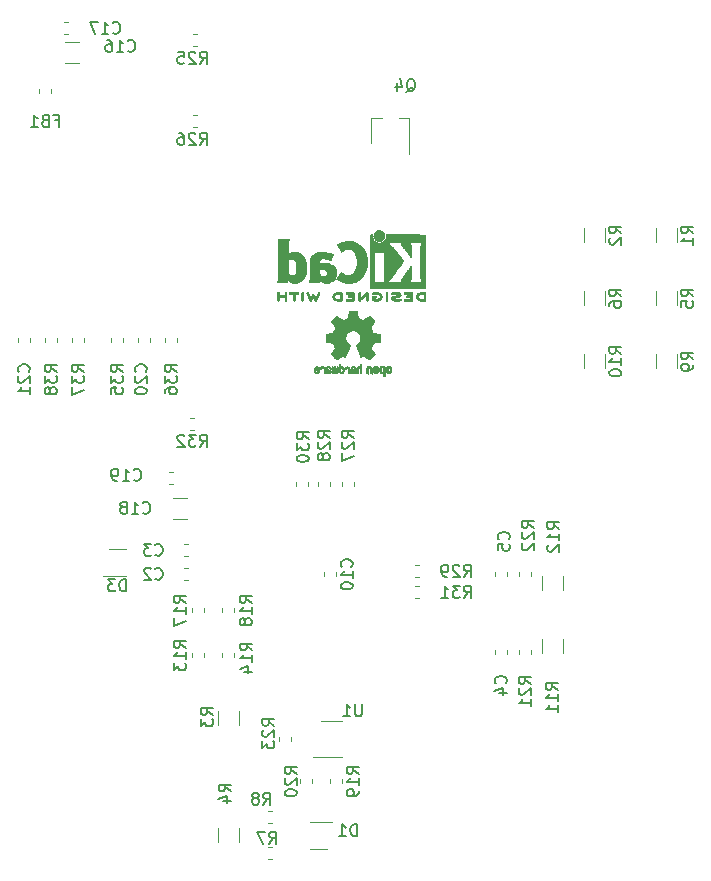
<source format=gbr>
G04 #@! TF.GenerationSoftware,KiCad,Pcbnew,5.0.2-bee76a0~70~ubuntu18.04.1*
G04 #@! TF.CreationDate,2020-04-22T18:31:07+02:00*
G04 #@! TF.ProjectId,Energy_Meter,456e6572-6779-45f4-9d65-7465722e6b69,rev?*
G04 #@! TF.SameCoordinates,Original*
G04 #@! TF.FileFunction,Legend,Bot*
G04 #@! TF.FilePolarity,Positive*
%FSLAX46Y46*%
G04 Gerber Fmt 4.6, Leading zero omitted, Abs format (unit mm)*
G04 Created by KiCad (PCBNEW 5.0.2-bee76a0~70~ubuntu18.04.1) date mer. 22 avril 2020 18:31:07 CEST*
%MOMM*%
%LPD*%
G01*
G04 APERTURE LIST*
%ADD10C,0.120000*%
%ADD11C,0.010000*%
%ADD12C,0.150000*%
G04 APERTURE END LIST*
D10*
G04 #@! TO.C,U1*
X198891000Y-157952000D02*
X200651000Y-157952000D01*
X200651000Y-161022000D02*
X198221000Y-161022000D01*
G04 #@! TO.C,Q4*
X204024000Y-106875000D02*
X203114000Y-106875000D01*
X206324000Y-106875000D02*
X205424000Y-106875000D01*
X206334000Y-109950000D02*
X206334000Y-106875000D01*
X203114000Y-109025000D02*
X203114000Y-106875000D01*
G04 #@! TO.C,C17*
X177463267Y-98804000D02*
X177120733Y-98804000D01*
X177463267Y-99824000D02*
X177120733Y-99824000D01*
G04 #@! TO.C,C2*
X187623267Y-146052000D02*
X187280733Y-146052000D01*
X187623267Y-145032000D02*
X187280733Y-145032000D01*
G04 #@! TO.C,C3*
X187280733Y-144020000D02*
X187623267Y-144020000D01*
X187280733Y-143000000D02*
X187623267Y-143000000D01*
G04 #@! TO.C,C4*
X213612000Y-151974733D02*
X213612000Y-152317267D01*
X214632000Y-151974733D02*
X214632000Y-152317267D01*
G04 #@! TO.C,C5*
X213612000Y-145713267D02*
X213612000Y-145370733D01*
X214632000Y-145713267D02*
X214632000Y-145370733D01*
G04 #@! TO.C,C10*
X200154000Y-145713267D02*
X200154000Y-145370733D01*
X199134000Y-145713267D02*
X199134000Y-145370733D01*
G04 #@! TO.C,C16*
X177197936Y-100436000D02*
X178402064Y-100436000D01*
X177197936Y-102256000D02*
X178402064Y-102256000D01*
G04 #@! TO.C,C18*
X187546064Y-140864000D02*
X186341936Y-140864000D01*
X187546064Y-139044000D02*
X186341936Y-139044000D01*
G04 #@! TO.C,C19*
X186010733Y-137924000D02*
X186353267Y-137924000D01*
X186010733Y-136904000D02*
X186353267Y-136904000D01*
G04 #@! TO.C,C20*
X184406000Y-125901267D02*
X184406000Y-125558733D01*
X183386000Y-125901267D02*
X183386000Y-125558733D01*
G04 #@! TO.C,C21*
X173226000Y-125901267D02*
X173226000Y-125558733D01*
X174246000Y-125901267D02*
X174246000Y-125558733D01*
G04 #@! TO.C,D1*
X197928000Y-166480000D02*
X199828000Y-166480000D01*
X199328000Y-168800000D02*
X197928000Y-168800000D01*
G04 #@! TO.C,D3*
X180910000Y-143366000D02*
X182310000Y-143366000D01*
X182310000Y-145686000D02*
X180410000Y-145686000D01*
G04 #@! TO.C,FB1*
X176024000Y-104819267D02*
X176024000Y-104476733D01*
X175004000Y-104819267D02*
X175004000Y-104476733D01*
G04 #@! TO.C,R1*
X227182000Y-117442064D02*
X227182000Y-116237936D01*
X229002000Y-117442064D02*
X229002000Y-116237936D01*
G04 #@! TO.C,R2*
X222906000Y-117442064D02*
X222906000Y-116237936D01*
X221086000Y-117442064D02*
X221086000Y-116237936D01*
G04 #@! TO.C,R3*
X191918000Y-158336064D02*
X191918000Y-157131936D01*
X190098000Y-158336064D02*
X190098000Y-157131936D01*
G04 #@! TO.C,R4*
X190098000Y-168242064D02*
X190098000Y-167037936D01*
X191918000Y-168242064D02*
X191918000Y-167037936D01*
G04 #@! TO.C,R5*
X229002000Y-122776064D02*
X229002000Y-121571936D01*
X227182000Y-122776064D02*
X227182000Y-121571936D01*
G04 #@! TO.C,R6*
X222906000Y-122776064D02*
X222906000Y-121571936D01*
X221086000Y-122776064D02*
X221086000Y-121571936D01*
G04 #@! TO.C,R7*
X194735267Y-168654000D02*
X194392733Y-168654000D01*
X194735267Y-169674000D02*
X194392733Y-169674000D01*
G04 #@! TO.C,R8*
X194735267Y-166626000D02*
X194392733Y-166626000D01*
X194735267Y-165606000D02*
X194392733Y-165606000D01*
G04 #@! TO.C,R9*
X227182000Y-128110064D02*
X227182000Y-126905936D01*
X229002000Y-128110064D02*
X229002000Y-126905936D01*
G04 #@! TO.C,R10*
X221086000Y-128110064D02*
X221086000Y-126905936D01*
X222906000Y-128110064D02*
X222906000Y-126905936D01*
G04 #@! TO.C,R11*
X219350000Y-151035936D02*
X219350000Y-152240064D01*
X217530000Y-151035936D02*
X217530000Y-152240064D01*
G04 #@! TO.C,R12*
X217530000Y-145701936D02*
X217530000Y-146906064D01*
X219350000Y-145701936D02*
X219350000Y-146906064D01*
G04 #@! TO.C,R13*
X188978000Y-152571267D02*
X188978000Y-152228733D01*
X187958000Y-152571267D02*
X187958000Y-152228733D01*
G04 #@! TO.C,R14*
X191518000Y-152571267D02*
X191518000Y-152228733D01*
X190498000Y-152571267D02*
X190498000Y-152228733D01*
G04 #@! TO.C,R17*
X187958000Y-148761267D02*
X187958000Y-148418733D01*
X188978000Y-148761267D02*
X188978000Y-148418733D01*
G04 #@! TO.C,R18*
X191518000Y-148418733D02*
X191518000Y-148761267D01*
X190498000Y-148418733D02*
X190498000Y-148761267D01*
G04 #@! TO.C,R19*
X199642000Y-163239267D02*
X199642000Y-162896733D01*
X200662000Y-163239267D02*
X200662000Y-162896733D01*
G04 #@! TO.C,R20*
X197102000Y-162896733D02*
X197102000Y-163239267D01*
X198122000Y-162896733D02*
X198122000Y-163239267D01*
G04 #@! TO.C,R21*
X216664000Y-151974733D02*
X216664000Y-152317267D01*
X215644000Y-151974733D02*
X215644000Y-152317267D01*
G04 #@! TO.C,R22*
X216664000Y-145713267D02*
X216664000Y-145370733D01*
X215644000Y-145713267D02*
X215644000Y-145370733D01*
G04 #@! TO.C,R23*
X195324000Y-159683267D02*
X195324000Y-159340733D01*
X196344000Y-159683267D02*
X196344000Y-159340733D01*
G04 #@! TO.C,R25*
X188385267Y-100840000D02*
X188042733Y-100840000D01*
X188385267Y-99820000D02*
X188042733Y-99820000D01*
G04 #@! TO.C,R26*
X188385267Y-106678000D02*
X188042733Y-106678000D01*
X188385267Y-107698000D02*
X188042733Y-107698000D01*
G04 #@! TO.C,R27*
X200658000Y-138093267D02*
X200658000Y-137750733D01*
X201678000Y-138093267D02*
X201678000Y-137750733D01*
G04 #@! TO.C,R28*
X199646000Y-138093267D02*
X199646000Y-137750733D01*
X198626000Y-138093267D02*
X198626000Y-137750733D01*
G04 #@! TO.C,R29*
X206838733Y-144778000D02*
X207181267Y-144778000D01*
X206838733Y-145798000D02*
X207181267Y-145798000D01*
G04 #@! TO.C,R30*
X196721000Y-138093267D02*
X196721000Y-137750733D01*
X197741000Y-138093267D02*
X197741000Y-137750733D01*
G04 #@! TO.C,R31*
X207181267Y-146556000D02*
X206838733Y-146556000D01*
X207181267Y-147576000D02*
X206838733Y-147576000D01*
G04 #@! TO.C,R32*
X187788733Y-133352000D02*
X188131267Y-133352000D01*
X187788733Y-132332000D02*
X188131267Y-132332000D01*
G04 #@! TO.C,R35*
X181100000Y-125901267D02*
X181100000Y-125558733D01*
X182120000Y-125901267D02*
X182120000Y-125558733D01*
G04 #@! TO.C,R36*
X186692000Y-125558733D02*
X186692000Y-125901267D01*
X185672000Y-125558733D02*
X185672000Y-125901267D01*
G04 #@! TO.C,R37*
X178818000Y-125901267D02*
X178818000Y-125558733D01*
X177798000Y-125901267D02*
X177798000Y-125558733D01*
G04 #@! TO.C,R38*
X175512000Y-125558733D02*
X175512000Y-125901267D01*
X176532000Y-125558733D02*
X176532000Y-125901267D01*
D11*
G04 #@! TO.C,REF\002A\002A*
G36*
X195193177Y-121654533D02*
X195161798Y-121676776D01*
X195134089Y-121704485D01*
X195134089Y-122013920D01*
X195134162Y-122105799D01*
X195134505Y-122177840D01*
X195135308Y-122232780D01*
X195136759Y-122273360D01*
X195139048Y-122302317D01*
X195142364Y-122322391D01*
X195146895Y-122336321D01*
X195152831Y-122346845D01*
X195157486Y-122353100D01*
X195188217Y-122377673D01*
X195223504Y-122380341D01*
X195255755Y-122365271D01*
X195266412Y-122356374D01*
X195273536Y-122344557D01*
X195277833Y-122325526D01*
X195280009Y-122294992D01*
X195280772Y-122248662D01*
X195280845Y-122212871D01*
X195280845Y-122078045D01*
X195777556Y-122078045D01*
X195777556Y-122200700D01*
X195778069Y-122256787D01*
X195780124Y-122295333D01*
X195784492Y-122321361D01*
X195791944Y-122339897D01*
X195800953Y-122353100D01*
X195831856Y-122377604D01*
X195866804Y-122380506D01*
X195900262Y-122363089D01*
X195909396Y-122353959D01*
X195915848Y-122341855D01*
X195920103Y-122323001D01*
X195922648Y-122293620D01*
X195923971Y-122249937D01*
X195924557Y-122188175D01*
X195924625Y-122174000D01*
X195925109Y-122057631D01*
X195925359Y-121961727D01*
X195925277Y-121884177D01*
X195924769Y-121822869D01*
X195923738Y-121775690D01*
X195922087Y-121740530D01*
X195919721Y-121715276D01*
X195916543Y-121697817D01*
X195912456Y-121686041D01*
X195907366Y-121677835D01*
X195901734Y-121671645D01*
X195869872Y-121651844D01*
X195836643Y-121654533D01*
X195805265Y-121676776D01*
X195792567Y-121691126D01*
X195784474Y-121706978D01*
X195779958Y-121729554D01*
X195777994Y-121764078D01*
X195777556Y-121815776D01*
X195777556Y-121931289D01*
X195280845Y-121931289D01*
X195280845Y-121812756D01*
X195280338Y-121758148D01*
X195278302Y-121721275D01*
X195273965Y-121697307D01*
X195266553Y-121681415D01*
X195258267Y-121671645D01*
X195226406Y-121651844D01*
X195193177Y-121654533D01*
X195193177Y-121654533D01*
G37*
X195193177Y-121654533D02*
X195161798Y-121676776D01*
X195134089Y-121704485D01*
X195134089Y-122013920D01*
X195134162Y-122105799D01*
X195134505Y-122177840D01*
X195135308Y-122232780D01*
X195136759Y-122273360D01*
X195139048Y-122302317D01*
X195142364Y-122322391D01*
X195146895Y-122336321D01*
X195152831Y-122346845D01*
X195157486Y-122353100D01*
X195188217Y-122377673D01*
X195223504Y-122380341D01*
X195255755Y-122365271D01*
X195266412Y-122356374D01*
X195273536Y-122344557D01*
X195277833Y-122325526D01*
X195280009Y-122294992D01*
X195280772Y-122248662D01*
X195280845Y-122212871D01*
X195280845Y-122078045D01*
X195777556Y-122078045D01*
X195777556Y-122200700D01*
X195778069Y-122256787D01*
X195780124Y-122295333D01*
X195784492Y-122321361D01*
X195791944Y-122339897D01*
X195800953Y-122353100D01*
X195831856Y-122377604D01*
X195866804Y-122380506D01*
X195900262Y-122363089D01*
X195909396Y-122353959D01*
X195915848Y-122341855D01*
X195920103Y-122323001D01*
X195922648Y-122293620D01*
X195923971Y-122249937D01*
X195924557Y-122188175D01*
X195924625Y-122174000D01*
X195925109Y-122057631D01*
X195925359Y-121961727D01*
X195925277Y-121884177D01*
X195924769Y-121822869D01*
X195923738Y-121775690D01*
X195922087Y-121740530D01*
X195919721Y-121715276D01*
X195916543Y-121697817D01*
X195912456Y-121686041D01*
X195907366Y-121677835D01*
X195901734Y-121671645D01*
X195869872Y-121651844D01*
X195836643Y-121654533D01*
X195805265Y-121676776D01*
X195792567Y-121691126D01*
X195784474Y-121706978D01*
X195779958Y-121729554D01*
X195777994Y-121764078D01*
X195777556Y-121815776D01*
X195777556Y-121931289D01*
X195280845Y-121931289D01*
X195280845Y-121812756D01*
X195280338Y-121758148D01*
X195278302Y-121721275D01*
X195273965Y-121697307D01*
X195266553Y-121681415D01*
X195258267Y-121671645D01*
X195226406Y-121651844D01*
X195193177Y-121654533D01*
G36*
X196458935Y-121649163D02*
X196380228Y-121649542D01*
X196319137Y-121650333D01*
X196273183Y-121651670D01*
X196239886Y-121653683D01*
X196216764Y-121656506D01*
X196201338Y-121660269D01*
X196191129Y-121665105D01*
X196186187Y-121668822D01*
X196160543Y-121701358D01*
X196157441Y-121735138D01*
X196173289Y-121765826D01*
X196183652Y-121778089D01*
X196194804Y-121786450D01*
X196210965Y-121791657D01*
X196236358Y-121794457D01*
X196275202Y-121795596D01*
X196331720Y-121795821D01*
X196342820Y-121795822D01*
X196488756Y-121795822D01*
X196488756Y-122066756D01*
X196488852Y-122152154D01*
X196489289Y-122217864D01*
X196490288Y-122266774D01*
X196492072Y-122301773D01*
X196494863Y-122325749D01*
X196498883Y-122341593D01*
X196504355Y-122352191D01*
X196511334Y-122360267D01*
X196544266Y-122380112D01*
X196578646Y-122378548D01*
X196609824Y-122355906D01*
X196612114Y-122353100D01*
X196619571Y-122342492D01*
X196625253Y-122330081D01*
X196629399Y-122312850D01*
X196632250Y-122287784D01*
X196634046Y-122251867D01*
X196635028Y-122202083D01*
X196635436Y-122135417D01*
X196635511Y-122059589D01*
X196635511Y-121795822D01*
X196774873Y-121795822D01*
X196834678Y-121795418D01*
X196876082Y-121793840D01*
X196903252Y-121790547D01*
X196920354Y-121784992D01*
X196931557Y-121776631D01*
X196932917Y-121775178D01*
X196949275Y-121741939D01*
X196947828Y-121704362D01*
X196929022Y-121671645D01*
X196921750Y-121665298D01*
X196912373Y-121660266D01*
X196898391Y-121656396D01*
X196877304Y-121653537D01*
X196846611Y-121651535D01*
X196803811Y-121650239D01*
X196746405Y-121649498D01*
X196671890Y-121649158D01*
X196577767Y-121649068D01*
X196557740Y-121649067D01*
X196458935Y-121649163D01*
X196458935Y-121649163D01*
G37*
X196458935Y-121649163D02*
X196380228Y-121649542D01*
X196319137Y-121650333D01*
X196273183Y-121651670D01*
X196239886Y-121653683D01*
X196216764Y-121656506D01*
X196201338Y-121660269D01*
X196191129Y-121665105D01*
X196186187Y-121668822D01*
X196160543Y-121701358D01*
X196157441Y-121735138D01*
X196173289Y-121765826D01*
X196183652Y-121778089D01*
X196194804Y-121786450D01*
X196210965Y-121791657D01*
X196236358Y-121794457D01*
X196275202Y-121795596D01*
X196331720Y-121795821D01*
X196342820Y-121795822D01*
X196488756Y-121795822D01*
X196488756Y-122066756D01*
X196488852Y-122152154D01*
X196489289Y-122217864D01*
X196490288Y-122266774D01*
X196492072Y-122301773D01*
X196494863Y-122325749D01*
X196498883Y-122341593D01*
X196504355Y-122352191D01*
X196511334Y-122360267D01*
X196544266Y-122380112D01*
X196578646Y-122378548D01*
X196609824Y-122355906D01*
X196612114Y-122353100D01*
X196619571Y-122342492D01*
X196625253Y-122330081D01*
X196629399Y-122312850D01*
X196632250Y-122287784D01*
X196634046Y-122251867D01*
X196635028Y-122202083D01*
X196635436Y-122135417D01*
X196635511Y-122059589D01*
X196635511Y-121795822D01*
X196774873Y-121795822D01*
X196834678Y-121795418D01*
X196876082Y-121793840D01*
X196903252Y-121790547D01*
X196920354Y-121784992D01*
X196931557Y-121776631D01*
X196932917Y-121775178D01*
X196949275Y-121741939D01*
X196947828Y-121704362D01*
X196929022Y-121671645D01*
X196921750Y-121665298D01*
X196912373Y-121660266D01*
X196898391Y-121656396D01*
X196877304Y-121653537D01*
X196846611Y-121651535D01*
X196803811Y-121650239D01*
X196746405Y-121649498D01*
X196671890Y-121649158D01*
X196577767Y-121649068D01*
X196557740Y-121649067D01*
X196458935Y-121649163D01*
G36*
X197233386Y-121655877D02*
X197209673Y-121670647D01*
X197183022Y-121692227D01*
X197183022Y-122013773D01*
X197183107Y-122107830D01*
X197183471Y-122181932D01*
X197184276Y-122238704D01*
X197185687Y-122280768D01*
X197187867Y-122310748D01*
X197190979Y-122331267D01*
X197195186Y-122344949D01*
X197200652Y-122354416D01*
X197204528Y-122359082D01*
X197235966Y-122379575D01*
X197271767Y-122378739D01*
X197303127Y-122361264D01*
X197329778Y-122339684D01*
X197329778Y-121692227D01*
X197303127Y-121670647D01*
X197277406Y-121654949D01*
X197256400Y-121649067D01*
X197233386Y-121655877D01*
X197233386Y-121655877D01*
G37*
X197233386Y-121655877D02*
X197209673Y-121670647D01*
X197183022Y-121692227D01*
X197183022Y-122013773D01*
X197183107Y-122107830D01*
X197183471Y-122181932D01*
X197184276Y-122238704D01*
X197185687Y-122280768D01*
X197187867Y-122310748D01*
X197190979Y-122331267D01*
X197195186Y-122344949D01*
X197200652Y-122354416D01*
X197204528Y-122359082D01*
X197235966Y-122379575D01*
X197271767Y-122378739D01*
X197303127Y-122361264D01*
X197329778Y-122339684D01*
X197329778Y-121692227D01*
X197303127Y-121670647D01*
X197277406Y-121654949D01*
X197256400Y-121649067D01*
X197233386Y-121655877D01*
G36*
X197677335Y-121651034D02*
X197657745Y-121658035D01*
X197656990Y-121658377D01*
X197630387Y-121678678D01*
X197615730Y-121699561D01*
X197612862Y-121709352D01*
X197613004Y-121722361D01*
X197617039Y-121740895D01*
X197625854Y-121767257D01*
X197640331Y-121803752D01*
X197661355Y-121852687D01*
X197689812Y-121916365D01*
X197726585Y-121997093D01*
X197746825Y-122041216D01*
X197783375Y-122119985D01*
X197817685Y-122192423D01*
X197848448Y-122255880D01*
X197874352Y-122307708D01*
X197894090Y-122345259D01*
X197906350Y-122365884D01*
X197908776Y-122368733D01*
X197939817Y-122381302D01*
X197974879Y-122379619D01*
X198003000Y-122364332D01*
X198004146Y-122363089D01*
X198015332Y-122346154D01*
X198034096Y-122313170D01*
X198058125Y-122268380D01*
X198085103Y-122216032D01*
X198094799Y-122196742D01*
X198167986Y-122050150D01*
X198247760Y-122209393D01*
X198276233Y-122264415D01*
X198302650Y-122312132D01*
X198324852Y-122348893D01*
X198340681Y-122371044D01*
X198346046Y-122375741D01*
X198387743Y-122382102D01*
X198422151Y-122368733D01*
X198432272Y-122354446D01*
X198449786Y-122322692D01*
X198473265Y-122276597D01*
X198501280Y-122219285D01*
X198532401Y-122153880D01*
X198565201Y-122083507D01*
X198598250Y-122011291D01*
X198630119Y-121940355D01*
X198659381Y-121873825D01*
X198684605Y-121814826D01*
X198704364Y-121766481D01*
X198717228Y-121731915D01*
X198721769Y-121714253D01*
X198721723Y-121713613D01*
X198710674Y-121691388D01*
X198688590Y-121668753D01*
X198687290Y-121667768D01*
X198660147Y-121652425D01*
X198635042Y-121652574D01*
X198625632Y-121655466D01*
X198614166Y-121661718D01*
X198601990Y-121674014D01*
X198587643Y-121694908D01*
X198569664Y-121726949D01*
X198546593Y-121772688D01*
X198516970Y-121834677D01*
X198490255Y-121891898D01*
X198459520Y-121958226D01*
X198431979Y-122017874D01*
X198409062Y-122067725D01*
X198392202Y-122104664D01*
X198382827Y-122125573D01*
X198381460Y-122128845D01*
X198375311Y-122123497D01*
X198361178Y-122101109D01*
X198340943Y-122064946D01*
X198316485Y-122018277D01*
X198306752Y-121999022D01*
X198273783Y-121934004D01*
X198248357Y-121886654D01*
X198228388Y-121854219D01*
X198211790Y-121833946D01*
X198196476Y-121823082D01*
X198180360Y-121818875D01*
X198169857Y-121818400D01*
X198151330Y-121820042D01*
X198135096Y-121826831D01*
X198118965Y-121841566D01*
X198100749Y-121867044D01*
X198078261Y-121906061D01*
X198049311Y-121961414D01*
X198033338Y-121992903D01*
X198007430Y-122043087D01*
X197984833Y-122084704D01*
X197967542Y-122114242D01*
X197957550Y-122128189D01*
X197956191Y-122128770D01*
X197949739Y-122117793D01*
X197935292Y-122089290D01*
X197914297Y-122046244D01*
X197888203Y-121991638D01*
X197858454Y-121928454D01*
X197843820Y-121897071D01*
X197805750Y-121816078D01*
X197775095Y-121753756D01*
X197750263Y-121708071D01*
X197729663Y-121676989D01*
X197711702Y-121658478D01*
X197694790Y-121650504D01*
X197677335Y-121651034D01*
X197677335Y-121651034D01*
G37*
X197677335Y-121651034D02*
X197657745Y-121658035D01*
X197656990Y-121658377D01*
X197630387Y-121678678D01*
X197615730Y-121699561D01*
X197612862Y-121709352D01*
X197613004Y-121722361D01*
X197617039Y-121740895D01*
X197625854Y-121767257D01*
X197640331Y-121803752D01*
X197661355Y-121852687D01*
X197689812Y-121916365D01*
X197726585Y-121997093D01*
X197746825Y-122041216D01*
X197783375Y-122119985D01*
X197817685Y-122192423D01*
X197848448Y-122255880D01*
X197874352Y-122307708D01*
X197894090Y-122345259D01*
X197906350Y-122365884D01*
X197908776Y-122368733D01*
X197939817Y-122381302D01*
X197974879Y-122379619D01*
X198003000Y-122364332D01*
X198004146Y-122363089D01*
X198015332Y-122346154D01*
X198034096Y-122313170D01*
X198058125Y-122268380D01*
X198085103Y-122216032D01*
X198094799Y-122196742D01*
X198167986Y-122050150D01*
X198247760Y-122209393D01*
X198276233Y-122264415D01*
X198302650Y-122312132D01*
X198324852Y-122348893D01*
X198340681Y-122371044D01*
X198346046Y-122375741D01*
X198387743Y-122382102D01*
X198422151Y-122368733D01*
X198432272Y-122354446D01*
X198449786Y-122322692D01*
X198473265Y-122276597D01*
X198501280Y-122219285D01*
X198532401Y-122153880D01*
X198565201Y-122083507D01*
X198598250Y-122011291D01*
X198630119Y-121940355D01*
X198659381Y-121873825D01*
X198684605Y-121814826D01*
X198704364Y-121766481D01*
X198717228Y-121731915D01*
X198721769Y-121714253D01*
X198721723Y-121713613D01*
X198710674Y-121691388D01*
X198688590Y-121668753D01*
X198687290Y-121667768D01*
X198660147Y-121652425D01*
X198635042Y-121652574D01*
X198625632Y-121655466D01*
X198614166Y-121661718D01*
X198601990Y-121674014D01*
X198587643Y-121694908D01*
X198569664Y-121726949D01*
X198546593Y-121772688D01*
X198516970Y-121834677D01*
X198490255Y-121891898D01*
X198459520Y-121958226D01*
X198431979Y-122017874D01*
X198409062Y-122067725D01*
X198392202Y-122104664D01*
X198382827Y-122125573D01*
X198381460Y-122128845D01*
X198375311Y-122123497D01*
X198361178Y-122101109D01*
X198340943Y-122064946D01*
X198316485Y-122018277D01*
X198306752Y-121999022D01*
X198273783Y-121934004D01*
X198248357Y-121886654D01*
X198228388Y-121854219D01*
X198211790Y-121833946D01*
X198196476Y-121823082D01*
X198180360Y-121818875D01*
X198169857Y-121818400D01*
X198151330Y-121820042D01*
X198135096Y-121826831D01*
X198118965Y-121841566D01*
X198100749Y-121867044D01*
X198078261Y-121906061D01*
X198049311Y-121961414D01*
X198033338Y-121992903D01*
X198007430Y-122043087D01*
X197984833Y-122084704D01*
X197967542Y-122114242D01*
X197957550Y-122128189D01*
X197956191Y-122128770D01*
X197949739Y-122117793D01*
X197935292Y-122089290D01*
X197914297Y-122046244D01*
X197888203Y-121991638D01*
X197858454Y-121928454D01*
X197843820Y-121897071D01*
X197805750Y-121816078D01*
X197775095Y-121753756D01*
X197750263Y-121708071D01*
X197729663Y-121676989D01*
X197711702Y-121658478D01*
X197694790Y-121650504D01*
X197677335Y-121651034D01*
G36*
X200403691Y-121649275D02*
X200274712Y-121653636D01*
X200165009Y-121666861D01*
X200072774Y-121689741D01*
X199996198Y-121723070D01*
X199933473Y-121767638D01*
X199882788Y-121824236D01*
X199842337Y-121893658D01*
X199841541Y-121895351D01*
X199817399Y-121957483D01*
X199808797Y-122012509D01*
X199815769Y-122067887D01*
X199838346Y-122131073D01*
X199842628Y-122140689D01*
X199871828Y-122196966D01*
X199904644Y-122240451D01*
X199946998Y-122277417D01*
X200004810Y-122314135D01*
X200008169Y-122316052D01*
X200058496Y-122340227D01*
X200115379Y-122358282D01*
X200182473Y-122370839D01*
X200263435Y-122378522D01*
X200361918Y-122381953D01*
X200396714Y-122382251D01*
X200562406Y-122382845D01*
X200585803Y-122353100D01*
X200592743Y-122343319D01*
X200598158Y-122331897D01*
X200602235Y-122316095D01*
X200605163Y-122293175D01*
X200607133Y-122260396D01*
X200607775Y-122236089D01*
X200451156Y-122236089D01*
X200357274Y-122236089D01*
X200302336Y-122234483D01*
X200245940Y-122230255D01*
X200199655Y-122224292D01*
X200196861Y-122223790D01*
X200114652Y-122201736D01*
X200050886Y-122168600D01*
X200003548Y-122122847D01*
X199970618Y-122062939D01*
X199964892Y-122047061D01*
X199959279Y-122022333D01*
X199961709Y-121997902D01*
X199973533Y-121965400D01*
X199980660Y-121949434D01*
X200004000Y-121907006D01*
X200032120Y-121877240D01*
X200063060Y-121856511D01*
X200125034Y-121829537D01*
X200204349Y-121809998D01*
X200296747Y-121798746D01*
X200363667Y-121796270D01*
X200451156Y-121795822D01*
X200451156Y-122236089D01*
X200607775Y-122236089D01*
X200608332Y-122215021D01*
X200608950Y-122154311D01*
X200609175Y-122075526D01*
X200609200Y-122013920D01*
X200609200Y-121704485D01*
X200581491Y-121676776D01*
X200569194Y-121665544D01*
X200555897Y-121657853D01*
X200537328Y-121653040D01*
X200509214Y-121650446D01*
X200467283Y-121649410D01*
X200407263Y-121649270D01*
X200403691Y-121649275D01*
X200403691Y-121649275D01*
G37*
X200403691Y-121649275D02*
X200274712Y-121653636D01*
X200165009Y-121666861D01*
X200072774Y-121689741D01*
X199996198Y-121723070D01*
X199933473Y-121767638D01*
X199882788Y-121824236D01*
X199842337Y-121893658D01*
X199841541Y-121895351D01*
X199817399Y-121957483D01*
X199808797Y-122012509D01*
X199815769Y-122067887D01*
X199838346Y-122131073D01*
X199842628Y-122140689D01*
X199871828Y-122196966D01*
X199904644Y-122240451D01*
X199946998Y-122277417D01*
X200004810Y-122314135D01*
X200008169Y-122316052D01*
X200058496Y-122340227D01*
X200115379Y-122358282D01*
X200182473Y-122370839D01*
X200263435Y-122378522D01*
X200361918Y-122381953D01*
X200396714Y-122382251D01*
X200562406Y-122382845D01*
X200585803Y-122353100D01*
X200592743Y-122343319D01*
X200598158Y-122331897D01*
X200602235Y-122316095D01*
X200605163Y-122293175D01*
X200607133Y-122260396D01*
X200607775Y-122236089D01*
X200451156Y-122236089D01*
X200357274Y-122236089D01*
X200302336Y-122234483D01*
X200245940Y-122230255D01*
X200199655Y-122224292D01*
X200196861Y-122223790D01*
X200114652Y-122201736D01*
X200050886Y-122168600D01*
X200003548Y-122122847D01*
X199970618Y-122062939D01*
X199964892Y-122047061D01*
X199959279Y-122022333D01*
X199961709Y-121997902D01*
X199973533Y-121965400D01*
X199980660Y-121949434D01*
X200004000Y-121907006D01*
X200032120Y-121877240D01*
X200063060Y-121856511D01*
X200125034Y-121829537D01*
X200204349Y-121809998D01*
X200296747Y-121798746D01*
X200363667Y-121796270D01*
X200451156Y-121795822D01*
X200451156Y-122236089D01*
X200607775Y-122236089D01*
X200608332Y-122215021D01*
X200608950Y-122154311D01*
X200609175Y-122075526D01*
X200609200Y-122013920D01*
X200609200Y-121704485D01*
X200581491Y-121676776D01*
X200569194Y-121665544D01*
X200555897Y-121657853D01*
X200537328Y-121653040D01*
X200509214Y-121650446D01*
X200467283Y-121649410D01*
X200407263Y-121649270D01*
X200403691Y-121649275D01*
G36*
X201191657Y-121649260D02*
X201115299Y-121650174D01*
X201056783Y-121652311D01*
X201013745Y-121656175D01*
X200983817Y-121662267D01*
X200964632Y-121671090D01*
X200953824Y-121683146D01*
X200949027Y-121698939D01*
X200947873Y-121718970D01*
X200947867Y-121721335D01*
X200948869Y-121743992D01*
X200953604Y-121761503D01*
X200964667Y-121774574D01*
X200984652Y-121783913D01*
X201016154Y-121790227D01*
X201061768Y-121794222D01*
X201124087Y-121796606D01*
X201205707Y-121798086D01*
X201230723Y-121798414D01*
X201472800Y-121801467D01*
X201476186Y-121866378D01*
X201479571Y-121931289D01*
X201311424Y-121931289D01*
X201245734Y-121931531D01*
X201198828Y-121932556D01*
X201166917Y-121934811D01*
X201146209Y-121938742D01*
X201132916Y-121944798D01*
X201123245Y-121953424D01*
X201123183Y-121953493D01*
X201105644Y-121987112D01*
X201106278Y-122023448D01*
X201124686Y-122054423D01*
X201128329Y-122057607D01*
X201141259Y-122065812D01*
X201158976Y-122071521D01*
X201185430Y-122075162D01*
X201224568Y-122077167D01*
X201280338Y-122077964D01*
X201316006Y-122078045D01*
X201478445Y-122078045D01*
X201478445Y-122236089D01*
X201231839Y-122236089D01*
X201150420Y-122236231D01*
X201088590Y-122236814D01*
X201043363Y-122238068D01*
X201011752Y-122240227D01*
X200990769Y-122243523D01*
X200977427Y-122248189D01*
X200968739Y-122254457D01*
X200966550Y-122256733D01*
X200950386Y-122288280D01*
X200949203Y-122324168D01*
X200962464Y-122355285D01*
X200972957Y-122365271D01*
X200983871Y-122370769D01*
X201000783Y-122375022D01*
X201026367Y-122378180D01*
X201063299Y-122380392D01*
X201114254Y-122381806D01*
X201181906Y-122382572D01*
X201268931Y-122382838D01*
X201288606Y-122382845D01*
X201377089Y-122382787D01*
X201445773Y-122382467D01*
X201497436Y-122381667D01*
X201534855Y-122380167D01*
X201560810Y-122377749D01*
X201578078Y-122374194D01*
X201589438Y-122369282D01*
X201597668Y-122362795D01*
X201602183Y-122358138D01*
X201608979Y-122349889D01*
X201614288Y-122339669D01*
X201618294Y-122324800D01*
X201621179Y-122302602D01*
X201623126Y-122270393D01*
X201624319Y-122225496D01*
X201624939Y-122165228D01*
X201625171Y-122086911D01*
X201625200Y-122020994D01*
X201625129Y-121928628D01*
X201624792Y-121856117D01*
X201624002Y-121800737D01*
X201622574Y-121759765D01*
X201620321Y-121730478D01*
X201617057Y-121710153D01*
X201612596Y-121696066D01*
X201606752Y-121685495D01*
X201601803Y-121678811D01*
X201578406Y-121649067D01*
X201288226Y-121649067D01*
X201191657Y-121649260D01*
X201191657Y-121649260D01*
G37*
X201191657Y-121649260D02*
X201115299Y-121650174D01*
X201056783Y-121652311D01*
X201013745Y-121656175D01*
X200983817Y-121662267D01*
X200964632Y-121671090D01*
X200953824Y-121683146D01*
X200949027Y-121698939D01*
X200947873Y-121718970D01*
X200947867Y-121721335D01*
X200948869Y-121743992D01*
X200953604Y-121761503D01*
X200964667Y-121774574D01*
X200984652Y-121783913D01*
X201016154Y-121790227D01*
X201061768Y-121794222D01*
X201124087Y-121796606D01*
X201205707Y-121798086D01*
X201230723Y-121798414D01*
X201472800Y-121801467D01*
X201476186Y-121866378D01*
X201479571Y-121931289D01*
X201311424Y-121931289D01*
X201245734Y-121931531D01*
X201198828Y-121932556D01*
X201166917Y-121934811D01*
X201146209Y-121938742D01*
X201132916Y-121944798D01*
X201123245Y-121953424D01*
X201123183Y-121953493D01*
X201105644Y-121987112D01*
X201106278Y-122023448D01*
X201124686Y-122054423D01*
X201128329Y-122057607D01*
X201141259Y-122065812D01*
X201158976Y-122071521D01*
X201185430Y-122075162D01*
X201224568Y-122077167D01*
X201280338Y-122077964D01*
X201316006Y-122078045D01*
X201478445Y-122078045D01*
X201478445Y-122236089D01*
X201231839Y-122236089D01*
X201150420Y-122236231D01*
X201088590Y-122236814D01*
X201043363Y-122238068D01*
X201011752Y-122240227D01*
X200990769Y-122243523D01*
X200977427Y-122248189D01*
X200968739Y-122254457D01*
X200966550Y-122256733D01*
X200950386Y-122288280D01*
X200949203Y-122324168D01*
X200962464Y-122355285D01*
X200972957Y-122365271D01*
X200983871Y-122370769D01*
X201000783Y-122375022D01*
X201026367Y-122378180D01*
X201063299Y-122380392D01*
X201114254Y-122381806D01*
X201181906Y-122382572D01*
X201268931Y-122382838D01*
X201288606Y-122382845D01*
X201377089Y-122382787D01*
X201445773Y-122382467D01*
X201497436Y-122381667D01*
X201534855Y-122380167D01*
X201560810Y-122377749D01*
X201578078Y-122374194D01*
X201589438Y-122369282D01*
X201597668Y-122362795D01*
X201602183Y-122358138D01*
X201608979Y-122349889D01*
X201614288Y-122339669D01*
X201618294Y-122324800D01*
X201621179Y-122302602D01*
X201623126Y-122270393D01*
X201624319Y-122225496D01*
X201624939Y-122165228D01*
X201625171Y-122086911D01*
X201625200Y-122020994D01*
X201625129Y-121928628D01*
X201624792Y-121856117D01*
X201624002Y-121800737D01*
X201622574Y-121759765D01*
X201620321Y-121730478D01*
X201617057Y-121710153D01*
X201612596Y-121696066D01*
X201606752Y-121685495D01*
X201601803Y-121678811D01*
X201578406Y-121649067D01*
X201288226Y-121649067D01*
X201191657Y-121649260D01*
G36*
X202722114Y-121653448D02*
X202698548Y-121667273D01*
X202667735Y-121689881D01*
X202628078Y-121722338D01*
X202577980Y-121765708D01*
X202515843Y-121821058D01*
X202440072Y-121889451D01*
X202353334Y-121968084D01*
X202172711Y-122131878D01*
X202167067Y-121912029D01*
X202165029Y-121836351D01*
X202163063Y-121779994D01*
X202160734Y-121739706D01*
X202157606Y-121712235D01*
X202153245Y-121694329D01*
X202147216Y-121682737D01*
X202139084Y-121674208D01*
X202134772Y-121670623D01*
X202100241Y-121651670D01*
X202067383Y-121654441D01*
X202041318Y-121670633D01*
X202014667Y-121692199D01*
X202011352Y-122007151D01*
X202010435Y-122099779D01*
X202009968Y-122172544D01*
X202010113Y-122228161D01*
X202011032Y-122269342D01*
X202012887Y-122298803D01*
X202015839Y-122319255D01*
X202020050Y-122333413D01*
X202025682Y-122343991D01*
X202031927Y-122352474D01*
X202045439Y-122368207D01*
X202058883Y-122378636D01*
X202074124Y-122382639D01*
X202093026Y-122379094D01*
X202117455Y-122366879D01*
X202149273Y-122344871D01*
X202190348Y-122311949D01*
X202242542Y-122266991D01*
X202307722Y-122208875D01*
X202381556Y-122142099D01*
X202646845Y-121901458D01*
X202652489Y-122120589D01*
X202654531Y-122196128D01*
X202656502Y-122252354D01*
X202658839Y-122292524D01*
X202661981Y-122319896D01*
X202666364Y-122337728D01*
X202672424Y-122349279D01*
X202680600Y-122357807D01*
X202684784Y-122361282D01*
X202721765Y-122380372D01*
X202756708Y-122377493D01*
X202787136Y-122353100D01*
X202794097Y-122343286D01*
X202799523Y-122331826D01*
X202803603Y-122315968D01*
X202806529Y-122292963D01*
X202808492Y-122260062D01*
X202809683Y-122214516D01*
X202810292Y-122153573D01*
X202810511Y-122074486D01*
X202810534Y-122015956D01*
X202810460Y-121924407D01*
X202810113Y-121852687D01*
X202809301Y-121798045D01*
X202807833Y-121757732D01*
X202805519Y-121728998D01*
X202802167Y-121709093D01*
X202797588Y-121695268D01*
X202791589Y-121684772D01*
X202787136Y-121678811D01*
X202775850Y-121664691D01*
X202765301Y-121654029D01*
X202753893Y-121647892D01*
X202740030Y-121647343D01*
X202722114Y-121653448D01*
X202722114Y-121653448D01*
G37*
X202722114Y-121653448D02*
X202698548Y-121667273D01*
X202667735Y-121689881D01*
X202628078Y-121722338D01*
X202577980Y-121765708D01*
X202515843Y-121821058D01*
X202440072Y-121889451D01*
X202353334Y-121968084D01*
X202172711Y-122131878D01*
X202167067Y-121912029D01*
X202165029Y-121836351D01*
X202163063Y-121779994D01*
X202160734Y-121739706D01*
X202157606Y-121712235D01*
X202153245Y-121694329D01*
X202147216Y-121682737D01*
X202139084Y-121674208D01*
X202134772Y-121670623D01*
X202100241Y-121651670D01*
X202067383Y-121654441D01*
X202041318Y-121670633D01*
X202014667Y-121692199D01*
X202011352Y-122007151D01*
X202010435Y-122099779D01*
X202009968Y-122172544D01*
X202010113Y-122228161D01*
X202011032Y-122269342D01*
X202012887Y-122298803D01*
X202015839Y-122319255D01*
X202020050Y-122333413D01*
X202025682Y-122343991D01*
X202031927Y-122352474D01*
X202045439Y-122368207D01*
X202058883Y-122378636D01*
X202074124Y-122382639D01*
X202093026Y-122379094D01*
X202117455Y-122366879D01*
X202149273Y-122344871D01*
X202190348Y-122311949D01*
X202242542Y-122266991D01*
X202307722Y-122208875D01*
X202381556Y-122142099D01*
X202646845Y-121901458D01*
X202652489Y-122120589D01*
X202654531Y-122196128D01*
X202656502Y-122252354D01*
X202658839Y-122292524D01*
X202661981Y-122319896D01*
X202666364Y-122337728D01*
X202672424Y-122349279D01*
X202680600Y-122357807D01*
X202684784Y-122361282D01*
X202721765Y-122380372D01*
X202756708Y-122377493D01*
X202787136Y-122353100D01*
X202794097Y-122343286D01*
X202799523Y-122331826D01*
X202803603Y-122315968D01*
X202806529Y-122292963D01*
X202808492Y-122260062D01*
X202809683Y-122214516D01*
X202810292Y-122153573D01*
X202810511Y-122074486D01*
X202810534Y-122015956D01*
X202810460Y-121924407D01*
X202810113Y-121852687D01*
X202809301Y-121798045D01*
X202807833Y-121757732D01*
X202805519Y-121728998D01*
X202802167Y-121709093D01*
X202797588Y-121695268D01*
X202791589Y-121684772D01*
X202787136Y-121678811D01*
X202775850Y-121664691D01*
X202765301Y-121654029D01*
X202753893Y-121647892D01*
X202740030Y-121647343D01*
X202722114Y-121653448D01*
G36*
X203372081Y-121654599D02*
X203303565Y-121666095D01*
X203250943Y-121683967D01*
X203216708Y-121707499D01*
X203207379Y-121720924D01*
X203197893Y-121752148D01*
X203204277Y-121780395D01*
X203224430Y-121807182D01*
X203255745Y-121819713D01*
X203301183Y-121818696D01*
X203336326Y-121811906D01*
X203414419Y-121798971D01*
X203494226Y-121797742D01*
X203583555Y-121808241D01*
X203608229Y-121812690D01*
X203691291Y-121836108D01*
X203756273Y-121870945D01*
X203802461Y-121916604D01*
X203829145Y-121972494D01*
X203834663Y-122001388D01*
X203831051Y-122060012D01*
X203807729Y-122111879D01*
X203766824Y-122155978D01*
X203710459Y-122191299D01*
X203640760Y-122216829D01*
X203559852Y-122231559D01*
X203469860Y-122234478D01*
X203372910Y-122224575D01*
X203367436Y-122223641D01*
X203328875Y-122216459D01*
X203307494Y-122209521D01*
X203298227Y-122199227D01*
X203296006Y-122181976D01*
X203295956Y-122172841D01*
X203295956Y-122134489D01*
X203364431Y-122134489D01*
X203424900Y-122130347D01*
X203466165Y-122117147D01*
X203490175Y-122093730D01*
X203498877Y-122058936D01*
X203498983Y-122054394D01*
X203493892Y-122024654D01*
X203476433Y-122003419D01*
X203443939Y-121989366D01*
X203393743Y-121981173D01*
X203345123Y-121978161D01*
X203274456Y-121976433D01*
X203223198Y-121979070D01*
X203188239Y-121988800D01*
X203166470Y-122008353D01*
X203154780Y-122040456D01*
X203150060Y-122087838D01*
X203149200Y-122150071D01*
X203150609Y-122219535D01*
X203154848Y-122266786D01*
X203161936Y-122292012D01*
X203163311Y-122293988D01*
X203202228Y-122325508D01*
X203259286Y-122350470D01*
X203330869Y-122368340D01*
X203413358Y-122378586D01*
X203503139Y-122380673D01*
X203596592Y-122374068D01*
X203651556Y-122365956D01*
X203737766Y-122341554D01*
X203817892Y-122301662D01*
X203884977Y-122249887D01*
X203895173Y-122239539D01*
X203928302Y-122196035D01*
X203958194Y-122142118D01*
X203981357Y-122085592D01*
X203994298Y-122034259D01*
X203995858Y-122014544D01*
X203989218Y-121973419D01*
X203971568Y-121922252D01*
X203946297Y-121868394D01*
X203916789Y-121819195D01*
X203890719Y-121786334D01*
X203829765Y-121737452D01*
X203750969Y-121698545D01*
X203657157Y-121670494D01*
X203551150Y-121654179D01*
X203454000Y-121650192D01*
X203372081Y-121654599D01*
X203372081Y-121654599D01*
G37*
X203372081Y-121654599D02*
X203303565Y-121666095D01*
X203250943Y-121683967D01*
X203216708Y-121707499D01*
X203207379Y-121720924D01*
X203197893Y-121752148D01*
X203204277Y-121780395D01*
X203224430Y-121807182D01*
X203255745Y-121819713D01*
X203301183Y-121818696D01*
X203336326Y-121811906D01*
X203414419Y-121798971D01*
X203494226Y-121797742D01*
X203583555Y-121808241D01*
X203608229Y-121812690D01*
X203691291Y-121836108D01*
X203756273Y-121870945D01*
X203802461Y-121916604D01*
X203829145Y-121972494D01*
X203834663Y-122001388D01*
X203831051Y-122060012D01*
X203807729Y-122111879D01*
X203766824Y-122155978D01*
X203710459Y-122191299D01*
X203640760Y-122216829D01*
X203559852Y-122231559D01*
X203469860Y-122234478D01*
X203372910Y-122224575D01*
X203367436Y-122223641D01*
X203328875Y-122216459D01*
X203307494Y-122209521D01*
X203298227Y-122199227D01*
X203296006Y-122181976D01*
X203295956Y-122172841D01*
X203295956Y-122134489D01*
X203364431Y-122134489D01*
X203424900Y-122130347D01*
X203466165Y-122117147D01*
X203490175Y-122093730D01*
X203498877Y-122058936D01*
X203498983Y-122054394D01*
X203493892Y-122024654D01*
X203476433Y-122003419D01*
X203443939Y-121989366D01*
X203393743Y-121981173D01*
X203345123Y-121978161D01*
X203274456Y-121976433D01*
X203223198Y-121979070D01*
X203188239Y-121988800D01*
X203166470Y-122008353D01*
X203154780Y-122040456D01*
X203150060Y-122087838D01*
X203149200Y-122150071D01*
X203150609Y-122219535D01*
X203154848Y-122266786D01*
X203161936Y-122292012D01*
X203163311Y-122293988D01*
X203202228Y-122325508D01*
X203259286Y-122350470D01*
X203330869Y-122368340D01*
X203413358Y-122378586D01*
X203503139Y-122380673D01*
X203596592Y-122374068D01*
X203651556Y-122365956D01*
X203737766Y-122341554D01*
X203817892Y-122301662D01*
X203884977Y-122249887D01*
X203895173Y-122239539D01*
X203928302Y-122196035D01*
X203958194Y-122142118D01*
X203981357Y-122085592D01*
X203994298Y-122034259D01*
X203995858Y-122014544D01*
X203989218Y-121973419D01*
X203971568Y-121922252D01*
X203946297Y-121868394D01*
X203916789Y-121819195D01*
X203890719Y-121786334D01*
X203829765Y-121737452D01*
X203750969Y-121698545D01*
X203657157Y-121670494D01*
X203551150Y-121654179D01*
X203454000Y-121650192D01*
X203372081Y-121654599D01*
G36*
X204345822Y-121671645D02*
X204339242Y-121679218D01*
X204334079Y-121688987D01*
X204330164Y-121703571D01*
X204327324Y-121725585D01*
X204325387Y-121757648D01*
X204324183Y-121802375D01*
X204323539Y-121862385D01*
X204323284Y-121940294D01*
X204323245Y-122015956D01*
X204323314Y-122109802D01*
X204323638Y-122183689D01*
X204324386Y-122240232D01*
X204325732Y-122282049D01*
X204327846Y-122311757D01*
X204330900Y-122331973D01*
X204335066Y-122345314D01*
X204340516Y-122354398D01*
X204345822Y-122360267D01*
X204378826Y-122379947D01*
X204413991Y-122378181D01*
X204445455Y-122356717D01*
X204452684Y-122348337D01*
X204458334Y-122338614D01*
X204462599Y-122324861D01*
X204465673Y-122304389D01*
X204467752Y-122274512D01*
X204469030Y-122232541D01*
X204469701Y-122175789D01*
X204469959Y-122101567D01*
X204470000Y-122017537D01*
X204470000Y-121704485D01*
X204442291Y-121676776D01*
X204408137Y-121653463D01*
X204375006Y-121652623D01*
X204345822Y-121671645D01*
X204345822Y-121671645D01*
G37*
X204345822Y-121671645D02*
X204339242Y-121679218D01*
X204334079Y-121688987D01*
X204330164Y-121703571D01*
X204327324Y-121725585D01*
X204325387Y-121757648D01*
X204324183Y-121802375D01*
X204323539Y-121862385D01*
X204323284Y-121940294D01*
X204323245Y-122015956D01*
X204323314Y-122109802D01*
X204323638Y-122183689D01*
X204324386Y-122240232D01*
X204325732Y-122282049D01*
X204327846Y-122311757D01*
X204330900Y-122331973D01*
X204335066Y-122345314D01*
X204340516Y-122354398D01*
X204345822Y-122360267D01*
X204378826Y-122379947D01*
X204413991Y-122378181D01*
X204445455Y-122356717D01*
X204452684Y-122348337D01*
X204458334Y-122338614D01*
X204462599Y-122324861D01*
X204465673Y-122304389D01*
X204467752Y-122274512D01*
X204469030Y-122232541D01*
X204469701Y-122175789D01*
X204469959Y-122101567D01*
X204470000Y-122017537D01*
X204470000Y-121704485D01*
X204442291Y-121676776D01*
X204408137Y-121653463D01*
X204375006Y-121652623D01*
X204345822Y-121671645D01*
G36*
X205113703Y-121650351D02*
X205038888Y-121655581D01*
X204969306Y-121663750D01*
X204909002Y-121674550D01*
X204862020Y-121687673D01*
X204832406Y-121702813D01*
X204827860Y-121707269D01*
X204812054Y-121741850D01*
X204816847Y-121777351D01*
X204841364Y-121807725D01*
X204842534Y-121808596D01*
X204856954Y-121817954D01*
X204872008Y-121822876D01*
X204893005Y-121823473D01*
X204925257Y-121819861D01*
X204974073Y-121812154D01*
X204978000Y-121811505D01*
X205050739Y-121802569D01*
X205129217Y-121798161D01*
X205207927Y-121798119D01*
X205281361Y-121802279D01*
X205344011Y-121810479D01*
X205390370Y-121822557D01*
X205393416Y-121823771D01*
X205427048Y-121842615D01*
X205438864Y-121861685D01*
X205429614Y-121880439D01*
X205400047Y-121898337D01*
X205350911Y-121914837D01*
X205282957Y-121929396D01*
X205237645Y-121936406D01*
X205143456Y-121949889D01*
X205068544Y-121962214D01*
X205009717Y-121974449D01*
X204963785Y-121987661D01*
X204927555Y-122002917D01*
X204897838Y-122021285D01*
X204871442Y-122043831D01*
X204850230Y-122065971D01*
X204825065Y-122096819D01*
X204812681Y-122123345D01*
X204808808Y-122156026D01*
X204808667Y-122167995D01*
X204811576Y-122207712D01*
X204823202Y-122237259D01*
X204843323Y-122263486D01*
X204884216Y-122303576D01*
X204929817Y-122334149D01*
X204983513Y-122356203D01*
X205048692Y-122370735D01*
X205128744Y-122378741D01*
X205227057Y-122381218D01*
X205243289Y-122381177D01*
X205308849Y-122379818D01*
X205373866Y-122376730D01*
X205431252Y-122372356D01*
X205473922Y-122367140D01*
X205477372Y-122366541D01*
X205519796Y-122356491D01*
X205555780Y-122343796D01*
X205576150Y-122332190D01*
X205595107Y-122301572D01*
X205596427Y-122265918D01*
X205580085Y-122234144D01*
X205576429Y-122230551D01*
X205561315Y-122219876D01*
X205542415Y-122215276D01*
X205513162Y-122216059D01*
X205477651Y-122220127D01*
X205437970Y-122223762D01*
X205382345Y-122226828D01*
X205317406Y-122229053D01*
X205249785Y-122230164D01*
X205232000Y-122230237D01*
X205164128Y-122229964D01*
X205114454Y-122228646D01*
X205078610Y-122225827D01*
X205052224Y-122221050D01*
X205030926Y-122213857D01*
X205018126Y-122207867D01*
X204990000Y-122191233D01*
X204972068Y-122176168D01*
X204969447Y-122171897D01*
X204974976Y-122154263D01*
X205001260Y-122137192D01*
X205046478Y-122121458D01*
X205108808Y-122107838D01*
X205127171Y-122104804D01*
X205223090Y-122089738D01*
X205299641Y-122077146D01*
X205359780Y-122066111D01*
X205406460Y-122055720D01*
X205442637Y-122045056D01*
X205471265Y-122033205D01*
X205495298Y-122019251D01*
X205517692Y-122002281D01*
X205541402Y-121981378D01*
X205549380Y-121974049D01*
X205577353Y-121946699D01*
X205592160Y-121925029D01*
X205597952Y-121900232D01*
X205598889Y-121868983D01*
X205588575Y-121807705D01*
X205557752Y-121755640D01*
X205506595Y-121712958D01*
X205435283Y-121679825D01*
X205384400Y-121664964D01*
X205329100Y-121655366D01*
X205262853Y-121649936D01*
X205189706Y-121648367D01*
X205113703Y-121650351D01*
X205113703Y-121650351D01*
G37*
X205113703Y-121650351D02*
X205038888Y-121655581D01*
X204969306Y-121663750D01*
X204909002Y-121674550D01*
X204862020Y-121687673D01*
X204832406Y-121702813D01*
X204827860Y-121707269D01*
X204812054Y-121741850D01*
X204816847Y-121777351D01*
X204841364Y-121807725D01*
X204842534Y-121808596D01*
X204856954Y-121817954D01*
X204872008Y-121822876D01*
X204893005Y-121823473D01*
X204925257Y-121819861D01*
X204974073Y-121812154D01*
X204978000Y-121811505D01*
X205050739Y-121802569D01*
X205129217Y-121798161D01*
X205207927Y-121798119D01*
X205281361Y-121802279D01*
X205344011Y-121810479D01*
X205390370Y-121822557D01*
X205393416Y-121823771D01*
X205427048Y-121842615D01*
X205438864Y-121861685D01*
X205429614Y-121880439D01*
X205400047Y-121898337D01*
X205350911Y-121914837D01*
X205282957Y-121929396D01*
X205237645Y-121936406D01*
X205143456Y-121949889D01*
X205068544Y-121962214D01*
X205009717Y-121974449D01*
X204963785Y-121987661D01*
X204927555Y-122002917D01*
X204897838Y-122021285D01*
X204871442Y-122043831D01*
X204850230Y-122065971D01*
X204825065Y-122096819D01*
X204812681Y-122123345D01*
X204808808Y-122156026D01*
X204808667Y-122167995D01*
X204811576Y-122207712D01*
X204823202Y-122237259D01*
X204843323Y-122263486D01*
X204884216Y-122303576D01*
X204929817Y-122334149D01*
X204983513Y-122356203D01*
X205048692Y-122370735D01*
X205128744Y-122378741D01*
X205227057Y-122381218D01*
X205243289Y-122381177D01*
X205308849Y-122379818D01*
X205373866Y-122376730D01*
X205431252Y-122372356D01*
X205473922Y-122367140D01*
X205477372Y-122366541D01*
X205519796Y-122356491D01*
X205555780Y-122343796D01*
X205576150Y-122332190D01*
X205595107Y-122301572D01*
X205596427Y-122265918D01*
X205580085Y-122234144D01*
X205576429Y-122230551D01*
X205561315Y-122219876D01*
X205542415Y-122215276D01*
X205513162Y-122216059D01*
X205477651Y-122220127D01*
X205437970Y-122223762D01*
X205382345Y-122226828D01*
X205317406Y-122229053D01*
X205249785Y-122230164D01*
X205232000Y-122230237D01*
X205164128Y-122229964D01*
X205114454Y-122228646D01*
X205078610Y-122225827D01*
X205052224Y-122221050D01*
X205030926Y-122213857D01*
X205018126Y-122207867D01*
X204990000Y-122191233D01*
X204972068Y-122176168D01*
X204969447Y-122171897D01*
X204974976Y-122154263D01*
X205001260Y-122137192D01*
X205046478Y-122121458D01*
X205108808Y-122107838D01*
X205127171Y-122104804D01*
X205223090Y-122089738D01*
X205299641Y-122077146D01*
X205359780Y-122066111D01*
X205406460Y-122055720D01*
X205442637Y-122045056D01*
X205471265Y-122033205D01*
X205495298Y-122019251D01*
X205517692Y-122002281D01*
X205541402Y-121981378D01*
X205549380Y-121974049D01*
X205577353Y-121946699D01*
X205592160Y-121925029D01*
X205597952Y-121900232D01*
X205598889Y-121868983D01*
X205588575Y-121807705D01*
X205557752Y-121755640D01*
X205506595Y-121712958D01*
X205435283Y-121679825D01*
X205384400Y-121664964D01*
X205329100Y-121655366D01*
X205262853Y-121649936D01*
X205189706Y-121648367D01*
X205113703Y-121650351D01*
G36*
X206134794Y-121649146D02*
X206065386Y-121649518D01*
X206012997Y-121650385D01*
X205974847Y-121651946D01*
X205948159Y-121654403D01*
X205930153Y-121657957D01*
X205918049Y-121662810D01*
X205909069Y-121669161D01*
X205905818Y-121672084D01*
X205886043Y-121703142D01*
X205882482Y-121738828D01*
X205895491Y-121770510D01*
X205901506Y-121776913D01*
X205911235Y-121783121D01*
X205926901Y-121787910D01*
X205951408Y-121791514D01*
X205987661Y-121794164D01*
X206038565Y-121796095D01*
X206107026Y-121797539D01*
X206169617Y-121798418D01*
X206417334Y-121801467D01*
X206420719Y-121866378D01*
X206424105Y-121931289D01*
X206255958Y-121931289D01*
X206182959Y-121931919D01*
X206129517Y-121934553D01*
X206092628Y-121940309D01*
X206069288Y-121950304D01*
X206056494Y-121965656D01*
X206051242Y-121987482D01*
X206050445Y-122007738D01*
X206052923Y-122032592D01*
X206062277Y-122050906D01*
X206081383Y-122063637D01*
X206113118Y-122071741D01*
X206160359Y-122076176D01*
X206225983Y-122077899D01*
X206261801Y-122078045D01*
X206422978Y-122078045D01*
X206422978Y-122236089D01*
X206174622Y-122236089D01*
X206093213Y-122236202D01*
X206031342Y-122236712D01*
X205985968Y-122237870D01*
X205954054Y-122239930D01*
X205932559Y-122243146D01*
X205918443Y-122247772D01*
X205908668Y-122254059D01*
X205903689Y-122258667D01*
X205886610Y-122285560D01*
X205881111Y-122309467D01*
X205888963Y-122338667D01*
X205903689Y-122360267D01*
X205911546Y-122367066D01*
X205921688Y-122372346D01*
X205936844Y-122376298D01*
X205959741Y-122379113D01*
X205993109Y-122380982D01*
X206039675Y-122382098D01*
X206102167Y-122382651D01*
X206183314Y-122382833D01*
X206225422Y-122382845D01*
X206315598Y-122382765D01*
X206385924Y-122382398D01*
X206439129Y-122381552D01*
X206477940Y-122380036D01*
X206505087Y-122377659D01*
X206523298Y-122374229D01*
X206535300Y-122369554D01*
X206543822Y-122363444D01*
X206547156Y-122360267D01*
X206553755Y-122352670D01*
X206558927Y-122342870D01*
X206562846Y-122328239D01*
X206565684Y-122306152D01*
X206567615Y-122273982D01*
X206568812Y-122229103D01*
X206569448Y-122168889D01*
X206569697Y-122090713D01*
X206569734Y-122017923D01*
X206569700Y-121924707D01*
X206569465Y-121851431D01*
X206568830Y-121795458D01*
X206567594Y-121754151D01*
X206565556Y-121724872D01*
X206562517Y-121704984D01*
X206558277Y-121691850D01*
X206552635Y-121682832D01*
X206545391Y-121675293D01*
X206543606Y-121673612D01*
X206534945Y-121666172D01*
X206524882Y-121660409D01*
X206510625Y-121656112D01*
X206489383Y-121653064D01*
X206458364Y-121651051D01*
X206414777Y-121649860D01*
X206355831Y-121649275D01*
X206278734Y-121649083D01*
X206224001Y-121649067D01*
X206134794Y-121649146D01*
X206134794Y-121649146D01*
G37*
X206134794Y-121649146D02*
X206065386Y-121649518D01*
X206012997Y-121650385D01*
X205974847Y-121651946D01*
X205948159Y-121654403D01*
X205930153Y-121657957D01*
X205918049Y-121662810D01*
X205909069Y-121669161D01*
X205905818Y-121672084D01*
X205886043Y-121703142D01*
X205882482Y-121738828D01*
X205895491Y-121770510D01*
X205901506Y-121776913D01*
X205911235Y-121783121D01*
X205926901Y-121787910D01*
X205951408Y-121791514D01*
X205987661Y-121794164D01*
X206038565Y-121796095D01*
X206107026Y-121797539D01*
X206169617Y-121798418D01*
X206417334Y-121801467D01*
X206420719Y-121866378D01*
X206424105Y-121931289D01*
X206255958Y-121931289D01*
X206182959Y-121931919D01*
X206129517Y-121934553D01*
X206092628Y-121940309D01*
X206069288Y-121950304D01*
X206056494Y-121965656D01*
X206051242Y-121987482D01*
X206050445Y-122007738D01*
X206052923Y-122032592D01*
X206062277Y-122050906D01*
X206081383Y-122063637D01*
X206113118Y-122071741D01*
X206160359Y-122076176D01*
X206225983Y-122077899D01*
X206261801Y-122078045D01*
X206422978Y-122078045D01*
X206422978Y-122236089D01*
X206174622Y-122236089D01*
X206093213Y-122236202D01*
X206031342Y-122236712D01*
X205985968Y-122237870D01*
X205954054Y-122239930D01*
X205932559Y-122243146D01*
X205918443Y-122247772D01*
X205908668Y-122254059D01*
X205903689Y-122258667D01*
X205886610Y-122285560D01*
X205881111Y-122309467D01*
X205888963Y-122338667D01*
X205903689Y-122360267D01*
X205911546Y-122367066D01*
X205921688Y-122372346D01*
X205936844Y-122376298D01*
X205959741Y-122379113D01*
X205993109Y-122380982D01*
X206039675Y-122382098D01*
X206102167Y-122382651D01*
X206183314Y-122382833D01*
X206225422Y-122382845D01*
X206315598Y-122382765D01*
X206385924Y-122382398D01*
X206439129Y-122381552D01*
X206477940Y-122380036D01*
X206505087Y-122377659D01*
X206523298Y-122374229D01*
X206535300Y-122369554D01*
X206543822Y-122363444D01*
X206547156Y-122360267D01*
X206553755Y-122352670D01*
X206558927Y-122342870D01*
X206562846Y-122328239D01*
X206565684Y-122306152D01*
X206567615Y-122273982D01*
X206568812Y-122229103D01*
X206569448Y-122168889D01*
X206569697Y-122090713D01*
X206569734Y-122017923D01*
X206569700Y-121924707D01*
X206569465Y-121851431D01*
X206568830Y-121795458D01*
X206567594Y-121754151D01*
X206565556Y-121724872D01*
X206562517Y-121704984D01*
X206558277Y-121691850D01*
X206552635Y-121682832D01*
X206545391Y-121675293D01*
X206543606Y-121673612D01*
X206534945Y-121666172D01*
X206524882Y-121660409D01*
X206510625Y-121656112D01*
X206489383Y-121653064D01*
X206458364Y-121651051D01*
X206414777Y-121649860D01*
X206355831Y-121649275D01*
X206278734Y-121649083D01*
X206224001Y-121649067D01*
X206134794Y-121649146D01*
G36*
X207543371Y-121649066D02*
X207503889Y-121649467D01*
X207388200Y-121652259D01*
X207291311Y-121660550D01*
X207209919Y-121675232D01*
X207140723Y-121697193D01*
X207080420Y-121727322D01*
X207025708Y-121766510D01*
X207006167Y-121783532D01*
X206973750Y-121823363D01*
X206944520Y-121877413D01*
X206921991Y-121937323D01*
X206909679Y-121994739D01*
X206908400Y-122015956D01*
X206916417Y-122074769D01*
X206937899Y-122139013D01*
X206968999Y-122199821D01*
X207005866Y-122248330D01*
X207011854Y-122254182D01*
X207062579Y-122295321D01*
X207118125Y-122327435D01*
X207181696Y-122351365D01*
X207256494Y-122367953D01*
X207345722Y-122378041D01*
X207452582Y-122382469D01*
X207501528Y-122382845D01*
X207563762Y-122382545D01*
X207607528Y-122381292D01*
X207636931Y-122378554D01*
X207656079Y-122373801D01*
X207669077Y-122366501D01*
X207676045Y-122360267D01*
X207682626Y-122352694D01*
X207687788Y-122342924D01*
X207691703Y-122328340D01*
X207694543Y-122306326D01*
X207696480Y-122274264D01*
X207697684Y-122229536D01*
X207698328Y-122169526D01*
X207698583Y-122091617D01*
X207698622Y-122015956D01*
X207698870Y-121915041D01*
X207698817Y-121834427D01*
X207697857Y-121795822D01*
X207551867Y-121795822D01*
X207551867Y-122236089D01*
X207458734Y-122236004D01*
X207402693Y-122234396D01*
X207343999Y-122230256D01*
X207295028Y-122224464D01*
X207293538Y-122224226D01*
X207214392Y-122205090D01*
X207153002Y-122175287D01*
X207106305Y-122132878D01*
X207076635Y-122086961D01*
X207058353Y-122036026D01*
X207059771Y-121988200D01*
X207080988Y-121936933D01*
X207122489Y-121883899D01*
X207179998Y-121844600D01*
X207254750Y-121818331D01*
X207304708Y-121809035D01*
X207361416Y-121802507D01*
X207421519Y-121797782D01*
X207472639Y-121795817D01*
X207475667Y-121795808D01*
X207551867Y-121795822D01*
X207697857Y-121795822D01*
X207697260Y-121771851D01*
X207692998Y-121725055D01*
X207684830Y-121691778D01*
X207671556Y-121669759D01*
X207651974Y-121656739D01*
X207624883Y-121650457D01*
X207589082Y-121648653D01*
X207543371Y-121649066D01*
X207543371Y-121649066D01*
G37*
X207543371Y-121649066D02*
X207503889Y-121649467D01*
X207388200Y-121652259D01*
X207291311Y-121660550D01*
X207209919Y-121675232D01*
X207140723Y-121697193D01*
X207080420Y-121727322D01*
X207025708Y-121766510D01*
X207006167Y-121783532D01*
X206973750Y-121823363D01*
X206944520Y-121877413D01*
X206921991Y-121937323D01*
X206909679Y-121994739D01*
X206908400Y-122015956D01*
X206916417Y-122074769D01*
X206937899Y-122139013D01*
X206968999Y-122199821D01*
X207005866Y-122248330D01*
X207011854Y-122254182D01*
X207062579Y-122295321D01*
X207118125Y-122327435D01*
X207181696Y-122351365D01*
X207256494Y-122367953D01*
X207345722Y-122378041D01*
X207452582Y-122382469D01*
X207501528Y-122382845D01*
X207563762Y-122382545D01*
X207607528Y-122381292D01*
X207636931Y-122378554D01*
X207656079Y-122373801D01*
X207669077Y-122366501D01*
X207676045Y-122360267D01*
X207682626Y-122352694D01*
X207687788Y-122342924D01*
X207691703Y-122328340D01*
X207694543Y-122306326D01*
X207696480Y-122274264D01*
X207697684Y-122229536D01*
X207698328Y-122169526D01*
X207698583Y-122091617D01*
X207698622Y-122015956D01*
X207698870Y-121915041D01*
X207698817Y-121834427D01*
X207697857Y-121795822D01*
X207551867Y-121795822D01*
X207551867Y-122236089D01*
X207458734Y-122236004D01*
X207402693Y-122234396D01*
X207343999Y-122230256D01*
X207295028Y-122224464D01*
X207293538Y-122224226D01*
X207214392Y-122205090D01*
X207153002Y-122175287D01*
X207106305Y-122132878D01*
X207076635Y-122086961D01*
X207058353Y-122036026D01*
X207059771Y-121988200D01*
X207080988Y-121936933D01*
X207122489Y-121883899D01*
X207179998Y-121844600D01*
X207254750Y-121818331D01*
X207304708Y-121809035D01*
X207361416Y-121802507D01*
X207421519Y-121797782D01*
X207472639Y-121795817D01*
X207475667Y-121795808D01*
X207551867Y-121795822D01*
X207697857Y-121795822D01*
X207697260Y-121771851D01*
X207692998Y-121725055D01*
X207684830Y-121691778D01*
X207671556Y-121669759D01*
X207651974Y-121656739D01*
X207624883Y-121650457D01*
X207589082Y-121648653D01*
X207543371Y-121649066D01*
G36*
X203695043Y-116406571D02*
X203598768Y-116430809D01*
X203512184Y-116473641D01*
X203437373Y-116533419D01*
X203376418Y-116608494D01*
X203331399Y-116697220D01*
X203305136Y-116793530D01*
X203299286Y-116890795D01*
X203314140Y-116984654D01*
X203347840Y-117072511D01*
X203398528Y-117151770D01*
X203464345Y-117219836D01*
X203543434Y-117274112D01*
X203633934Y-117312002D01*
X203685200Y-117324426D01*
X203729698Y-117331947D01*
X203763999Y-117334919D01*
X203796960Y-117333094D01*
X203837434Y-117326225D01*
X203870531Y-117319250D01*
X203963947Y-117287741D01*
X204047619Y-117236617D01*
X204119665Y-117167429D01*
X204178200Y-117081728D01*
X204192148Y-117054489D01*
X204208586Y-117018122D01*
X204218894Y-116987582D01*
X204224460Y-116955450D01*
X204226669Y-116914307D01*
X204226948Y-116868222D01*
X204222861Y-116783865D01*
X204209446Y-116714586D01*
X204184256Y-116653961D01*
X204144846Y-116595567D01*
X204106298Y-116551302D01*
X204034406Y-116485484D01*
X203959313Y-116440053D01*
X203876562Y-116412850D01*
X203798928Y-116402576D01*
X203695043Y-116406571D01*
X203695043Y-116406571D01*
G37*
X203695043Y-116406571D02*
X203598768Y-116430809D01*
X203512184Y-116473641D01*
X203437373Y-116533419D01*
X203376418Y-116608494D01*
X203331399Y-116697220D01*
X203305136Y-116793530D01*
X203299286Y-116890795D01*
X203314140Y-116984654D01*
X203347840Y-117072511D01*
X203398528Y-117151770D01*
X203464345Y-117219836D01*
X203543434Y-117274112D01*
X203633934Y-117312002D01*
X203685200Y-117324426D01*
X203729698Y-117331947D01*
X203763999Y-117334919D01*
X203796960Y-117333094D01*
X203837434Y-117326225D01*
X203870531Y-117319250D01*
X203963947Y-117287741D01*
X204047619Y-117236617D01*
X204119665Y-117167429D01*
X204178200Y-117081728D01*
X204192148Y-117054489D01*
X204208586Y-117018122D01*
X204218894Y-116987582D01*
X204224460Y-116955450D01*
X204226669Y-116914307D01*
X204226948Y-116868222D01*
X204222861Y-116783865D01*
X204209446Y-116714586D01*
X204184256Y-116653961D01*
X204144846Y-116595567D01*
X204106298Y-116551302D01*
X204034406Y-116485484D01*
X203959313Y-116440053D01*
X203876562Y-116412850D01*
X203798928Y-116402576D01*
X203695043Y-116406571D01*
G36*
X195235493Y-118852245D02*
X195235474Y-119086662D01*
X195235448Y-119299603D01*
X195235375Y-119492168D01*
X195235218Y-119665459D01*
X195234936Y-119820576D01*
X195234491Y-119958620D01*
X195233844Y-120080692D01*
X195232955Y-120187894D01*
X195231787Y-120281326D01*
X195230299Y-120362090D01*
X195228454Y-120431286D01*
X195226211Y-120490015D01*
X195223531Y-120539379D01*
X195220377Y-120580478D01*
X195216708Y-120614413D01*
X195212487Y-120642286D01*
X195207673Y-120665198D01*
X195202227Y-120684249D01*
X195196112Y-120700540D01*
X195189288Y-120715173D01*
X195181715Y-120729249D01*
X195173355Y-120743868D01*
X195168161Y-120752974D01*
X195133896Y-120813689D01*
X195992045Y-120813689D01*
X195992045Y-120717733D01*
X195992776Y-120674370D01*
X195994728Y-120641205D01*
X195997537Y-120623424D01*
X195998779Y-120621778D01*
X196010201Y-120628662D01*
X196032916Y-120646505D01*
X196055615Y-120665879D01*
X196110200Y-120706614D01*
X196179679Y-120747617D01*
X196256730Y-120785123D01*
X196334035Y-120815364D01*
X196364887Y-120825012D01*
X196433384Y-120839578D01*
X196516236Y-120849539D01*
X196605629Y-120854583D01*
X196693752Y-120854396D01*
X196772793Y-120848666D01*
X196810489Y-120842858D01*
X196948586Y-120804797D01*
X197075887Y-120747073D01*
X197191708Y-120670211D01*
X197295363Y-120574739D01*
X197386167Y-120461179D01*
X197452969Y-120350381D01*
X197507836Y-120233625D01*
X197549837Y-120114276D01*
X197579833Y-119988283D01*
X197598689Y-119851594D01*
X197607268Y-119700158D01*
X197607994Y-119622711D01*
X197605900Y-119565934D01*
X196776783Y-119565934D01*
X196776576Y-119659002D01*
X196773663Y-119746692D01*
X196768000Y-119823772D01*
X196759545Y-119885009D01*
X196756962Y-119897350D01*
X196725160Y-120004633D01*
X196683502Y-120091658D01*
X196631637Y-120158642D01*
X196569219Y-120205805D01*
X196495900Y-120233365D01*
X196411331Y-120241541D01*
X196315165Y-120230551D01*
X196251689Y-120214829D01*
X196202546Y-120196639D01*
X196148417Y-120170791D01*
X196107756Y-120147089D01*
X196037200Y-120100721D01*
X196037200Y-118950530D01*
X196104608Y-118906962D01*
X196183133Y-118866040D01*
X196267319Y-118839389D01*
X196352443Y-118827465D01*
X196433784Y-118830722D01*
X196506620Y-118849615D01*
X196538574Y-118865184D01*
X196596499Y-118908181D01*
X196645456Y-118964953D01*
X196686610Y-119037575D01*
X196721126Y-119128121D01*
X196750167Y-119238666D01*
X196751448Y-119244533D01*
X196761619Y-119306788D01*
X196769261Y-119384594D01*
X196774330Y-119472720D01*
X196776783Y-119565934D01*
X197605900Y-119565934D01*
X197600143Y-119409895D01*
X197578198Y-119214059D01*
X197542214Y-119035332D01*
X197492241Y-118873845D01*
X197428332Y-118729726D01*
X197350538Y-118603106D01*
X197258911Y-118494115D01*
X197153503Y-118402883D01*
X197108338Y-118371932D01*
X197007389Y-118315785D01*
X196904099Y-118276174D01*
X196794011Y-118252014D01*
X196672670Y-118242219D01*
X196580164Y-118243265D01*
X196450510Y-118254231D01*
X196337916Y-118276046D01*
X196239125Y-118309714D01*
X196150879Y-118356236D01*
X196102014Y-118390448D01*
X196072647Y-118412362D01*
X196050957Y-118427333D01*
X196042747Y-118431733D01*
X196041132Y-118420904D01*
X196039841Y-118390251D01*
X196038862Y-118342526D01*
X196038183Y-118280479D01*
X196037790Y-118206862D01*
X196037670Y-118124427D01*
X196037812Y-118035925D01*
X196038203Y-117944107D01*
X196038829Y-117851724D01*
X196039680Y-117761528D01*
X196040740Y-117676271D01*
X196041999Y-117598703D01*
X196043444Y-117531576D01*
X196045062Y-117477641D01*
X196046839Y-117439650D01*
X196047331Y-117432667D01*
X196054908Y-117362251D01*
X196066469Y-117307102D01*
X196084208Y-117259981D01*
X196110318Y-117213647D01*
X196116585Y-117204067D01*
X196141017Y-117167378D01*
X195235689Y-117167378D01*
X195235493Y-118852245D01*
X195235493Y-118852245D01*
G37*
X195235493Y-118852245D02*
X195235474Y-119086662D01*
X195235448Y-119299603D01*
X195235375Y-119492168D01*
X195235218Y-119665459D01*
X195234936Y-119820576D01*
X195234491Y-119958620D01*
X195233844Y-120080692D01*
X195232955Y-120187894D01*
X195231787Y-120281326D01*
X195230299Y-120362090D01*
X195228454Y-120431286D01*
X195226211Y-120490015D01*
X195223531Y-120539379D01*
X195220377Y-120580478D01*
X195216708Y-120614413D01*
X195212487Y-120642286D01*
X195207673Y-120665198D01*
X195202227Y-120684249D01*
X195196112Y-120700540D01*
X195189288Y-120715173D01*
X195181715Y-120729249D01*
X195173355Y-120743868D01*
X195168161Y-120752974D01*
X195133896Y-120813689D01*
X195992045Y-120813689D01*
X195992045Y-120717733D01*
X195992776Y-120674370D01*
X195994728Y-120641205D01*
X195997537Y-120623424D01*
X195998779Y-120621778D01*
X196010201Y-120628662D01*
X196032916Y-120646505D01*
X196055615Y-120665879D01*
X196110200Y-120706614D01*
X196179679Y-120747617D01*
X196256730Y-120785123D01*
X196334035Y-120815364D01*
X196364887Y-120825012D01*
X196433384Y-120839578D01*
X196516236Y-120849539D01*
X196605629Y-120854583D01*
X196693752Y-120854396D01*
X196772793Y-120848666D01*
X196810489Y-120842858D01*
X196948586Y-120804797D01*
X197075887Y-120747073D01*
X197191708Y-120670211D01*
X197295363Y-120574739D01*
X197386167Y-120461179D01*
X197452969Y-120350381D01*
X197507836Y-120233625D01*
X197549837Y-120114276D01*
X197579833Y-119988283D01*
X197598689Y-119851594D01*
X197607268Y-119700158D01*
X197607994Y-119622711D01*
X197605900Y-119565934D01*
X196776783Y-119565934D01*
X196776576Y-119659002D01*
X196773663Y-119746692D01*
X196768000Y-119823772D01*
X196759545Y-119885009D01*
X196756962Y-119897350D01*
X196725160Y-120004633D01*
X196683502Y-120091658D01*
X196631637Y-120158642D01*
X196569219Y-120205805D01*
X196495900Y-120233365D01*
X196411331Y-120241541D01*
X196315165Y-120230551D01*
X196251689Y-120214829D01*
X196202546Y-120196639D01*
X196148417Y-120170791D01*
X196107756Y-120147089D01*
X196037200Y-120100721D01*
X196037200Y-118950530D01*
X196104608Y-118906962D01*
X196183133Y-118866040D01*
X196267319Y-118839389D01*
X196352443Y-118827465D01*
X196433784Y-118830722D01*
X196506620Y-118849615D01*
X196538574Y-118865184D01*
X196596499Y-118908181D01*
X196645456Y-118964953D01*
X196686610Y-119037575D01*
X196721126Y-119128121D01*
X196750167Y-119238666D01*
X196751448Y-119244533D01*
X196761619Y-119306788D01*
X196769261Y-119384594D01*
X196774330Y-119472720D01*
X196776783Y-119565934D01*
X197605900Y-119565934D01*
X197600143Y-119409895D01*
X197578198Y-119214059D01*
X197542214Y-119035332D01*
X197492241Y-118873845D01*
X197428332Y-118729726D01*
X197350538Y-118603106D01*
X197258911Y-118494115D01*
X197153503Y-118402883D01*
X197108338Y-118371932D01*
X197007389Y-118315785D01*
X196904099Y-118276174D01*
X196794011Y-118252014D01*
X196672670Y-118242219D01*
X196580164Y-118243265D01*
X196450510Y-118254231D01*
X196337916Y-118276046D01*
X196239125Y-118309714D01*
X196150879Y-118356236D01*
X196102014Y-118390448D01*
X196072647Y-118412362D01*
X196050957Y-118427333D01*
X196042747Y-118431733D01*
X196041132Y-118420904D01*
X196039841Y-118390251D01*
X196038862Y-118342526D01*
X196038183Y-118280479D01*
X196037790Y-118206862D01*
X196037670Y-118124427D01*
X196037812Y-118035925D01*
X196038203Y-117944107D01*
X196038829Y-117851724D01*
X196039680Y-117761528D01*
X196040740Y-117676271D01*
X196041999Y-117598703D01*
X196043444Y-117531576D01*
X196045062Y-117477641D01*
X196046839Y-117439650D01*
X196047331Y-117432667D01*
X196054908Y-117362251D01*
X196066469Y-117307102D01*
X196084208Y-117259981D01*
X196110318Y-117213647D01*
X196116585Y-117204067D01*
X196141017Y-117167378D01*
X195235689Y-117167378D01*
X195235493Y-118852245D01*
G36*
X198748426Y-118246552D02*
X198596508Y-118266567D01*
X198461244Y-118300202D01*
X198341761Y-118347725D01*
X198237185Y-118409405D01*
X198159576Y-118472965D01*
X198090735Y-118547099D01*
X198036994Y-118626871D01*
X197994090Y-118719091D01*
X197978616Y-118762161D01*
X197965756Y-118801142D01*
X197954554Y-118837289D01*
X197944880Y-118872434D01*
X197936604Y-118908410D01*
X197929597Y-118947050D01*
X197923728Y-118990185D01*
X197918869Y-119039649D01*
X197914890Y-119097273D01*
X197911660Y-119164891D01*
X197909051Y-119244334D01*
X197906933Y-119337436D01*
X197905176Y-119446027D01*
X197903651Y-119571942D01*
X197902228Y-119717012D01*
X197900975Y-119859778D01*
X197899649Y-120015968D01*
X197898444Y-120151239D01*
X197897234Y-120267246D01*
X197895894Y-120365645D01*
X197894300Y-120448093D01*
X197892325Y-120516246D01*
X197889844Y-120571760D01*
X197886731Y-120616292D01*
X197882862Y-120651498D01*
X197878111Y-120679034D01*
X197872352Y-120700556D01*
X197865461Y-120717722D01*
X197857311Y-120732186D01*
X197847777Y-120745606D01*
X197836734Y-120759638D01*
X197832434Y-120765071D01*
X197816614Y-120787910D01*
X197809578Y-120803463D01*
X197809556Y-120803922D01*
X197820433Y-120806121D01*
X197851418Y-120808147D01*
X197900043Y-120809942D01*
X197963837Y-120811451D01*
X198040331Y-120812616D01*
X198127056Y-120813380D01*
X198221543Y-120813686D01*
X198232450Y-120813689D01*
X198655343Y-120813689D01*
X198658605Y-120717622D01*
X198661867Y-120621556D01*
X198723956Y-120672543D01*
X198821286Y-120740057D01*
X198931187Y-120794749D01*
X199017651Y-120824978D01*
X199086722Y-120839666D01*
X199170075Y-120849659D01*
X199259841Y-120854646D01*
X199348155Y-120854313D01*
X199427149Y-120848351D01*
X199463378Y-120842638D01*
X199603397Y-120804776D01*
X199729822Y-120749932D01*
X199841740Y-120678924D01*
X199938238Y-120592568D01*
X200018400Y-120491679D01*
X200081313Y-120377076D01*
X200125688Y-120250984D01*
X200138022Y-120194401D01*
X200145632Y-120132202D01*
X200149261Y-120057363D01*
X200149755Y-120023467D01*
X200149690Y-120020282D01*
X199389752Y-120020282D01*
X199380459Y-120095333D01*
X199352272Y-120159160D01*
X199303803Y-120214798D01*
X199298746Y-120219211D01*
X199250452Y-120254037D01*
X199198743Y-120276620D01*
X199138011Y-120288540D01*
X199062648Y-120291383D01*
X199044541Y-120290978D01*
X198990722Y-120288325D01*
X198950692Y-120282909D01*
X198915676Y-120272745D01*
X198876897Y-120255850D01*
X198866255Y-120250672D01*
X198805604Y-120214844D01*
X198758785Y-120172212D01*
X198746048Y-120156973D01*
X198701378Y-120100462D01*
X198701378Y-119904586D01*
X198701914Y-119825939D01*
X198703604Y-119767988D01*
X198706572Y-119728875D01*
X198710943Y-119706741D01*
X198715028Y-119700274D01*
X198730953Y-119697111D01*
X198764736Y-119694488D01*
X198811660Y-119692655D01*
X198867007Y-119691857D01*
X198875894Y-119691842D01*
X198996670Y-119697096D01*
X199099340Y-119713263D01*
X199185894Y-119740961D01*
X199258319Y-119780808D01*
X199313249Y-119827758D01*
X199357796Y-119885645D01*
X199382520Y-119948693D01*
X199389752Y-120020282D01*
X200149690Y-120020282D01*
X200147822Y-119929712D01*
X200139478Y-119850812D01*
X200123232Y-119779590D01*
X200097595Y-119708864D01*
X200073599Y-119656493D01*
X200014980Y-119561196D01*
X199936883Y-119473170D01*
X199841685Y-119394017D01*
X199731762Y-119325340D01*
X199609490Y-119268741D01*
X199477245Y-119225821D01*
X199412578Y-119210882D01*
X199276396Y-119188777D01*
X199127951Y-119174194D01*
X198976495Y-119167813D01*
X198849936Y-119169445D01*
X198688050Y-119176224D01*
X198695470Y-119117245D01*
X198714762Y-119018092D01*
X198745896Y-118937372D01*
X198789731Y-118874466D01*
X198847129Y-118828756D01*
X198918952Y-118799622D01*
X199006059Y-118786447D01*
X199109314Y-118788611D01*
X199147289Y-118792612D01*
X199288480Y-118817780D01*
X199425293Y-118858814D01*
X199519822Y-118896815D01*
X199564982Y-118916190D01*
X199603415Y-118931760D01*
X199629766Y-118941405D01*
X199637454Y-118943452D01*
X199647198Y-118934374D01*
X199663917Y-118905405D01*
X199687768Y-118856217D01*
X199718907Y-118786484D01*
X199757493Y-118695879D01*
X199764090Y-118680089D01*
X199794147Y-118607772D01*
X199821126Y-118542425D01*
X199843864Y-118486906D01*
X199861194Y-118444072D01*
X199871952Y-118416781D01*
X199875059Y-118407942D01*
X199865060Y-118403187D01*
X199838783Y-118397910D01*
X199810511Y-118394231D01*
X199780354Y-118389474D01*
X199732567Y-118380028D01*
X199671388Y-118366820D01*
X199601054Y-118350776D01*
X199525806Y-118332820D01*
X199497245Y-118325797D01*
X199392184Y-118300209D01*
X199304520Y-118280147D01*
X199229932Y-118264969D01*
X199164097Y-118254035D01*
X199102693Y-118246704D01*
X199041398Y-118242335D01*
X198975890Y-118240287D01*
X198917872Y-118239889D01*
X198748426Y-118246552D01*
X198748426Y-118246552D01*
G37*
X198748426Y-118246552D02*
X198596508Y-118266567D01*
X198461244Y-118300202D01*
X198341761Y-118347725D01*
X198237185Y-118409405D01*
X198159576Y-118472965D01*
X198090735Y-118547099D01*
X198036994Y-118626871D01*
X197994090Y-118719091D01*
X197978616Y-118762161D01*
X197965756Y-118801142D01*
X197954554Y-118837289D01*
X197944880Y-118872434D01*
X197936604Y-118908410D01*
X197929597Y-118947050D01*
X197923728Y-118990185D01*
X197918869Y-119039649D01*
X197914890Y-119097273D01*
X197911660Y-119164891D01*
X197909051Y-119244334D01*
X197906933Y-119337436D01*
X197905176Y-119446027D01*
X197903651Y-119571942D01*
X197902228Y-119717012D01*
X197900975Y-119859778D01*
X197899649Y-120015968D01*
X197898444Y-120151239D01*
X197897234Y-120267246D01*
X197895894Y-120365645D01*
X197894300Y-120448093D01*
X197892325Y-120516246D01*
X197889844Y-120571760D01*
X197886731Y-120616292D01*
X197882862Y-120651498D01*
X197878111Y-120679034D01*
X197872352Y-120700556D01*
X197865461Y-120717722D01*
X197857311Y-120732186D01*
X197847777Y-120745606D01*
X197836734Y-120759638D01*
X197832434Y-120765071D01*
X197816614Y-120787910D01*
X197809578Y-120803463D01*
X197809556Y-120803922D01*
X197820433Y-120806121D01*
X197851418Y-120808147D01*
X197900043Y-120809942D01*
X197963837Y-120811451D01*
X198040331Y-120812616D01*
X198127056Y-120813380D01*
X198221543Y-120813686D01*
X198232450Y-120813689D01*
X198655343Y-120813689D01*
X198658605Y-120717622D01*
X198661867Y-120621556D01*
X198723956Y-120672543D01*
X198821286Y-120740057D01*
X198931187Y-120794749D01*
X199017651Y-120824978D01*
X199086722Y-120839666D01*
X199170075Y-120849659D01*
X199259841Y-120854646D01*
X199348155Y-120854313D01*
X199427149Y-120848351D01*
X199463378Y-120842638D01*
X199603397Y-120804776D01*
X199729822Y-120749932D01*
X199841740Y-120678924D01*
X199938238Y-120592568D01*
X200018400Y-120491679D01*
X200081313Y-120377076D01*
X200125688Y-120250984D01*
X200138022Y-120194401D01*
X200145632Y-120132202D01*
X200149261Y-120057363D01*
X200149755Y-120023467D01*
X200149690Y-120020282D01*
X199389752Y-120020282D01*
X199380459Y-120095333D01*
X199352272Y-120159160D01*
X199303803Y-120214798D01*
X199298746Y-120219211D01*
X199250452Y-120254037D01*
X199198743Y-120276620D01*
X199138011Y-120288540D01*
X199062648Y-120291383D01*
X199044541Y-120290978D01*
X198990722Y-120288325D01*
X198950692Y-120282909D01*
X198915676Y-120272745D01*
X198876897Y-120255850D01*
X198866255Y-120250672D01*
X198805604Y-120214844D01*
X198758785Y-120172212D01*
X198746048Y-120156973D01*
X198701378Y-120100462D01*
X198701378Y-119904586D01*
X198701914Y-119825939D01*
X198703604Y-119767988D01*
X198706572Y-119728875D01*
X198710943Y-119706741D01*
X198715028Y-119700274D01*
X198730953Y-119697111D01*
X198764736Y-119694488D01*
X198811660Y-119692655D01*
X198867007Y-119691857D01*
X198875894Y-119691842D01*
X198996670Y-119697096D01*
X199099340Y-119713263D01*
X199185894Y-119740961D01*
X199258319Y-119780808D01*
X199313249Y-119827758D01*
X199357796Y-119885645D01*
X199382520Y-119948693D01*
X199389752Y-120020282D01*
X200149690Y-120020282D01*
X200147822Y-119929712D01*
X200139478Y-119850812D01*
X200123232Y-119779590D01*
X200097595Y-119708864D01*
X200073599Y-119656493D01*
X200014980Y-119561196D01*
X199936883Y-119473170D01*
X199841685Y-119394017D01*
X199731762Y-119325340D01*
X199609490Y-119268741D01*
X199477245Y-119225821D01*
X199412578Y-119210882D01*
X199276396Y-119188777D01*
X199127951Y-119174194D01*
X198976495Y-119167813D01*
X198849936Y-119169445D01*
X198688050Y-119176224D01*
X198695470Y-119117245D01*
X198714762Y-119018092D01*
X198745896Y-118937372D01*
X198789731Y-118874466D01*
X198847129Y-118828756D01*
X198918952Y-118799622D01*
X199006059Y-118786447D01*
X199109314Y-118788611D01*
X199147289Y-118792612D01*
X199288480Y-118817780D01*
X199425293Y-118858814D01*
X199519822Y-118896815D01*
X199564982Y-118916190D01*
X199603415Y-118931760D01*
X199629766Y-118941405D01*
X199637454Y-118943452D01*
X199647198Y-118934374D01*
X199663917Y-118905405D01*
X199687768Y-118856217D01*
X199718907Y-118786484D01*
X199757493Y-118695879D01*
X199764090Y-118680089D01*
X199794147Y-118607772D01*
X199821126Y-118542425D01*
X199843864Y-118486906D01*
X199861194Y-118444072D01*
X199871952Y-118416781D01*
X199875059Y-118407942D01*
X199865060Y-118403187D01*
X199838783Y-118397910D01*
X199810511Y-118394231D01*
X199780354Y-118389474D01*
X199732567Y-118380028D01*
X199671388Y-118366820D01*
X199601054Y-118350776D01*
X199525806Y-118332820D01*
X199497245Y-118325797D01*
X199392184Y-118300209D01*
X199304520Y-118280147D01*
X199229932Y-118264969D01*
X199164097Y-118254035D01*
X199102693Y-118246704D01*
X199041398Y-118242335D01*
X198975890Y-118240287D01*
X198917872Y-118239889D01*
X198748426Y-118246552D01*
G36*
X201093571Y-117329071D02*
X200933430Y-117350245D01*
X200769490Y-117390385D01*
X200599687Y-117449889D01*
X200421957Y-117529154D01*
X200410690Y-117534699D01*
X200352995Y-117562725D01*
X200301448Y-117586802D01*
X200259809Y-117605249D01*
X200231838Y-117616386D01*
X200222267Y-117618933D01*
X200203050Y-117623941D01*
X200198439Y-117628147D01*
X200203542Y-117638580D01*
X200219582Y-117664868D01*
X200244712Y-117704257D01*
X200277086Y-117753991D01*
X200314857Y-117811315D01*
X200356178Y-117873476D01*
X200399202Y-117937718D01*
X200442083Y-118001285D01*
X200482974Y-118061425D01*
X200520029Y-118115380D01*
X200551400Y-118160397D01*
X200575241Y-118193721D01*
X200589706Y-118212597D01*
X200591691Y-118214787D01*
X200601809Y-118210138D01*
X200624150Y-118192962D01*
X200654720Y-118166440D01*
X200670464Y-118151964D01*
X200766953Y-118076682D01*
X200873664Y-118021241D01*
X200989168Y-117986141D01*
X201112038Y-117971880D01*
X201181439Y-117973051D01*
X201302577Y-117990212D01*
X201411795Y-118026094D01*
X201509418Y-118080959D01*
X201595772Y-118155070D01*
X201671185Y-118248688D01*
X201735982Y-118362076D01*
X201773399Y-118448667D01*
X201817252Y-118584366D01*
X201849572Y-118731850D01*
X201870443Y-118887314D01*
X201879949Y-119046956D01*
X201878173Y-119206973D01*
X201865197Y-119363561D01*
X201841106Y-119512918D01*
X201805982Y-119651240D01*
X201759908Y-119774724D01*
X201743627Y-119808978D01*
X201675380Y-119923064D01*
X201594921Y-120019557D01*
X201503430Y-120097670D01*
X201402089Y-120156617D01*
X201292080Y-120195612D01*
X201174585Y-120213868D01*
X201133117Y-120215211D01*
X201011559Y-120204290D01*
X200891122Y-120171474D01*
X200773334Y-120117439D01*
X200659723Y-120042865D01*
X200568315Y-119964539D01*
X200521785Y-119920008D01*
X200340517Y-120217271D01*
X200295420Y-120291433D01*
X200254181Y-120359646D01*
X200218265Y-120419459D01*
X200189134Y-120468420D01*
X200168250Y-120504079D01*
X200157076Y-120523984D01*
X200155625Y-120527079D01*
X200163854Y-120536718D01*
X200189433Y-120553999D01*
X200229127Y-120577283D01*
X200279703Y-120604934D01*
X200337926Y-120635315D01*
X200400563Y-120666790D01*
X200464379Y-120697722D01*
X200526140Y-120726473D01*
X200582612Y-120751408D01*
X200630562Y-120770889D01*
X200654014Y-120779318D01*
X200787779Y-120817133D01*
X200925673Y-120842136D01*
X201073378Y-120855140D01*
X201200167Y-120857468D01*
X201268122Y-120856373D01*
X201333723Y-120854275D01*
X201391153Y-120851434D01*
X201434597Y-120848106D01*
X201448702Y-120846422D01*
X201587716Y-120817587D01*
X201729243Y-120772468D01*
X201866725Y-120713750D01*
X201993606Y-120644120D01*
X202071111Y-120591441D01*
X202198519Y-120483239D01*
X202316822Y-120356671D01*
X202423828Y-120214866D01*
X202517348Y-120060951D01*
X202595190Y-119898053D01*
X202639044Y-119780756D01*
X202689292Y-119597128D01*
X202722791Y-119402581D01*
X202739551Y-119201325D01*
X202739584Y-118997568D01*
X202722899Y-118795521D01*
X202689507Y-118599392D01*
X202639420Y-118413391D01*
X202635603Y-118401803D01*
X202572719Y-118239750D01*
X202495972Y-118091832D01*
X202402758Y-117953865D01*
X202290473Y-117821661D01*
X202246608Y-117776399D01*
X202110466Y-117652457D01*
X201970509Y-117549915D01*
X201824589Y-117467656D01*
X201670558Y-117404564D01*
X201506268Y-117359523D01*
X201410711Y-117342033D01*
X201251977Y-117326466D01*
X201093571Y-117329071D01*
X201093571Y-117329071D01*
G37*
X201093571Y-117329071D02*
X200933430Y-117350245D01*
X200769490Y-117390385D01*
X200599687Y-117449889D01*
X200421957Y-117529154D01*
X200410690Y-117534699D01*
X200352995Y-117562725D01*
X200301448Y-117586802D01*
X200259809Y-117605249D01*
X200231838Y-117616386D01*
X200222267Y-117618933D01*
X200203050Y-117623941D01*
X200198439Y-117628147D01*
X200203542Y-117638580D01*
X200219582Y-117664868D01*
X200244712Y-117704257D01*
X200277086Y-117753991D01*
X200314857Y-117811315D01*
X200356178Y-117873476D01*
X200399202Y-117937718D01*
X200442083Y-118001285D01*
X200482974Y-118061425D01*
X200520029Y-118115380D01*
X200551400Y-118160397D01*
X200575241Y-118193721D01*
X200589706Y-118212597D01*
X200591691Y-118214787D01*
X200601809Y-118210138D01*
X200624150Y-118192962D01*
X200654720Y-118166440D01*
X200670464Y-118151964D01*
X200766953Y-118076682D01*
X200873664Y-118021241D01*
X200989168Y-117986141D01*
X201112038Y-117971880D01*
X201181439Y-117973051D01*
X201302577Y-117990212D01*
X201411795Y-118026094D01*
X201509418Y-118080959D01*
X201595772Y-118155070D01*
X201671185Y-118248688D01*
X201735982Y-118362076D01*
X201773399Y-118448667D01*
X201817252Y-118584366D01*
X201849572Y-118731850D01*
X201870443Y-118887314D01*
X201879949Y-119046956D01*
X201878173Y-119206973D01*
X201865197Y-119363561D01*
X201841106Y-119512918D01*
X201805982Y-119651240D01*
X201759908Y-119774724D01*
X201743627Y-119808978D01*
X201675380Y-119923064D01*
X201594921Y-120019557D01*
X201503430Y-120097670D01*
X201402089Y-120156617D01*
X201292080Y-120195612D01*
X201174585Y-120213868D01*
X201133117Y-120215211D01*
X201011559Y-120204290D01*
X200891122Y-120171474D01*
X200773334Y-120117439D01*
X200659723Y-120042865D01*
X200568315Y-119964539D01*
X200521785Y-119920008D01*
X200340517Y-120217271D01*
X200295420Y-120291433D01*
X200254181Y-120359646D01*
X200218265Y-120419459D01*
X200189134Y-120468420D01*
X200168250Y-120504079D01*
X200157076Y-120523984D01*
X200155625Y-120527079D01*
X200163854Y-120536718D01*
X200189433Y-120553999D01*
X200229127Y-120577283D01*
X200279703Y-120604934D01*
X200337926Y-120635315D01*
X200400563Y-120666790D01*
X200464379Y-120697722D01*
X200526140Y-120726473D01*
X200582612Y-120751408D01*
X200630562Y-120770889D01*
X200654014Y-120779318D01*
X200787779Y-120817133D01*
X200925673Y-120842136D01*
X201073378Y-120855140D01*
X201200167Y-120857468D01*
X201268122Y-120856373D01*
X201333723Y-120854275D01*
X201391153Y-120851434D01*
X201434597Y-120848106D01*
X201448702Y-120846422D01*
X201587716Y-120817587D01*
X201729243Y-120772468D01*
X201866725Y-120713750D01*
X201993606Y-120644120D01*
X202071111Y-120591441D01*
X202198519Y-120483239D01*
X202316822Y-120356671D01*
X202423828Y-120214866D01*
X202517348Y-120060951D01*
X202595190Y-119898053D01*
X202639044Y-119780756D01*
X202689292Y-119597128D01*
X202722791Y-119402581D01*
X202739551Y-119201325D01*
X202739584Y-118997568D01*
X202722899Y-118795521D01*
X202689507Y-118599392D01*
X202639420Y-118413391D01*
X202635603Y-118401803D01*
X202572719Y-118239750D01*
X202495972Y-118091832D01*
X202402758Y-117953865D01*
X202290473Y-117821661D01*
X202246608Y-117776399D01*
X202110466Y-117652457D01*
X201970509Y-117549915D01*
X201824589Y-117467656D01*
X201670558Y-117404564D01*
X201506268Y-117359523D01*
X201410711Y-117342033D01*
X201251977Y-117326466D01*
X201093571Y-117329071D01*
G36*
X204368400Y-116869054D02*
X204357535Y-116982993D01*
X204325918Y-117090616D01*
X204275015Y-117189615D01*
X204206293Y-117277684D01*
X204121219Y-117352516D01*
X204024232Y-117410384D01*
X203917964Y-117450005D01*
X203810950Y-117468573D01*
X203705300Y-117467434D01*
X203603125Y-117447930D01*
X203506534Y-117411406D01*
X203417638Y-117359205D01*
X203338546Y-117292673D01*
X203271369Y-117213152D01*
X203218217Y-117121987D01*
X203181199Y-117020523D01*
X203162427Y-116910102D01*
X203160489Y-116860206D01*
X203160489Y-116772267D01*
X203108560Y-116772267D01*
X203072253Y-116775111D01*
X203045355Y-116786911D01*
X203018249Y-116810649D01*
X202979867Y-116849031D01*
X202979867Y-119040602D01*
X202979876Y-119302739D01*
X202979908Y-119543241D01*
X202979972Y-119763048D01*
X202980076Y-119963101D01*
X202980227Y-120144344D01*
X202980434Y-120307716D01*
X202980706Y-120454160D01*
X202981050Y-120584617D01*
X202981474Y-120700029D01*
X202981987Y-120801338D01*
X202982597Y-120889484D01*
X202983312Y-120965410D01*
X202984140Y-121030057D01*
X202985089Y-121084367D01*
X202986167Y-121129280D01*
X202987383Y-121165740D01*
X202988745Y-121194687D01*
X202990261Y-121217063D01*
X202991938Y-121233809D01*
X202993786Y-121245868D01*
X202995813Y-121254180D01*
X202998025Y-121259687D01*
X202999108Y-121261537D01*
X203003271Y-121268549D01*
X203006805Y-121274996D01*
X203010635Y-121280900D01*
X203015682Y-121286286D01*
X203022871Y-121291178D01*
X203033123Y-121295598D01*
X203047364Y-121299572D01*
X203066514Y-121303121D01*
X203091499Y-121306270D01*
X203123240Y-121309042D01*
X203162662Y-121311461D01*
X203210686Y-121313551D01*
X203268237Y-121315335D01*
X203336237Y-121316837D01*
X203415610Y-121318080D01*
X203507279Y-121319089D01*
X203612166Y-121319885D01*
X203731196Y-121320494D01*
X203865290Y-121320939D01*
X204015373Y-121321243D01*
X204182367Y-121321430D01*
X204367196Y-121321524D01*
X204570783Y-121321548D01*
X204794050Y-121321525D01*
X205037922Y-121321480D01*
X205303321Y-121321437D01*
X205341704Y-121321432D01*
X205608682Y-121321389D01*
X205854002Y-121321318D01*
X206078583Y-121321213D01*
X206283345Y-121321066D01*
X206469206Y-121320869D01*
X206637088Y-121320616D01*
X206787908Y-121320300D01*
X206922587Y-121319913D01*
X207042044Y-121319447D01*
X207147199Y-121318897D01*
X207238971Y-121318253D01*
X207318279Y-121317511D01*
X207386043Y-121316661D01*
X207443182Y-121315697D01*
X207490617Y-121314611D01*
X207529266Y-121313397D01*
X207560049Y-121312047D01*
X207583885Y-121310555D01*
X207601694Y-121308911D01*
X207614395Y-121307111D01*
X207622908Y-121305145D01*
X207627266Y-121303477D01*
X207635728Y-121299906D01*
X207643497Y-121297270D01*
X207650602Y-121294634D01*
X207657073Y-121291062D01*
X207662939Y-121285621D01*
X207668229Y-121277375D01*
X207672974Y-121265390D01*
X207677202Y-121248731D01*
X207680943Y-121226463D01*
X207684227Y-121197652D01*
X207687083Y-121161363D01*
X207689540Y-121116661D01*
X207691629Y-121062611D01*
X207693378Y-120998279D01*
X207694817Y-120922730D01*
X207695976Y-120835030D01*
X207696883Y-120734243D01*
X207697569Y-120619434D01*
X207698063Y-120489670D01*
X207698395Y-120344015D01*
X207698593Y-120181535D01*
X207698687Y-120001295D01*
X207698708Y-119802360D01*
X207698685Y-119583796D01*
X207698646Y-119344668D01*
X207698622Y-119084040D01*
X207698622Y-119041889D01*
X207698636Y-118778992D01*
X207698661Y-118537732D01*
X207698671Y-118317165D01*
X207698642Y-118116352D01*
X207698548Y-117934349D01*
X207698362Y-117770216D01*
X207698059Y-117623011D01*
X207697614Y-117491792D01*
X207697034Y-117381867D01*
X207394197Y-117381867D01*
X207354407Y-117439711D01*
X207343236Y-117455479D01*
X207333166Y-117469441D01*
X207324138Y-117482784D01*
X207316097Y-117496693D01*
X207308986Y-117512356D01*
X207302747Y-117530958D01*
X207297325Y-117553686D01*
X207292662Y-117581727D01*
X207288701Y-117616267D01*
X207285385Y-117658492D01*
X207282659Y-117709589D01*
X207280464Y-117770744D01*
X207278745Y-117843144D01*
X207277444Y-117927975D01*
X207276505Y-118026422D01*
X207275870Y-118139674D01*
X207275484Y-118268916D01*
X207275288Y-118415334D01*
X207275227Y-118580116D01*
X207275243Y-118764447D01*
X207275280Y-118969513D01*
X207275289Y-119092133D01*
X207275265Y-119309082D01*
X207275231Y-119504642D01*
X207275243Y-119679999D01*
X207275358Y-119836341D01*
X207275630Y-119974857D01*
X207276118Y-120096734D01*
X207276876Y-120203160D01*
X207277962Y-120295322D01*
X207279431Y-120374409D01*
X207281340Y-120441608D01*
X207283744Y-120498107D01*
X207286701Y-120545093D01*
X207290266Y-120583755D01*
X207294495Y-120615280D01*
X207299446Y-120640855D01*
X207305173Y-120661670D01*
X207311733Y-120678911D01*
X207319183Y-120693765D01*
X207327579Y-120707422D01*
X207336976Y-120721069D01*
X207347432Y-120735893D01*
X207353523Y-120744783D01*
X207392296Y-120802400D01*
X206860732Y-120802400D01*
X206737483Y-120802365D01*
X206634987Y-120802215D01*
X206551420Y-120801878D01*
X206484956Y-120801286D01*
X206433771Y-120800367D01*
X206396041Y-120799051D01*
X206369940Y-120797269D01*
X206353644Y-120794951D01*
X206345328Y-120792026D01*
X206343168Y-120788424D01*
X206345339Y-120784075D01*
X206346535Y-120782645D01*
X206371685Y-120745573D01*
X206397583Y-120692772D01*
X206421192Y-120630770D01*
X206429461Y-120604357D01*
X206434078Y-120586416D01*
X206437979Y-120565355D01*
X206441248Y-120539089D01*
X206443966Y-120505532D01*
X206446215Y-120462599D01*
X206448077Y-120408204D01*
X206449636Y-120340262D01*
X206450972Y-120256688D01*
X206452169Y-120155395D01*
X206453308Y-120034300D01*
X206453685Y-119989600D01*
X206454702Y-119864449D01*
X206455460Y-119760082D01*
X206455903Y-119674707D01*
X206455970Y-119606533D01*
X206455605Y-119553765D01*
X206454748Y-119514614D01*
X206453341Y-119487285D01*
X206451325Y-119469986D01*
X206448643Y-119460926D01*
X206445236Y-119458312D01*
X206441044Y-119460351D01*
X206436571Y-119464667D01*
X206426216Y-119477602D01*
X206404158Y-119506676D01*
X206371957Y-119549759D01*
X206331174Y-119604718D01*
X206283370Y-119669423D01*
X206230105Y-119741742D01*
X206172940Y-119819544D01*
X206113437Y-119900698D01*
X206053155Y-119983072D01*
X205993655Y-120064536D01*
X205936498Y-120142957D01*
X205883245Y-120216204D01*
X205835457Y-120282147D01*
X205794693Y-120338654D01*
X205762516Y-120383593D01*
X205740485Y-120414834D01*
X205735917Y-120421466D01*
X205712996Y-120458369D01*
X205686188Y-120506359D01*
X205660789Y-120555897D01*
X205657568Y-120562577D01*
X205635890Y-120610772D01*
X205623304Y-120648334D01*
X205617574Y-120684160D01*
X205616456Y-120726200D01*
X205617090Y-120802400D01*
X204462651Y-120802400D01*
X204553815Y-120708669D01*
X204600612Y-120658775D01*
X204650899Y-120602295D01*
X204696944Y-120548026D01*
X204717369Y-120522673D01*
X204747807Y-120483128D01*
X204787862Y-120429916D01*
X204836361Y-120364667D01*
X204892135Y-120289011D01*
X204954011Y-120204577D01*
X205020819Y-120112994D01*
X205091387Y-120015892D01*
X205164545Y-119914901D01*
X205239121Y-119811650D01*
X205313944Y-119707768D01*
X205387843Y-119604885D01*
X205459646Y-119504631D01*
X205528184Y-119408636D01*
X205592284Y-119318527D01*
X205650775Y-119235936D01*
X205702486Y-119162492D01*
X205746247Y-119099824D01*
X205780885Y-119049561D01*
X205805230Y-119013334D01*
X205818111Y-118992771D01*
X205819869Y-118988668D01*
X205811910Y-118977342D01*
X205791115Y-118950162D01*
X205758847Y-118908829D01*
X205716470Y-118855044D01*
X205665347Y-118790506D01*
X205606841Y-118716918D01*
X205542314Y-118635978D01*
X205473131Y-118549388D01*
X205400653Y-118458848D01*
X205326246Y-118366060D01*
X205266517Y-118291702D01*
X204255511Y-118291702D01*
X204249602Y-118304659D01*
X204235272Y-118326908D01*
X204234225Y-118328391D01*
X204215438Y-118358544D01*
X204195791Y-118395375D01*
X204191892Y-118403511D01*
X204188356Y-118411940D01*
X204185230Y-118422059D01*
X204182486Y-118435260D01*
X204180092Y-118452938D01*
X204178019Y-118476484D01*
X204176235Y-118507293D01*
X204174712Y-118546757D01*
X204173419Y-118596269D01*
X204172326Y-118657223D01*
X204171403Y-118731011D01*
X204170619Y-118819028D01*
X204169945Y-118922665D01*
X204169350Y-119043316D01*
X204168805Y-119182374D01*
X204168279Y-119341232D01*
X204167745Y-119520089D01*
X204167206Y-119705207D01*
X204166772Y-119869145D01*
X204166509Y-120013303D01*
X204166484Y-120139079D01*
X204166765Y-120247871D01*
X204167419Y-120341077D01*
X204168514Y-120420097D01*
X204170118Y-120486328D01*
X204172297Y-120541170D01*
X204175119Y-120586021D01*
X204178651Y-120622278D01*
X204182961Y-120651341D01*
X204188117Y-120674609D01*
X204194185Y-120693479D01*
X204201233Y-120709351D01*
X204209329Y-120723622D01*
X204218540Y-120737691D01*
X204227040Y-120750158D01*
X204244176Y-120776452D01*
X204254322Y-120794037D01*
X204255511Y-120797257D01*
X204244604Y-120798334D01*
X204213411Y-120799335D01*
X204164223Y-120800235D01*
X204099333Y-120801010D01*
X204021030Y-120801637D01*
X203931607Y-120802091D01*
X203833356Y-120802349D01*
X203764445Y-120802400D01*
X203659452Y-120802180D01*
X203562610Y-120801548D01*
X203476107Y-120800549D01*
X203402132Y-120799227D01*
X203342874Y-120797626D01*
X203300520Y-120795791D01*
X203277260Y-120793765D01*
X203273378Y-120792493D01*
X203281076Y-120777591D01*
X203289074Y-120769560D01*
X203302246Y-120752434D01*
X203319485Y-120722183D01*
X203331407Y-120697622D01*
X203358045Y-120638711D01*
X203361120Y-119461845D01*
X203364195Y-118284978D01*
X203809853Y-118284978D01*
X203907670Y-118285142D01*
X203998064Y-118285611D01*
X204078630Y-118286347D01*
X204146962Y-118287316D01*
X204200656Y-118288480D01*
X204237305Y-118289803D01*
X204254504Y-118291249D01*
X204255511Y-118291702D01*
X205266517Y-118291702D01*
X205251270Y-118272722D01*
X205177090Y-118180537D01*
X205105069Y-118091204D01*
X205036569Y-118006424D01*
X204972955Y-117927898D01*
X204915588Y-117857326D01*
X204865833Y-117796409D01*
X204825052Y-117746847D01*
X204807888Y-117726178D01*
X204721596Y-117625516D01*
X204644997Y-117542259D01*
X204576183Y-117474438D01*
X204513248Y-117420089D01*
X204503867Y-117412722D01*
X204464356Y-117382117D01*
X205596116Y-117381867D01*
X205590827Y-117429844D01*
X205594130Y-117487188D01*
X205615661Y-117555463D01*
X205655635Y-117635212D01*
X205700943Y-117707495D01*
X205717161Y-117730140D01*
X205745214Y-117767696D01*
X205783430Y-117818021D01*
X205830137Y-117878973D01*
X205883661Y-117948411D01*
X205942331Y-118024194D01*
X206004475Y-118104180D01*
X206068421Y-118186228D01*
X206132495Y-118268196D01*
X206195027Y-118347943D01*
X206254343Y-118423327D01*
X206308771Y-118492207D01*
X206356639Y-118552442D01*
X206396275Y-118601889D01*
X206426006Y-118638408D01*
X206444161Y-118659858D01*
X206447220Y-118663156D01*
X206450079Y-118655149D01*
X206452293Y-118624855D01*
X206453857Y-118572556D01*
X206454767Y-118498531D01*
X206455020Y-118403063D01*
X206454613Y-118286434D01*
X206453704Y-118166445D01*
X206452382Y-118034333D01*
X206450857Y-117922594D01*
X206448881Y-117829025D01*
X206446206Y-117751419D01*
X206442582Y-117687574D01*
X206437761Y-117635283D01*
X206431494Y-117592344D01*
X206423532Y-117556551D01*
X206413627Y-117525700D01*
X206401531Y-117497586D01*
X206386993Y-117470005D01*
X206372311Y-117444966D01*
X206334314Y-117381867D01*
X207394197Y-117381867D01*
X207697034Y-117381867D01*
X207697001Y-117375617D01*
X207696195Y-117273544D01*
X207695170Y-117184633D01*
X207693900Y-117107941D01*
X207692360Y-117042527D01*
X207690524Y-116987449D01*
X207688367Y-116941765D01*
X207685863Y-116904534D01*
X207682987Y-116874813D01*
X207679713Y-116851662D01*
X207676015Y-116834139D01*
X207671869Y-116821301D01*
X207667247Y-116812208D01*
X207662126Y-116805918D01*
X207656478Y-116801488D01*
X207650279Y-116797978D01*
X207643504Y-116794445D01*
X207637508Y-116790876D01*
X207632275Y-116788300D01*
X207624099Y-116785972D01*
X207611886Y-116783878D01*
X207594541Y-116782007D01*
X207570969Y-116780347D01*
X207540077Y-116778884D01*
X207500768Y-116777608D01*
X207451950Y-116776504D01*
X207392527Y-116775561D01*
X207321404Y-116774767D01*
X207237488Y-116774109D01*
X207139683Y-116773575D01*
X207026894Y-116773153D01*
X206898029Y-116772829D01*
X206751991Y-116772592D01*
X206587686Y-116772430D01*
X206404020Y-116772330D01*
X206199897Y-116772280D01*
X205988753Y-116772267D01*
X204368400Y-116772267D01*
X204368400Y-116869054D01*
X204368400Y-116869054D01*
G37*
X204368400Y-116869054D02*
X204357535Y-116982993D01*
X204325918Y-117090616D01*
X204275015Y-117189615D01*
X204206293Y-117277684D01*
X204121219Y-117352516D01*
X204024232Y-117410384D01*
X203917964Y-117450005D01*
X203810950Y-117468573D01*
X203705300Y-117467434D01*
X203603125Y-117447930D01*
X203506534Y-117411406D01*
X203417638Y-117359205D01*
X203338546Y-117292673D01*
X203271369Y-117213152D01*
X203218217Y-117121987D01*
X203181199Y-117020523D01*
X203162427Y-116910102D01*
X203160489Y-116860206D01*
X203160489Y-116772267D01*
X203108560Y-116772267D01*
X203072253Y-116775111D01*
X203045355Y-116786911D01*
X203018249Y-116810649D01*
X202979867Y-116849031D01*
X202979867Y-119040602D01*
X202979876Y-119302739D01*
X202979908Y-119543241D01*
X202979972Y-119763048D01*
X202980076Y-119963101D01*
X202980227Y-120144344D01*
X202980434Y-120307716D01*
X202980706Y-120454160D01*
X202981050Y-120584617D01*
X202981474Y-120700029D01*
X202981987Y-120801338D01*
X202982597Y-120889484D01*
X202983312Y-120965410D01*
X202984140Y-121030057D01*
X202985089Y-121084367D01*
X202986167Y-121129280D01*
X202987383Y-121165740D01*
X202988745Y-121194687D01*
X202990261Y-121217063D01*
X202991938Y-121233809D01*
X202993786Y-121245868D01*
X202995813Y-121254180D01*
X202998025Y-121259687D01*
X202999108Y-121261537D01*
X203003271Y-121268549D01*
X203006805Y-121274996D01*
X203010635Y-121280900D01*
X203015682Y-121286286D01*
X203022871Y-121291178D01*
X203033123Y-121295598D01*
X203047364Y-121299572D01*
X203066514Y-121303121D01*
X203091499Y-121306270D01*
X203123240Y-121309042D01*
X203162662Y-121311461D01*
X203210686Y-121313551D01*
X203268237Y-121315335D01*
X203336237Y-121316837D01*
X203415610Y-121318080D01*
X203507279Y-121319089D01*
X203612166Y-121319885D01*
X203731196Y-121320494D01*
X203865290Y-121320939D01*
X204015373Y-121321243D01*
X204182367Y-121321430D01*
X204367196Y-121321524D01*
X204570783Y-121321548D01*
X204794050Y-121321525D01*
X205037922Y-121321480D01*
X205303321Y-121321437D01*
X205341704Y-121321432D01*
X205608682Y-121321389D01*
X205854002Y-121321318D01*
X206078583Y-121321213D01*
X206283345Y-121321066D01*
X206469206Y-121320869D01*
X206637088Y-121320616D01*
X206787908Y-121320300D01*
X206922587Y-121319913D01*
X207042044Y-121319447D01*
X207147199Y-121318897D01*
X207238971Y-121318253D01*
X207318279Y-121317511D01*
X207386043Y-121316661D01*
X207443182Y-121315697D01*
X207490617Y-121314611D01*
X207529266Y-121313397D01*
X207560049Y-121312047D01*
X207583885Y-121310555D01*
X207601694Y-121308911D01*
X207614395Y-121307111D01*
X207622908Y-121305145D01*
X207627266Y-121303477D01*
X207635728Y-121299906D01*
X207643497Y-121297270D01*
X207650602Y-121294634D01*
X207657073Y-121291062D01*
X207662939Y-121285621D01*
X207668229Y-121277375D01*
X207672974Y-121265390D01*
X207677202Y-121248731D01*
X207680943Y-121226463D01*
X207684227Y-121197652D01*
X207687083Y-121161363D01*
X207689540Y-121116661D01*
X207691629Y-121062611D01*
X207693378Y-120998279D01*
X207694817Y-120922730D01*
X207695976Y-120835030D01*
X207696883Y-120734243D01*
X207697569Y-120619434D01*
X207698063Y-120489670D01*
X207698395Y-120344015D01*
X207698593Y-120181535D01*
X207698687Y-120001295D01*
X207698708Y-119802360D01*
X207698685Y-119583796D01*
X207698646Y-119344668D01*
X207698622Y-119084040D01*
X207698622Y-119041889D01*
X207698636Y-118778992D01*
X207698661Y-118537732D01*
X207698671Y-118317165D01*
X207698642Y-118116352D01*
X207698548Y-117934349D01*
X207698362Y-117770216D01*
X207698059Y-117623011D01*
X207697614Y-117491792D01*
X207697034Y-117381867D01*
X207394197Y-117381867D01*
X207354407Y-117439711D01*
X207343236Y-117455479D01*
X207333166Y-117469441D01*
X207324138Y-117482784D01*
X207316097Y-117496693D01*
X207308986Y-117512356D01*
X207302747Y-117530958D01*
X207297325Y-117553686D01*
X207292662Y-117581727D01*
X207288701Y-117616267D01*
X207285385Y-117658492D01*
X207282659Y-117709589D01*
X207280464Y-117770744D01*
X207278745Y-117843144D01*
X207277444Y-117927975D01*
X207276505Y-118026422D01*
X207275870Y-118139674D01*
X207275484Y-118268916D01*
X207275288Y-118415334D01*
X207275227Y-118580116D01*
X207275243Y-118764447D01*
X207275280Y-118969513D01*
X207275289Y-119092133D01*
X207275265Y-119309082D01*
X207275231Y-119504642D01*
X207275243Y-119679999D01*
X207275358Y-119836341D01*
X207275630Y-119974857D01*
X207276118Y-120096734D01*
X207276876Y-120203160D01*
X207277962Y-120295322D01*
X207279431Y-120374409D01*
X207281340Y-120441608D01*
X207283744Y-120498107D01*
X207286701Y-120545093D01*
X207290266Y-120583755D01*
X207294495Y-120615280D01*
X207299446Y-120640855D01*
X207305173Y-120661670D01*
X207311733Y-120678911D01*
X207319183Y-120693765D01*
X207327579Y-120707422D01*
X207336976Y-120721069D01*
X207347432Y-120735893D01*
X207353523Y-120744783D01*
X207392296Y-120802400D01*
X206860732Y-120802400D01*
X206737483Y-120802365D01*
X206634987Y-120802215D01*
X206551420Y-120801878D01*
X206484956Y-120801286D01*
X206433771Y-120800367D01*
X206396041Y-120799051D01*
X206369940Y-120797269D01*
X206353644Y-120794951D01*
X206345328Y-120792026D01*
X206343168Y-120788424D01*
X206345339Y-120784075D01*
X206346535Y-120782645D01*
X206371685Y-120745573D01*
X206397583Y-120692772D01*
X206421192Y-120630770D01*
X206429461Y-120604357D01*
X206434078Y-120586416D01*
X206437979Y-120565355D01*
X206441248Y-120539089D01*
X206443966Y-120505532D01*
X206446215Y-120462599D01*
X206448077Y-120408204D01*
X206449636Y-120340262D01*
X206450972Y-120256688D01*
X206452169Y-120155395D01*
X206453308Y-120034300D01*
X206453685Y-119989600D01*
X206454702Y-119864449D01*
X206455460Y-119760082D01*
X206455903Y-119674707D01*
X206455970Y-119606533D01*
X206455605Y-119553765D01*
X206454748Y-119514614D01*
X206453341Y-119487285D01*
X206451325Y-119469986D01*
X206448643Y-119460926D01*
X206445236Y-119458312D01*
X206441044Y-119460351D01*
X206436571Y-119464667D01*
X206426216Y-119477602D01*
X206404158Y-119506676D01*
X206371957Y-119549759D01*
X206331174Y-119604718D01*
X206283370Y-119669423D01*
X206230105Y-119741742D01*
X206172940Y-119819544D01*
X206113437Y-119900698D01*
X206053155Y-119983072D01*
X205993655Y-120064536D01*
X205936498Y-120142957D01*
X205883245Y-120216204D01*
X205835457Y-120282147D01*
X205794693Y-120338654D01*
X205762516Y-120383593D01*
X205740485Y-120414834D01*
X205735917Y-120421466D01*
X205712996Y-120458369D01*
X205686188Y-120506359D01*
X205660789Y-120555897D01*
X205657568Y-120562577D01*
X205635890Y-120610772D01*
X205623304Y-120648334D01*
X205617574Y-120684160D01*
X205616456Y-120726200D01*
X205617090Y-120802400D01*
X204462651Y-120802400D01*
X204553815Y-120708669D01*
X204600612Y-120658775D01*
X204650899Y-120602295D01*
X204696944Y-120548026D01*
X204717369Y-120522673D01*
X204747807Y-120483128D01*
X204787862Y-120429916D01*
X204836361Y-120364667D01*
X204892135Y-120289011D01*
X204954011Y-120204577D01*
X205020819Y-120112994D01*
X205091387Y-120015892D01*
X205164545Y-119914901D01*
X205239121Y-119811650D01*
X205313944Y-119707768D01*
X205387843Y-119604885D01*
X205459646Y-119504631D01*
X205528184Y-119408636D01*
X205592284Y-119318527D01*
X205650775Y-119235936D01*
X205702486Y-119162492D01*
X205746247Y-119099824D01*
X205780885Y-119049561D01*
X205805230Y-119013334D01*
X205818111Y-118992771D01*
X205819869Y-118988668D01*
X205811910Y-118977342D01*
X205791115Y-118950162D01*
X205758847Y-118908829D01*
X205716470Y-118855044D01*
X205665347Y-118790506D01*
X205606841Y-118716918D01*
X205542314Y-118635978D01*
X205473131Y-118549388D01*
X205400653Y-118458848D01*
X205326246Y-118366060D01*
X205266517Y-118291702D01*
X204255511Y-118291702D01*
X204249602Y-118304659D01*
X204235272Y-118326908D01*
X204234225Y-118328391D01*
X204215438Y-118358544D01*
X204195791Y-118395375D01*
X204191892Y-118403511D01*
X204188356Y-118411940D01*
X204185230Y-118422059D01*
X204182486Y-118435260D01*
X204180092Y-118452938D01*
X204178019Y-118476484D01*
X204176235Y-118507293D01*
X204174712Y-118546757D01*
X204173419Y-118596269D01*
X204172326Y-118657223D01*
X204171403Y-118731011D01*
X204170619Y-118819028D01*
X204169945Y-118922665D01*
X204169350Y-119043316D01*
X204168805Y-119182374D01*
X204168279Y-119341232D01*
X204167745Y-119520089D01*
X204167206Y-119705207D01*
X204166772Y-119869145D01*
X204166509Y-120013303D01*
X204166484Y-120139079D01*
X204166765Y-120247871D01*
X204167419Y-120341077D01*
X204168514Y-120420097D01*
X204170118Y-120486328D01*
X204172297Y-120541170D01*
X204175119Y-120586021D01*
X204178651Y-120622278D01*
X204182961Y-120651341D01*
X204188117Y-120674609D01*
X204194185Y-120693479D01*
X204201233Y-120709351D01*
X204209329Y-120723622D01*
X204218540Y-120737691D01*
X204227040Y-120750158D01*
X204244176Y-120776452D01*
X204254322Y-120794037D01*
X204255511Y-120797257D01*
X204244604Y-120798334D01*
X204213411Y-120799335D01*
X204164223Y-120800235D01*
X204099333Y-120801010D01*
X204021030Y-120801637D01*
X203931607Y-120802091D01*
X203833356Y-120802349D01*
X203764445Y-120802400D01*
X203659452Y-120802180D01*
X203562610Y-120801548D01*
X203476107Y-120800549D01*
X203402132Y-120799227D01*
X203342874Y-120797626D01*
X203300520Y-120795791D01*
X203277260Y-120793765D01*
X203273378Y-120792493D01*
X203281076Y-120777591D01*
X203289074Y-120769560D01*
X203302246Y-120752434D01*
X203319485Y-120722183D01*
X203331407Y-120697622D01*
X203358045Y-120638711D01*
X203361120Y-119461845D01*
X203364195Y-118284978D01*
X203809853Y-118284978D01*
X203907670Y-118285142D01*
X203998064Y-118285611D01*
X204078630Y-118286347D01*
X204146962Y-118287316D01*
X204200656Y-118288480D01*
X204237305Y-118289803D01*
X204254504Y-118291249D01*
X204255511Y-118291702D01*
X205266517Y-118291702D01*
X205251270Y-118272722D01*
X205177090Y-118180537D01*
X205105069Y-118091204D01*
X205036569Y-118006424D01*
X204972955Y-117927898D01*
X204915588Y-117857326D01*
X204865833Y-117796409D01*
X204825052Y-117746847D01*
X204807888Y-117726178D01*
X204721596Y-117625516D01*
X204644997Y-117542259D01*
X204576183Y-117474438D01*
X204513248Y-117420089D01*
X204503867Y-117412722D01*
X204464356Y-117382117D01*
X205596116Y-117381867D01*
X205590827Y-117429844D01*
X205594130Y-117487188D01*
X205615661Y-117555463D01*
X205655635Y-117635212D01*
X205700943Y-117707495D01*
X205717161Y-117730140D01*
X205745214Y-117767696D01*
X205783430Y-117818021D01*
X205830137Y-117878973D01*
X205883661Y-117948411D01*
X205942331Y-118024194D01*
X206004475Y-118104180D01*
X206068421Y-118186228D01*
X206132495Y-118268196D01*
X206195027Y-118347943D01*
X206254343Y-118423327D01*
X206308771Y-118492207D01*
X206356639Y-118552442D01*
X206396275Y-118601889D01*
X206426006Y-118638408D01*
X206444161Y-118659858D01*
X206447220Y-118663156D01*
X206450079Y-118655149D01*
X206452293Y-118624855D01*
X206453857Y-118572556D01*
X206454767Y-118498531D01*
X206455020Y-118403063D01*
X206454613Y-118286434D01*
X206453704Y-118166445D01*
X206452382Y-118034333D01*
X206450857Y-117922594D01*
X206448881Y-117829025D01*
X206446206Y-117751419D01*
X206442582Y-117687574D01*
X206437761Y-117635283D01*
X206431494Y-117592344D01*
X206423532Y-117556551D01*
X206413627Y-117525700D01*
X206401531Y-117497586D01*
X206386993Y-117470005D01*
X206372311Y-117444966D01*
X206334314Y-117381867D01*
X207394197Y-117381867D01*
X207697034Y-117381867D01*
X207697001Y-117375617D01*
X207696195Y-117273544D01*
X207695170Y-117184633D01*
X207693900Y-117107941D01*
X207692360Y-117042527D01*
X207690524Y-116987449D01*
X207688367Y-116941765D01*
X207685863Y-116904534D01*
X207682987Y-116874813D01*
X207679713Y-116851662D01*
X207676015Y-116834139D01*
X207671869Y-116821301D01*
X207667247Y-116812208D01*
X207662126Y-116805918D01*
X207656478Y-116801488D01*
X207650279Y-116797978D01*
X207643504Y-116794445D01*
X207637508Y-116790876D01*
X207632275Y-116788300D01*
X207624099Y-116785972D01*
X207611886Y-116783878D01*
X207594541Y-116782007D01*
X207570969Y-116780347D01*
X207540077Y-116778884D01*
X207500768Y-116777608D01*
X207451950Y-116776504D01*
X207392527Y-116775561D01*
X207321404Y-116774767D01*
X207237488Y-116774109D01*
X207139683Y-116773575D01*
X207026894Y-116773153D01*
X206898029Y-116772829D01*
X206751991Y-116772592D01*
X206587686Y-116772430D01*
X206404020Y-116772330D01*
X206199897Y-116772280D01*
X205988753Y-116772267D01*
X204368400Y-116772267D01*
X204368400Y-116869054D01*
G36*
X201445090Y-123226348D02*
X201366546Y-123226778D01*
X201309702Y-123227942D01*
X201270895Y-123230207D01*
X201246462Y-123233940D01*
X201232738Y-123239506D01*
X201226060Y-123247273D01*
X201222764Y-123257605D01*
X201222444Y-123258943D01*
X201217438Y-123283079D01*
X201208171Y-123330701D01*
X201195608Y-123396741D01*
X201180713Y-123476128D01*
X201164449Y-123563796D01*
X201163881Y-123566875D01*
X201147590Y-123652789D01*
X201132348Y-123728696D01*
X201119139Y-123790045D01*
X201108946Y-123832282D01*
X201102752Y-123850855D01*
X201102457Y-123851184D01*
X201084212Y-123860253D01*
X201046595Y-123875367D01*
X200997729Y-123893262D01*
X200997457Y-123893358D01*
X200935907Y-123916493D01*
X200863343Y-123945965D01*
X200794943Y-123975597D01*
X200791706Y-123977062D01*
X200680298Y-124027626D01*
X200433601Y-123859160D01*
X200357923Y-123807803D01*
X200289369Y-123761889D01*
X200231912Y-123724030D01*
X200189524Y-123696837D01*
X200166175Y-123682921D01*
X200163958Y-123681889D01*
X200146990Y-123686484D01*
X200115299Y-123708655D01*
X200067648Y-123749447D01*
X200002802Y-123809905D01*
X199936603Y-123874227D01*
X199872786Y-123937612D01*
X199815671Y-123995451D01*
X199768695Y-124044175D01*
X199735297Y-124080210D01*
X199718915Y-124099984D01*
X199718306Y-124101002D01*
X199716495Y-124114572D01*
X199723317Y-124136733D01*
X199740460Y-124170478D01*
X199769607Y-124218800D01*
X199812445Y-124284692D01*
X199869552Y-124369517D01*
X199920234Y-124444177D01*
X199965539Y-124511140D01*
X200002850Y-124566516D01*
X200029548Y-124606420D01*
X200043015Y-124626962D01*
X200043863Y-124628356D01*
X200042219Y-124648038D01*
X200029755Y-124686293D01*
X200008952Y-124735889D01*
X200001538Y-124751728D01*
X199969186Y-124822290D01*
X199934672Y-124902353D01*
X199906635Y-124971629D01*
X199886432Y-125023045D01*
X199870385Y-125062119D01*
X199861112Y-125082541D01*
X199859959Y-125084114D01*
X199842904Y-125086721D01*
X199802702Y-125093863D01*
X199744698Y-125104523D01*
X199674237Y-125117685D01*
X199596665Y-125132333D01*
X199517328Y-125147449D01*
X199441569Y-125162018D01*
X199374736Y-125175022D01*
X199322172Y-125185445D01*
X199289224Y-125192270D01*
X199281143Y-125194199D01*
X199272795Y-125198962D01*
X199266494Y-125209718D01*
X199261955Y-125230098D01*
X199258896Y-125263734D01*
X199257033Y-125314255D01*
X199256082Y-125385292D01*
X199255760Y-125480476D01*
X199255743Y-125519492D01*
X199255743Y-125836799D01*
X199331943Y-125851839D01*
X199374337Y-125859995D01*
X199437600Y-125871899D01*
X199514038Y-125886116D01*
X199595957Y-125901210D01*
X199618600Y-125905355D01*
X199694194Y-125920053D01*
X199760047Y-125934505D01*
X199810634Y-125947375D01*
X199840426Y-125957322D01*
X199845388Y-125960287D01*
X199857574Y-125981283D01*
X199875047Y-126021967D01*
X199894423Y-126074322D01*
X199898266Y-126085600D01*
X199923661Y-126155523D01*
X199955183Y-126234418D01*
X199986031Y-126305266D01*
X199986183Y-126305595D01*
X200037553Y-126416733D01*
X199868601Y-126665253D01*
X199699648Y-126913772D01*
X199916571Y-127131058D01*
X199982181Y-127195726D01*
X200042021Y-127252733D01*
X200092733Y-127299033D01*
X200130954Y-127331584D01*
X200153325Y-127347343D01*
X200156534Y-127348343D01*
X200175374Y-127340469D01*
X200213820Y-127318578D01*
X200267670Y-127285267D01*
X200332724Y-127243131D01*
X200403060Y-127195943D01*
X200474445Y-127147810D01*
X200538092Y-127105928D01*
X200589959Y-127072871D01*
X200626005Y-127051218D01*
X200642133Y-127043543D01*
X200661811Y-127050037D01*
X200699125Y-127067150D01*
X200746379Y-127091326D01*
X200751388Y-127094013D01*
X200815023Y-127125927D01*
X200858659Y-127141579D01*
X200885798Y-127141745D01*
X200899943Y-127127204D01*
X200900025Y-127127000D01*
X200907095Y-127109779D01*
X200923958Y-127068899D01*
X200949305Y-127007525D01*
X200981829Y-126928819D01*
X201020222Y-126835947D01*
X201063178Y-126732072D01*
X201104778Y-126631502D01*
X201150496Y-126520516D01*
X201192474Y-126417703D01*
X201229452Y-126326215D01*
X201260173Y-126249201D01*
X201283378Y-126189815D01*
X201297810Y-126151209D01*
X201302257Y-126136800D01*
X201291104Y-126120272D01*
X201261931Y-126093930D01*
X201223029Y-126064887D01*
X201112243Y-125973039D01*
X201025649Y-125867759D01*
X200964284Y-125751266D01*
X200929185Y-125625776D01*
X200921392Y-125493507D01*
X200927057Y-125432457D01*
X200957922Y-125305795D01*
X201011080Y-125193941D01*
X201083233Y-125098001D01*
X201171083Y-125019076D01*
X201271335Y-124958270D01*
X201380690Y-124916687D01*
X201495853Y-124895428D01*
X201613525Y-124895599D01*
X201730410Y-124918301D01*
X201843211Y-124964638D01*
X201948631Y-125035713D01*
X201992632Y-125075911D01*
X202077021Y-125179129D01*
X202135778Y-125291925D01*
X202169296Y-125411010D01*
X202177965Y-125533095D01*
X202162177Y-125654893D01*
X202122322Y-125773116D01*
X202058793Y-125884475D01*
X201971979Y-125985684D01*
X201874971Y-126064887D01*
X201834563Y-126095162D01*
X201806018Y-126121219D01*
X201795743Y-126136825D01*
X201801123Y-126153843D01*
X201816425Y-126194500D01*
X201840388Y-126255642D01*
X201871756Y-126334119D01*
X201909268Y-126426780D01*
X201951667Y-126530472D01*
X201993337Y-126631526D01*
X202039310Y-126742607D01*
X202081893Y-126845541D01*
X202119779Y-126937165D01*
X202151660Y-127014316D01*
X202176229Y-127073831D01*
X202192180Y-127112544D01*
X202198090Y-127127000D01*
X202212052Y-127141685D01*
X202239060Y-127141642D01*
X202282587Y-127126099D01*
X202346110Y-127094284D01*
X202346612Y-127094013D01*
X202394440Y-127069323D01*
X202433103Y-127051338D01*
X202454905Y-127043614D01*
X202455867Y-127043543D01*
X202472279Y-127051378D01*
X202508513Y-127073165D01*
X202560526Y-127106328D01*
X202624275Y-127148291D01*
X202694940Y-127195943D01*
X202766884Y-127244191D01*
X202831726Y-127286151D01*
X202885265Y-127319227D01*
X202923303Y-127340821D01*
X202941467Y-127348343D01*
X202958192Y-127338457D01*
X202991820Y-127310826D01*
X203038990Y-127268495D01*
X203096342Y-127214505D01*
X203160516Y-127151899D01*
X203181503Y-127130983D01*
X203398501Y-126913623D01*
X203233332Y-126671220D01*
X203183136Y-126596781D01*
X203139081Y-126529972D01*
X203103638Y-126474665D01*
X203079281Y-126434729D01*
X203068478Y-126414036D01*
X203068162Y-126412563D01*
X203073857Y-126393058D01*
X203089174Y-126353822D01*
X203111463Y-126301430D01*
X203127107Y-126266355D01*
X203156359Y-126199201D01*
X203183906Y-126131358D01*
X203205263Y-126074034D01*
X203211065Y-126056572D01*
X203227548Y-126009938D01*
X203243660Y-125973905D01*
X203252510Y-125960287D01*
X203272040Y-125951952D01*
X203314666Y-125940137D01*
X203374855Y-125926181D01*
X203447078Y-125911422D01*
X203479400Y-125905355D01*
X203561478Y-125890273D01*
X203640205Y-125875669D01*
X203707891Y-125862980D01*
X203756840Y-125853642D01*
X203766057Y-125851839D01*
X203842257Y-125836799D01*
X203842257Y-125519492D01*
X203842086Y-125415154D01*
X203841384Y-125336213D01*
X203839866Y-125279038D01*
X203837251Y-125239999D01*
X203833254Y-125215465D01*
X203827591Y-125201805D01*
X203819980Y-125195389D01*
X203816857Y-125194199D01*
X203798022Y-125189980D01*
X203756412Y-125181562D01*
X203697370Y-125169961D01*
X203626243Y-125156195D01*
X203548375Y-125141280D01*
X203469113Y-125126232D01*
X203393802Y-125112069D01*
X203327787Y-125099806D01*
X203276413Y-125090461D01*
X203245025Y-125085050D01*
X203238041Y-125084114D01*
X203231715Y-125071596D01*
X203217710Y-125038246D01*
X203198645Y-124990377D01*
X203191366Y-124971629D01*
X203162004Y-124899195D01*
X203127429Y-124819170D01*
X203096463Y-124751728D01*
X203073677Y-124700159D01*
X203058518Y-124657785D01*
X203053458Y-124631834D01*
X203054264Y-124628356D01*
X203064959Y-124611936D01*
X203089380Y-124575417D01*
X203124905Y-124522687D01*
X203168913Y-124457635D01*
X203218783Y-124384151D01*
X203228644Y-124369645D01*
X203286508Y-124283704D01*
X203329044Y-124218261D01*
X203357946Y-124170304D01*
X203374910Y-124136820D01*
X203381633Y-124114795D01*
X203379810Y-124101217D01*
X203379764Y-124101131D01*
X203365414Y-124083297D01*
X203333677Y-124048817D01*
X203287990Y-124001268D01*
X203231796Y-123944222D01*
X203168532Y-123881255D01*
X203161398Y-123874227D01*
X203081670Y-123797020D01*
X203020143Y-123740330D01*
X202975579Y-123703110D01*
X202946743Y-123684315D01*
X202934042Y-123681889D01*
X202915506Y-123692471D01*
X202877039Y-123716916D01*
X202822614Y-123752612D01*
X202756202Y-123796947D01*
X202681775Y-123847311D01*
X202664399Y-123859160D01*
X202417703Y-124027626D01*
X202306294Y-123977062D01*
X202238543Y-123947595D01*
X202165817Y-123917959D01*
X202103297Y-123894330D01*
X202100543Y-123893358D01*
X202051640Y-123875457D01*
X202013943Y-123860320D01*
X201995575Y-123851210D01*
X201995544Y-123851184D01*
X201989715Y-123834717D01*
X201979808Y-123794219D01*
X201966805Y-123734242D01*
X201951691Y-123659340D01*
X201935448Y-123574064D01*
X201934119Y-123566875D01*
X201917825Y-123479014D01*
X201902867Y-123399260D01*
X201890209Y-123332681D01*
X201880814Y-123284347D01*
X201875646Y-123259325D01*
X201875556Y-123258943D01*
X201872411Y-123248299D01*
X201866296Y-123240262D01*
X201853547Y-123234467D01*
X201830500Y-123230547D01*
X201793491Y-123228135D01*
X201738856Y-123226865D01*
X201662933Y-123226371D01*
X201562056Y-123226286D01*
X201549000Y-123226286D01*
X201445090Y-123226348D01*
X201445090Y-123226348D01*
G37*
X201445090Y-123226348D02*
X201366546Y-123226778D01*
X201309702Y-123227942D01*
X201270895Y-123230207D01*
X201246462Y-123233940D01*
X201232738Y-123239506D01*
X201226060Y-123247273D01*
X201222764Y-123257605D01*
X201222444Y-123258943D01*
X201217438Y-123283079D01*
X201208171Y-123330701D01*
X201195608Y-123396741D01*
X201180713Y-123476128D01*
X201164449Y-123563796D01*
X201163881Y-123566875D01*
X201147590Y-123652789D01*
X201132348Y-123728696D01*
X201119139Y-123790045D01*
X201108946Y-123832282D01*
X201102752Y-123850855D01*
X201102457Y-123851184D01*
X201084212Y-123860253D01*
X201046595Y-123875367D01*
X200997729Y-123893262D01*
X200997457Y-123893358D01*
X200935907Y-123916493D01*
X200863343Y-123945965D01*
X200794943Y-123975597D01*
X200791706Y-123977062D01*
X200680298Y-124027626D01*
X200433601Y-123859160D01*
X200357923Y-123807803D01*
X200289369Y-123761889D01*
X200231912Y-123724030D01*
X200189524Y-123696837D01*
X200166175Y-123682921D01*
X200163958Y-123681889D01*
X200146990Y-123686484D01*
X200115299Y-123708655D01*
X200067648Y-123749447D01*
X200002802Y-123809905D01*
X199936603Y-123874227D01*
X199872786Y-123937612D01*
X199815671Y-123995451D01*
X199768695Y-124044175D01*
X199735297Y-124080210D01*
X199718915Y-124099984D01*
X199718306Y-124101002D01*
X199716495Y-124114572D01*
X199723317Y-124136733D01*
X199740460Y-124170478D01*
X199769607Y-124218800D01*
X199812445Y-124284692D01*
X199869552Y-124369517D01*
X199920234Y-124444177D01*
X199965539Y-124511140D01*
X200002850Y-124566516D01*
X200029548Y-124606420D01*
X200043015Y-124626962D01*
X200043863Y-124628356D01*
X200042219Y-124648038D01*
X200029755Y-124686293D01*
X200008952Y-124735889D01*
X200001538Y-124751728D01*
X199969186Y-124822290D01*
X199934672Y-124902353D01*
X199906635Y-124971629D01*
X199886432Y-125023045D01*
X199870385Y-125062119D01*
X199861112Y-125082541D01*
X199859959Y-125084114D01*
X199842904Y-125086721D01*
X199802702Y-125093863D01*
X199744698Y-125104523D01*
X199674237Y-125117685D01*
X199596665Y-125132333D01*
X199517328Y-125147449D01*
X199441569Y-125162018D01*
X199374736Y-125175022D01*
X199322172Y-125185445D01*
X199289224Y-125192270D01*
X199281143Y-125194199D01*
X199272795Y-125198962D01*
X199266494Y-125209718D01*
X199261955Y-125230098D01*
X199258896Y-125263734D01*
X199257033Y-125314255D01*
X199256082Y-125385292D01*
X199255760Y-125480476D01*
X199255743Y-125519492D01*
X199255743Y-125836799D01*
X199331943Y-125851839D01*
X199374337Y-125859995D01*
X199437600Y-125871899D01*
X199514038Y-125886116D01*
X199595957Y-125901210D01*
X199618600Y-125905355D01*
X199694194Y-125920053D01*
X199760047Y-125934505D01*
X199810634Y-125947375D01*
X199840426Y-125957322D01*
X199845388Y-125960287D01*
X199857574Y-125981283D01*
X199875047Y-126021967D01*
X199894423Y-126074322D01*
X199898266Y-126085600D01*
X199923661Y-126155523D01*
X199955183Y-126234418D01*
X199986031Y-126305266D01*
X199986183Y-126305595D01*
X200037553Y-126416733D01*
X199868601Y-126665253D01*
X199699648Y-126913772D01*
X199916571Y-127131058D01*
X199982181Y-127195726D01*
X200042021Y-127252733D01*
X200092733Y-127299033D01*
X200130954Y-127331584D01*
X200153325Y-127347343D01*
X200156534Y-127348343D01*
X200175374Y-127340469D01*
X200213820Y-127318578D01*
X200267670Y-127285267D01*
X200332724Y-127243131D01*
X200403060Y-127195943D01*
X200474445Y-127147810D01*
X200538092Y-127105928D01*
X200589959Y-127072871D01*
X200626005Y-127051218D01*
X200642133Y-127043543D01*
X200661811Y-127050037D01*
X200699125Y-127067150D01*
X200746379Y-127091326D01*
X200751388Y-127094013D01*
X200815023Y-127125927D01*
X200858659Y-127141579D01*
X200885798Y-127141745D01*
X200899943Y-127127204D01*
X200900025Y-127127000D01*
X200907095Y-127109779D01*
X200923958Y-127068899D01*
X200949305Y-127007525D01*
X200981829Y-126928819D01*
X201020222Y-126835947D01*
X201063178Y-126732072D01*
X201104778Y-126631502D01*
X201150496Y-126520516D01*
X201192474Y-126417703D01*
X201229452Y-126326215D01*
X201260173Y-126249201D01*
X201283378Y-126189815D01*
X201297810Y-126151209D01*
X201302257Y-126136800D01*
X201291104Y-126120272D01*
X201261931Y-126093930D01*
X201223029Y-126064887D01*
X201112243Y-125973039D01*
X201025649Y-125867759D01*
X200964284Y-125751266D01*
X200929185Y-125625776D01*
X200921392Y-125493507D01*
X200927057Y-125432457D01*
X200957922Y-125305795D01*
X201011080Y-125193941D01*
X201083233Y-125098001D01*
X201171083Y-125019076D01*
X201271335Y-124958270D01*
X201380690Y-124916687D01*
X201495853Y-124895428D01*
X201613525Y-124895599D01*
X201730410Y-124918301D01*
X201843211Y-124964638D01*
X201948631Y-125035713D01*
X201992632Y-125075911D01*
X202077021Y-125179129D01*
X202135778Y-125291925D01*
X202169296Y-125411010D01*
X202177965Y-125533095D01*
X202162177Y-125654893D01*
X202122322Y-125773116D01*
X202058793Y-125884475D01*
X201971979Y-125985684D01*
X201874971Y-126064887D01*
X201834563Y-126095162D01*
X201806018Y-126121219D01*
X201795743Y-126136825D01*
X201801123Y-126153843D01*
X201816425Y-126194500D01*
X201840388Y-126255642D01*
X201871756Y-126334119D01*
X201909268Y-126426780D01*
X201951667Y-126530472D01*
X201993337Y-126631526D01*
X202039310Y-126742607D01*
X202081893Y-126845541D01*
X202119779Y-126937165D01*
X202151660Y-127014316D01*
X202176229Y-127073831D01*
X202192180Y-127112544D01*
X202198090Y-127127000D01*
X202212052Y-127141685D01*
X202239060Y-127141642D01*
X202282587Y-127126099D01*
X202346110Y-127094284D01*
X202346612Y-127094013D01*
X202394440Y-127069323D01*
X202433103Y-127051338D01*
X202454905Y-127043614D01*
X202455867Y-127043543D01*
X202472279Y-127051378D01*
X202508513Y-127073165D01*
X202560526Y-127106328D01*
X202624275Y-127148291D01*
X202694940Y-127195943D01*
X202766884Y-127244191D01*
X202831726Y-127286151D01*
X202885265Y-127319227D01*
X202923303Y-127340821D01*
X202941467Y-127348343D01*
X202958192Y-127338457D01*
X202991820Y-127310826D01*
X203038990Y-127268495D01*
X203096342Y-127214505D01*
X203160516Y-127151899D01*
X203181503Y-127130983D01*
X203398501Y-126913623D01*
X203233332Y-126671220D01*
X203183136Y-126596781D01*
X203139081Y-126529972D01*
X203103638Y-126474665D01*
X203079281Y-126434729D01*
X203068478Y-126414036D01*
X203068162Y-126412563D01*
X203073857Y-126393058D01*
X203089174Y-126353822D01*
X203111463Y-126301430D01*
X203127107Y-126266355D01*
X203156359Y-126199201D01*
X203183906Y-126131358D01*
X203205263Y-126074034D01*
X203211065Y-126056572D01*
X203227548Y-126009938D01*
X203243660Y-125973905D01*
X203252510Y-125960287D01*
X203272040Y-125951952D01*
X203314666Y-125940137D01*
X203374855Y-125926181D01*
X203447078Y-125911422D01*
X203479400Y-125905355D01*
X203561478Y-125890273D01*
X203640205Y-125875669D01*
X203707891Y-125862980D01*
X203756840Y-125853642D01*
X203766057Y-125851839D01*
X203842257Y-125836799D01*
X203842257Y-125519492D01*
X203842086Y-125415154D01*
X203841384Y-125336213D01*
X203839866Y-125279038D01*
X203837251Y-125239999D01*
X203833254Y-125215465D01*
X203827591Y-125201805D01*
X203819980Y-125195389D01*
X203816857Y-125194199D01*
X203798022Y-125189980D01*
X203756412Y-125181562D01*
X203697370Y-125169961D01*
X203626243Y-125156195D01*
X203548375Y-125141280D01*
X203469113Y-125126232D01*
X203393802Y-125112069D01*
X203327787Y-125099806D01*
X203276413Y-125090461D01*
X203245025Y-125085050D01*
X203238041Y-125084114D01*
X203231715Y-125071596D01*
X203217710Y-125038246D01*
X203198645Y-124990377D01*
X203191366Y-124971629D01*
X203162004Y-124899195D01*
X203127429Y-124819170D01*
X203096463Y-124751728D01*
X203073677Y-124700159D01*
X203058518Y-124657785D01*
X203053458Y-124631834D01*
X203054264Y-124628356D01*
X203064959Y-124611936D01*
X203089380Y-124575417D01*
X203124905Y-124522687D01*
X203168913Y-124457635D01*
X203218783Y-124384151D01*
X203228644Y-124369645D01*
X203286508Y-124283704D01*
X203329044Y-124218261D01*
X203357946Y-124170304D01*
X203374910Y-124136820D01*
X203381633Y-124114795D01*
X203379810Y-124101217D01*
X203379764Y-124101131D01*
X203365414Y-124083297D01*
X203333677Y-124048817D01*
X203287990Y-124001268D01*
X203231796Y-123944222D01*
X203168532Y-123881255D01*
X203161398Y-123874227D01*
X203081670Y-123797020D01*
X203020143Y-123740330D01*
X202975579Y-123703110D01*
X202946743Y-123684315D01*
X202934042Y-123681889D01*
X202915506Y-123692471D01*
X202877039Y-123716916D01*
X202822614Y-123752612D01*
X202756202Y-123796947D01*
X202681775Y-123847311D01*
X202664399Y-123859160D01*
X202417703Y-124027626D01*
X202306294Y-123977062D01*
X202238543Y-123947595D01*
X202165817Y-123917959D01*
X202103297Y-123894330D01*
X202100543Y-123893358D01*
X202051640Y-123875457D01*
X202013943Y-123860320D01*
X201995575Y-123851210D01*
X201995544Y-123851184D01*
X201989715Y-123834717D01*
X201979808Y-123794219D01*
X201966805Y-123734242D01*
X201951691Y-123659340D01*
X201935448Y-123574064D01*
X201934119Y-123566875D01*
X201917825Y-123479014D01*
X201902867Y-123399260D01*
X201890209Y-123332681D01*
X201880814Y-123284347D01*
X201875646Y-123259325D01*
X201875556Y-123258943D01*
X201872411Y-123248299D01*
X201866296Y-123240262D01*
X201853547Y-123234467D01*
X201830500Y-123230547D01*
X201793491Y-123228135D01*
X201738856Y-123226865D01*
X201662933Y-123226371D01*
X201562056Y-123226286D01*
X201549000Y-123226286D01*
X201445090Y-123226348D01*
G36*
X198395405Y-127950966D02*
X198337979Y-127988497D01*
X198310281Y-128022096D01*
X198288338Y-128083064D01*
X198286595Y-128131308D01*
X198290543Y-128195816D01*
X198439314Y-128260934D01*
X198511651Y-128294202D01*
X198558916Y-128320964D01*
X198583493Y-128344144D01*
X198587763Y-128366667D01*
X198574111Y-128391455D01*
X198559057Y-128407886D01*
X198515254Y-128434235D01*
X198467611Y-128436081D01*
X198423855Y-128415546D01*
X198391711Y-128374752D01*
X198385962Y-128360347D01*
X198358424Y-128315356D01*
X198326742Y-128296182D01*
X198283286Y-128279779D01*
X198283286Y-128341966D01*
X198287128Y-128384283D01*
X198302177Y-128419969D01*
X198333720Y-128460943D01*
X198338408Y-128466267D01*
X198373494Y-128502720D01*
X198403653Y-128522283D01*
X198441385Y-128531283D01*
X198472665Y-128534230D01*
X198528615Y-128534965D01*
X198568445Y-128525660D01*
X198593292Y-128511846D01*
X198632344Y-128481467D01*
X198659375Y-128448613D01*
X198676483Y-128407294D01*
X198685762Y-128351521D01*
X198689307Y-128275305D01*
X198689590Y-128236622D01*
X198688628Y-128190247D01*
X198600993Y-128190247D01*
X198599977Y-128215126D01*
X198597444Y-128219200D01*
X198580726Y-128213665D01*
X198544751Y-128199017D01*
X198496669Y-128178190D01*
X198486614Y-128173714D01*
X198425848Y-128142814D01*
X198392368Y-128115657D01*
X198385010Y-128090220D01*
X198402609Y-128064481D01*
X198417144Y-128053109D01*
X198469590Y-128030364D01*
X198518678Y-128034122D01*
X198559773Y-128061884D01*
X198588242Y-128111152D01*
X198597369Y-128150257D01*
X198600993Y-128190247D01*
X198688628Y-128190247D01*
X198687715Y-128146249D01*
X198680804Y-128079384D01*
X198667116Y-128030695D01*
X198644904Y-127994849D01*
X198612426Y-127966513D01*
X198598267Y-127957355D01*
X198533947Y-127933507D01*
X198463527Y-127932006D01*
X198395405Y-127950966D01*
X198395405Y-127950966D01*
G37*
X198395405Y-127950966D02*
X198337979Y-127988497D01*
X198310281Y-128022096D01*
X198288338Y-128083064D01*
X198286595Y-128131308D01*
X198290543Y-128195816D01*
X198439314Y-128260934D01*
X198511651Y-128294202D01*
X198558916Y-128320964D01*
X198583493Y-128344144D01*
X198587763Y-128366667D01*
X198574111Y-128391455D01*
X198559057Y-128407886D01*
X198515254Y-128434235D01*
X198467611Y-128436081D01*
X198423855Y-128415546D01*
X198391711Y-128374752D01*
X198385962Y-128360347D01*
X198358424Y-128315356D01*
X198326742Y-128296182D01*
X198283286Y-128279779D01*
X198283286Y-128341966D01*
X198287128Y-128384283D01*
X198302177Y-128419969D01*
X198333720Y-128460943D01*
X198338408Y-128466267D01*
X198373494Y-128502720D01*
X198403653Y-128522283D01*
X198441385Y-128531283D01*
X198472665Y-128534230D01*
X198528615Y-128534965D01*
X198568445Y-128525660D01*
X198593292Y-128511846D01*
X198632344Y-128481467D01*
X198659375Y-128448613D01*
X198676483Y-128407294D01*
X198685762Y-128351521D01*
X198689307Y-128275305D01*
X198689590Y-128236622D01*
X198688628Y-128190247D01*
X198600993Y-128190247D01*
X198599977Y-128215126D01*
X198597444Y-128219200D01*
X198580726Y-128213665D01*
X198544751Y-128199017D01*
X198496669Y-128178190D01*
X198486614Y-128173714D01*
X198425848Y-128142814D01*
X198392368Y-128115657D01*
X198385010Y-128090220D01*
X198402609Y-128064481D01*
X198417144Y-128053109D01*
X198469590Y-128030364D01*
X198518678Y-128034122D01*
X198559773Y-128061884D01*
X198588242Y-128111152D01*
X198597369Y-128150257D01*
X198600993Y-128190247D01*
X198688628Y-128190247D01*
X198687715Y-128146249D01*
X198680804Y-128079384D01*
X198667116Y-128030695D01*
X198644904Y-127994849D01*
X198612426Y-127966513D01*
X198598267Y-127957355D01*
X198533947Y-127933507D01*
X198463527Y-127932006D01*
X198395405Y-127950966D01*
G36*
X198896400Y-127942752D02*
X198879052Y-127950334D01*
X198837644Y-127983128D01*
X198802235Y-128030547D01*
X198780336Y-128081151D01*
X198776771Y-128106098D01*
X198788721Y-128140927D01*
X198814933Y-128159357D01*
X198843036Y-128170516D01*
X198855905Y-128172572D01*
X198862171Y-128157649D01*
X198874544Y-128125175D01*
X198879972Y-128110502D01*
X198910410Y-128059744D01*
X198954480Y-128034427D01*
X199010990Y-128035206D01*
X199015175Y-128036203D01*
X199045345Y-128050507D01*
X199067524Y-128078393D01*
X199082673Y-128123287D01*
X199091750Y-128188615D01*
X199095714Y-128277804D01*
X199096086Y-128325261D01*
X199096270Y-128400071D01*
X199097478Y-128451069D01*
X199100691Y-128483471D01*
X199106891Y-128502495D01*
X199117060Y-128513356D01*
X199132181Y-128521272D01*
X199133054Y-128521670D01*
X199162172Y-128533981D01*
X199176597Y-128538514D01*
X199178814Y-128524809D01*
X199180711Y-128486925D01*
X199182153Y-128429715D01*
X199183002Y-128358027D01*
X199183171Y-128305565D01*
X199182308Y-128204047D01*
X199178930Y-128127032D01*
X199171858Y-128070023D01*
X199159912Y-128028526D01*
X199141910Y-127998043D01*
X199116673Y-127974080D01*
X199091753Y-127957355D01*
X199031829Y-127935097D01*
X198962089Y-127930076D01*
X198896400Y-127942752D01*
X198896400Y-127942752D01*
G37*
X198896400Y-127942752D02*
X198879052Y-127950334D01*
X198837644Y-127983128D01*
X198802235Y-128030547D01*
X198780336Y-128081151D01*
X198776771Y-128106098D01*
X198788721Y-128140927D01*
X198814933Y-128159357D01*
X198843036Y-128170516D01*
X198855905Y-128172572D01*
X198862171Y-128157649D01*
X198874544Y-128125175D01*
X198879972Y-128110502D01*
X198910410Y-128059744D01*
X198954480Y-128034427D01*
X199010990Y-128035206D01*
X199015175Y-128036203D01*
X199045345Y-128050507D01*
X199067524Y-128078393D01*
X199082673Y-128123287D01*
X199091750Y-128188615D01*
X199095714Y-128277804D01*
X199096086Y-128325261D01*
X199096270Y-128400071D01*
X199097478Y-128451069D01*
X199100691Y-128483471D01*
X199106891Y-128502495D01*
X199117060Y-128513356D01*
X199132181Y-128521272D01*
X199133054Y-128521670D01*
X199162172Y-128533981D01*
X199176597Y-128538514D01*
X199178814Y-128524809D01*
X199180711Y-128486925D01*
X199182153Y-128429715D01*
X199183002Y-128358027D01*
X199183171Y-128305565D01*
X199182308Y-128204047D01*
X199178930Y-128127032D01*
X199171858Y-128070023D01*
X199159912Y-128028526D01*
X199141910Y-127998043D01*
X199116673Y-127974080D01*
X199091753Y-127957355D01*
X199031829Y-127935097D01*
X198962089Y-127930076D01*
X198896400Y-127942752D01*
G36*
X199404124Y-127940335D02*
X199362333Y-127959344D01*
X199329531Y-127982378D01*
X199305497Y-128008133D01*
X199288903Y-128041358D01*
X199278423Y-128086800D01*
X199272729Y-128149207D01*
X199270493Y-128233327D01*
X199270257Y-128288721D01*
X199270257Y-128504826D01*
X199307226Y-128521670D01*
X199336344Y-128533981D01*
X199350769Y-128538514D01*
X199353528Y-128525025D01*
X199355718Y-128488653D01*
X199357058Y-128435542D01*
X199357343Y-128393372D01*
X199358566Y-128332447D01*
X199361864Y-128284115D01*
X199366679Y-128254518D01*
X199370504Y-128248229D01*
X199396217Y-128254652D01*
X199436582Y-128271125D01*
X199483321Y-128293458D01*
X199528155Y-128317457D01*
X199562807Y-128338930D01*
X199578998Y-128353685D01*
X199579062Y-128353845D01*
X199577670Y-128381152D01*
X199565182Y-128407219D01*
X199543257Y-128428392D01*
X199511257Y-128435474D01*
X199483908Y-128434649D01*
X199445174Y-128434042D01*
X199424842Y-128443116D01*
X199412631Y-128467092D01*
X199411091Y-128471613D01*
X199405797Y-128505806D01*
X199419953Y-128526568D01*
X199456852Y-128536462D01*
X199496711Y-128538292D01*
X199568438Y-128524727D01*
X199605568Y-128505355D01*
X199651424Y-128459845D01*
X199675744Y-128403983D01*
X199677927Y-128344957D01*
X199657371Y-128289953D01*
X199626451Y-128255486D01*
X199595580Y-128236189D01*
X199547058Y-128211759D01*
X199490515Y-128186985D01*
X199481090Y-128183199D01*
X199418981Y-128155791D01*
X199383178Y-128131634D01*
X199371663Y-128107619D01*
X199382420Y-128080635D01*
X199400886Y-128059543D01*
X199444531Y-128033572D01*
X199492554Y-128031624D01*
X199536594Y-128051637D01*
X199568291Y-128091551D01*
X199572451Y-128101848D01*
X199596673Y-128139724D01*
X199632035Y-128167842D01*
X199676657Y-128190917D01*
X199676657Y-128125485D01*
X199674031Y-128085506D01*
X199662770Y-128053997D01*
X199637801Y-128020378D01*
X199613831Y-127994484D01*
X199576559Y-127957817D01*
X199547599Y-127938121D01*
X199516495Y-127930220D01*
X199481287Y-127928914D01*
X199404124Y-127940335D01*
X199404124Y-127940335D01*
G37*
X199404124Y-127940335D02*
X199362333Y-127959344D01*
X199329531Y-127982378D01*
X199305497Y-128008133D01*
X199288903Y-128041358D01*
X199278423Y-128086800D01*
X199272729Y-128149207D01*
X199270493Y-128233327D01*
X199270257Y-128288721D01*
X199270257Y-128504826D01*
X199307226Y-128521670D01*
X199336344Y-128533981D01*
X199350769Y-128538514D01*
X199353528Y-128525025D01*
X199355718Y-128488653D01*
X199357058Y-128435542D01*
X199357343Y-128393372D01*
X199358566Y-128332447D01*
X199361864Y-128284115D01*
X199366679Y-128254518D01*
X199370504Y-128248229D01*
X199396217Y-128254652D01*
X199436582Y-128271125D01*
X199483321Y-128293458D01*
X199528155Y-128317457D01*
X199562807Y-128338930D01*
X199578998Y-128353685D01*
X199579062Y-128353845D01*
X199577670Y-128381152D01*
X199565182Y-128407219D01*
X199543257Y-128428392D01*
X199511257Y-128435474D01*
X199483908Y-128434649D01*
X199445174Y-128434042D01*
X199424842Y-128443116D01*
X199412631Y-128467092D01*
X199411091Y-128471613D01*
X199405797Y-128505806D01*
X199419953Y-128526568D01*
X199456852Y-128536462D01*
X199496711Y-128538292D01*
X199568438Y-128524727D01*
X199605568Y-128505355D01*
X199651424Y-128459845D01*
X199675744Y-128403983D01*
X199677927Y-128344957D01*
X199657371Y-128289953D01*
X199626451Y-128255486D01*
X199595580Y-128236189D01*
X199547058Y-128211759D01*
X199490515Y-128186985D01*
X199481090Y-128183199D01*
X199418981Y-128155791D01*
X199383178Y-128131634D01*
X199371663Y-128107619D01*
X199382420Y-128080635D01*
X199400886Y-128059543D01*
X199444531Y-128033572D01*
X199492554Y-128031624D01*
X199536594Y-128051637D01*
X199568291Y-128091551D01*
X199572451Y-128101848D01*
X199596673Y-128139724D01*
X199632035Y-128167842D01*
X199676657Y-128190917D01*
X199676657Y-128125485D01*
X199674031Y-128085506D01*
X199662770Y-128053997D01*
X199637801Y-128020378D01*
X199613831Y-127994484D01*
X199576559Y-127957817D01*
X199547599Y-127938121D01*
X199516495Y-127930220D01*
X199481287Y-127928914D01*
X199404124Y-127940335D01*
G36*
X199769167Y-127942663D02*
X199766952Y-127980850D01*
X199765216Y-128038886D01*
X199764101Y-128112180D01*
X199763743Y-128189055D01*
X199763743Y-128449196D01*
X199809674Y-128495127D01*
X199841325Y-128523429D01*
X199869110Y-128534893D01*
X199907085Y-128534168D01*
X199922160Y-128532321D01*
X199969274Y-128526948D01*
X200008244Y-128523869D01*
X200017743Y-128523585D01*
X200049767Y-128525445D01*
X200095568Y-128530114D01*
X200113326Y-128532321D01*
X200156943Y-128535735D01*
X200186255Y-128528320D01*
X200215320Y-128505427D01*
X200225812Y-128495127D01*
X200271743Y-128449196D01*
X200271743Y-127962602D01*
X200234774Y-127945758D01*
X200202941Y-127933282D01*
X200184317Y-127928914D01*
X200179542Y-127942718D01*
X200175079Y-127981286D01*
X200171225Y-128040356D01*
X200168278Y-128115663D01*
X200166857Y-128179286D01*
X200162886Y-128429657D01*
X200128241Y-128434556D01*
X200096732Y-128431131D01*
X200081292Y-128420041D01*
X200076977Y-128399308D01*
X200073292Y-128355145D01*
X200070531Y-128293146D01*
X200068988Y-128218909D01*
X200068765Y-128180706D01*
X200068543Y-127960783D01*
X200022834Y-127944849D01*
X199990482Y-127934015D01*
X199972885Y-127928962D01*
X199972377Y-127928914D01*
X199970612Y-127942648D01*
X199968671Y-127980730D01*
X199966718Y-128038482D01*
X199964916Y-128111227D01*
X199963657Y-128179286D01*
X199959686Y-128429657D01*
X199872600Y-128429657D01*
X199868604Y-128201240D01*
X199864608Y-127972822D01*
X199822153Y-127950868D01*
X199790808Y-127935793D01*
X199772256Y-127928951D01*
X199771721Y-127928914D01*
X199769167Y-127942663D01*
X199769167Y-127942663D01*
G37*
X199769167Y-127942663D02*
X199766952Y-127980850D01*
X199765216Y-128038886D01*
X199764101Y-128112180D01*
X199763743Y-128189055D01*
X199763743Y-128449196D01*
X199809674Y-128495127D01*
X199841325Y-128523429D01*
X199869110Y-128534893D01*
X199907085Y-128534168D01*
X199922160Y-128532321D01*
X199969274Y-128526948D01*
X200008244Y-128523869D01*
X200017743Y-128523585D01*
X200049767Y-128525445D01*
X200095568Y-128530114D01*
X200113326Y-128532321D01*
X200156943Y-128535735D01*
X200186255Y-128528320D01*
X200215320Y-128505427D01*
X200225812Y-128495127D01*
X200271743Y-128449196D01*
X200271743Y-127962602D01*
X200234774Y-127945758D01*
X200202941Y-127933282D01*
X200184317Y-127928914D01*
X200179542Y-127942718D01*
X200175079Y-127981286D01*
X200171225Y-128040356D01*
X200168278Y-128115663D01*
X200166857Y-128179286D01*
X200162886Y-128429657D01*
X200128241Y-128434556D01*
X200096732Y-128431131D01*
X200081292Y-128420041D01*
X200076977Y-128399308D01*
X200073292Y-128355145D01*
X200070531Y-128293146D01*
X200068988Y-128218909D01*
X200068765Y-128180706D01*
X200068543Y-127960783D01*
X200022834Y-127944849D01*
X199990482Y-127934015D01*
X199972885Y-127928962D01*
X199972377Y-127928914D01*
X199970612Y-127942648D01*
X199968671Y-127980730D01*
X199966718Y-128038482D01*
X199964916Y-128111227D01*
X199963657Y-128179286D01*
X199959686Y-128429657D01*
X199872600Y-128429657D01*
X199868604Y-128201240D01*
X199864608Y-127972822D01*
X199822153Y-127950868D01*
X199790808Y-127935793D01*
X199772256Y-127928951D01*
X199771721Y-127928914D01*
X199769167Y-127942663D01*
G36*
X200358883Y-128049358D02*
X200359067Y-128157837D01*
X200359781Y-128241287D01*
X200361325Y-128303704D01*
X200363999Y-128349085D01*
X200368106Y-128381429D01*
X200373945Y-128404733D01*
X200381818Y-128422995D01*
X200387779Y-128433418D01*
X200437145Y-128489945D01*
X200499736Y-128525377D01*
X200568987Y-128538090D01*
X200638332Y-128526463D01*
X200679625Y-128505568D01*
X200722975Y-128469422D01*
X200752519Y-128425276D01*
X200770345Y-128367462D01*
X200778537Y-128290313D01*
X200779698Y-128233714D01*
X200779542Y-128229647D01*
X200678143Y-128229647D01*
X200677524Y-128294550D01*
X200674686Y-128337514D01*
X200668160Y-128365622D01*
X200656477Y-128385953D01*
X200642517Y-128401288D01*
X200595635Y-128430890D01*
X200545299Y-128433419D01*
X200497724Y-128408705D01*
X200494021Y-128405356D01*
X200478217Y-128387935D01*
X200468307Y-128367209D01*
X200462942Y-128336362D01*
X200460772Y-128288577D01*
X200460429Y-128235748D01*
X200461173Y-128169381D01*
X200464252Y-128125106D01*
X200470939Y-128096009D01*
X200482504Y-128075173D01*
X200491987Y-128064107D01*
X200536040Y-128036198D01*
X200586776Y-128032843D01*
X200635204Y-128054159D01*
X200644550Y-128062073D01*
X200660460Y-128079647D01*
X200670390Y-128100587D01*
X200675722Y-128131782D01*
X200677837Y-128180122D01*
X200678143Y-128229647D01*
X200779542Y-128229647D01*
X200776190Y-128142568D01*
X200764274Y-128074086D01*
X200741865Y-128022600D01*
X200706876Y-127982443D01*
X200679625Y-127961861D01*
X200630093Y-127939625D01*
X200572684Y-127929304D01*
X200519318Y-127932067D01*
X200489457Y-127943212D01*
X200477739Y-127946383D01*
X200469963Y-127934557D01*
X200464535Y-127902866D01*
X200460429Y-127854593D01*
X200455933Y-127800829D01*
X200449687Y-127768482D01*
X200438324Y-127749985D01*
X200418472Y-127737770D01*
X200406000Y-127732362D01*
X200358829Y-127712601D01*
X200358883Y-128049358D01*
X200358883Y-128049358D01*
G37*
X200358883Y-128049358D02*
X200359067Y-128157837D01*
X200359781Y-128241287D01*
X200361325Y-128303704D01*
X200363999Y-128349085D01*
X200368106Y-128381429D01*
X200373945Y-128404733D01*
X200381818Y-128422995D01*
X200387779Y-128433418D01*
X200437145Y-128489945D01*
X200499736Y-128525377D01*
X200568987Y-128538090D01*
X200638332Y-128526463D01*
X200679625Y-128505568D01*
X200722975Y-128469422D01*
X200752519Y-128425276D01*
X200770345Y-128367462D01*
X200778537Y-128290313D01*
X200779698Y-128233714D01*
X200779542Y-128229647D01*
X200678143Y-128229647D01*
X200677524Y-128294550D01*
X200674686Y-128337514D01*
X200668160Y-128365622D01*
X200656477Y-128385953D01*
X200642517Y-128401288D01*
X200595635Y-128430890D01*
X200545299Y-128433419D01*
X200497724Y-128408705D01*
X200494021Y-128405356D01*
X200478217Y-128387935D01*
X200468307Y-128367209D01*
X200462942Y-128336362D01*
X200460772Y-128288577D01*
X200460429Y-128235748D01*
X200461173Y-128169381D01*
X200464252Y-128125106D01*
X200470939Y-128096009D01*
X200482504Y-128075173D01*
X200491987Y-128064107D01*
X200536040Y-128036198D01*
X200586776Y-128032843D01*
X200635204Y-128054159D01*
X200644550Y-128062073D01*
X200660460Y-128079647D01*
X200670390Y-128100587D01*
X200675722Y-128131782D01*
X200677837Y-128180122D01*
X200678143Y-128229647D01*
X200779542Y-128229647D01*
X200776190Y-128142568D01*
X200764274Y-128074086D01*
X200741865Y-128022600D01*
X200706876Y-127982443D01*
X200679625Y-127961861D01*
X200630093Y-127939625D01*
X200572684Y-127929304D01*
X200519318Y-127932067D01*
X200489457Y-127943212D01*
X200477739Y-127946383D01*
X200469963Y-127934557D01*
X200464535Y-127902866D01*
X200460429Y-127854593D01*
X200455933Y-127800829D01*
X200449687Y-127768482D01*
X200438324Y-127749985D01*
X200418472Y-127737770D01*
X200406000Y-127732362D01*
X200358829Y-127712601D01*
X200358883Y-128049358D01*
G36*
X201019074Y-127933755D02*
X200953142Y-127958084D01*
X200899727Y-128001117D01*
X200878836Y-128031409D01*
X200856061Y-128086994D01*
X200856534Y-128127186D01*
X200880438Y-128154217D01*
X200889283Y-128158813D01*
X200927470Y-128173144D01*
X200946972Y-128169472D01*
X200953578Y-128145407D01*
X200953914Y-128132114D01*
X200966008Y-128083210D01*
X200997529Y-128048999D01*
X201041341Y-128032476D01*
X201090305Y-128036634D01*
X201130106Y-128058227D01*
X201143550Y-128070544D01*
X201153079Y-128085487D01*
X201159515Y-128108075D01*
X201163683Y-128143328D01*
X201166403Y-128196266D01*
X201168498Y-128271907D01*
X201169040Y-128295857D01*
X201171019Y-128377790D01*
X201173269Y-128435455D01*
X201176643Y-128473608D01*
X201181994Y-128497004D01*
X201190176Y-128510398D01*
X201202041Y-128518545D01*
X201209638Y-128522144D01*
X201241898Y-128534452D01*
X201260889Y-128538514D01*
X201267164Y-128524948D01*
X201270994Y-128483934D01*
X201272400Y-128414999D01*
X201271402Y-128317669D01*
X201271092Y-128302657D01*
X201268899Y-128213859D01*
X201266307Y-128149019D01*
X201262618Y-128103067D01*
X201257136Y-128070935D01*
X201249165Y-128047553D01*
X201238007Y-128027852D01*
X201232170Y-128019410D01*
X201198704Y-127982057D01*
X201161273Y-127953003D01*
X201156691Y-127950467D01*
X201089574Y-127930443D01*
X201019074Y-127933755D01*
X201019074Y-127933755D01*
G37*
X201019074Y-127933755D02*
X200953142Y-127958084D01*
X200899727Y-128001117D01*
X200878836Y-128031409D01*
X200856061Y-128086994D01*
X200856534Y-128127186D01*
X200880438Y-128154217D01*
X200889283Y-128158813D01*
X200927470Y-128173144D01*
X200946972Y-128169472D01*
X200953578Y-128145407D01*
X200953914Y-128132114D01*
X200966008Y-128083210D01*
X200997529Y-128048999D01*
X201041341Y-128032476D01*
X201090305Y-128036634D01*
X201130106Y-128058227D01*
X201143550Y-128070544D01*
X201153079Y-128085487D01*
X201159515Y-128108075D01*
X201163683Y-128143328D01*
X201166403Y-128196266D01*
X201168498Y-128271907D01*
X201169040Y-128295857D01*
X201171019Y-128377790D01*
X201173269Y-128435455D01*
X201176643Y-128473608D01*
X201181994Y-128497004D01*
X201190176Y-128510398D01*
X201202041Y-128518545D01*
X201209638Y-128522144D01*
X201241898Y-128534452D01*
X201260889Y-128538514D01*
X201267164Y-128524948D01*
X201270994Y-128483934D01*
X201272400Y-128414999D01*
X201271402Y-128317669D01*
X201271092Y-128302657D01*
X201268899Y-128213859D01*
X201266307Y-128149019D01*
X201262618Y-128103067D01*
X201257136Y-128070935D01*
X201249165Y-128047553D01*
X201238007Y-128027852D01*
X201232170Y-128019410D01*
X201198704Y-127982057D01*
X201161273Y-127953003D01*
X201156691Y-127950467D01*
X201089574Y-127930443D01*
X201019074Y-127933755D01*
G36*
X201509256Y-127934968D02*
X201452384Y-127956087D01*
X201451733Y-127956493D01*
X201416560Y-127982380D01*
X201390593Y-128012633D01*
X201372330Y-128052058D01*
X201360268Y-128105462D01*
X201352904Y-128177651D01*
X201348736Y-128273432D01*
X201348371Y-128287078D01*
X201343124Y-128492842D01*
X201387284Y-128515678D01*
X201419237Y-128531110D01*
X201438530Y-128538423D01*
X201439422Y-128538514D01*
X201442761Y-128525022D01*
X201445413Y-128488626D01*
X201447044Y-128435452D01*
X201447400Y-128392393D01*
X201447408Y-128322641D01*
X201450597Y-128278837D01*
X201461712Y-128257944D01*
X201485499Y-128256925D01*
X201526704Y-128272741D01*
X201588914Y-128301815D01*
X201634659Y-128325963D01*
X201658187Y-128346913D01*
X201665104Y-128369747D01*
X201665114Y-128370877D01*
X201653701Y-128410212D01*
X201619908Y-128431462D01*
X201568191Y-128434539D01*
X201530939Y-128434006D01*
X201511297Y-128444735D01*
X201499048Y-128470505D01*
X201491998Y-128503337D01*
X201502158Y-128521966D01*
X201505983Y-128524632D01*
X201541999Y-128535340D01*
X201592434Y-128536856D01*
X201644374Y-128529759D01*
X201681178Y-128516788D01*
X201732062Y-128473585D01*
X201760986Y-128413446D01*
X201766714Y-128366462D01*
X201762343Y-128324082D01*
X201746525Y-128289488D01*
X201715203Y-128258763D01*
X201664322Y-128227990D01*
X201589824Y-128193252D01*
X201585286Y-128191288D01*
X201518179Y-128160287D01*
X201476768Y-128134862D01*
X201459019Y-128112014D01*
X201462893Y-128088745D01*
X201486357Y-128062056D01*
X201493373Y-128055914D01*
X201540370Y-128032100D01*
X201589067Y-128033103D01*
X201631478Y-128056451D01*
X201659616Y-128099675D01*
X201662231Y-128108160D01*
X201687692Y-128149308D01*
X201719999Y-128169128D01*
X201766714Y-128188770D01*
X201766714Y-128137950D01*
X201752504Y-128064082D01*
X201710325Y-127996327D01*
X201688376Y-127973661D01*
X201638483Y-127944569D01*
X201575033Y-127931400D01*
X201509256Y-127934968D01*
X201509256Y-127934968D01*
G37*
X201509256Y-127934968D02*
X201452384Y-127956087D01*
X201451733Y-127956493D01*
X201416560Y-127982380D01*
X201390593Y-128012633D01*
X201372330Y-128052058D01*
X201360268Y-128105462D01*
X201352904Y-128177651D01*
X201348736Y-128273432D01*
X201348371Y-128287078D01*
X201343124Y-128492842D01*
X201387284Y-128515678D01*
X201419237Y-128531110D01*
X201438530Y-128538423D01*
X201439422Y-128538514D01*
X201442761Y-128525022D01*
X201445413Y-128488626D01*
X201447044Y-128435452D01*
X201447400Y-128392393D01*
X201447408Y-128322641D01*
X201450597Y-128278837D01*
X201461712Y-128257944D01*
X201485499Y-128256925D01*
X201526704Y-128272741D01*
X201588914Y-128301815D01*
X201634659Y-128325963D01*
X201658187Y-128346913D01*
X201665104Y-128369747D01*
X201665114Y-128370877D01*
X201653701Y-128410212D01*
X201619908Y-128431462D01*
X201568191Y-128434539D01*
X201530939Y-128434006D01*
X201511297Y-128444735D01*
X201499048Y-128470505D01*
X201491998Y-128503337D01*
X201502158Y-128521966D01*
X201505983Y-128524632D01*
X201541999Y-128535340D01*
X201592434Y-128536856D01*
X201644374Y-128529759D01*
X201681178Y-128516788D01*
X201732062Y-128473585D01*
X201760986Y-128413446D01*
X201766714Y-128366462D01*
X201762343Y-128324082D01*
X201746525Y-128289488D01*
X201715203Y-128258763D01*
X201664322Y-128227990D01*
X201589824Y-128193252D01*
X201585286Y-128191288D01*
X201518179Y-128160287D01*
X201476768Y-128134862D01*
X201459019Y-128112014D01*
X201462893Y-128088745D01*
X201486357Y-128062056D01*
X201493373Y-128055914D01*
X201540370Y-128032100D01*
X201589067Y-128033103D01*
X201631478Y-128056451D01*
X201659616Y-128099675D01*
X201662231Y-128108160D01*
X201687692Y-128149308D01*
X201719999Y-128169128D01*
X201766714Y-128188770D01*
X201766714Y-128137950D01*
X201752504Y-128064082D01*
X201710325Y-127996327D01*
X201688376Y-127973661D01*
X201638483Y-127944569D01*
X201575033Y-127931400D01*
X201509256Y-127934968D01*
G36*
X202173114Y-127835289D02*
X202168861Y-127894613D01*
X202163975Y-127929572D01*
X202157205Y-127944820D01*
X202147298Y-127945015D01*
X202144086Y-127943195D01*
X202101356Y-127930015D01*
X202045773Y-127930785D01*
X201989263Y-127944333D01*
X201953918Y-127961861D01*
X201917679Y-127989861D01*
X201891187Y-128021549D01*
X201873001Y-128061813D01*
X201861678Y-128115543D01*
X201855778Y-128187626D01*
X201853857Y-128282951D01*
X201853823Y-128301237D01*
X201853800Y-128506646D01*
X201899509Y-128522580D01*
X201931973Y-128533420D01*
X201949785Y-128538468D01*
X201950309Y-128538514D01*
X201952063Y-128524828D01*
X201953556Y-128487076D01*
X201954674Y-128430224D01*
X201955303Y-128359234D01*
X201955400Y-128316073D01*
X201955602Y-128230973D01*
X201956642Y-128169981D01*
X201959169Y-128128177D01*
X201963836Y-128100642D01*
X201971293Y-128082456D01*
X201982189Y-128068698D01*
X201988993Y-128062073D01*
X202035728Y-128035375D01*
X202086728Y-128033375D01*
X202132999Y-128055955D01*
X202141556Y-128064107D01*
X202154107Y-128079436D01*
X202162812Y-128097618D01*
X202168369Y-128123909D01*
X202171474Y-128163562D01*
X202172824Y-128221832D01*
X202173114Y-128302173D01*
X202173114Y-128506646D01*
X202218823Y-128522580D01*
X202251287Y-128533420D01*
X202269099Y-128538468D01*
X202269623Y-128538514D01*
X202270963Y-128524623D01*
X202272172Y-128485439D01*
X202273199Y-128424700D01*
X202273998Y-128346141D01*
X202274519Y-128253498D01*
X202274714Y-128150509D01*
X202274714Y-127753342D01*
X202227543Y-127733444D01*
X202180371Y-127713547D01*
X202173114Y-127835289D01*
X202173114Y-127835289D01*
G37*
X202173114Y-127835289D02*
X202168861Y-127894613D01*
X202163975Y-127929572D01*
X202157205Y-127944820D01*
X202147298Y-127945015D01*
X202144086Y-127943195D01*
X202101356Y-127930015D01*
X202045773Y-127930785D01*
X201989263Y-127944333D01*
X201953918Y-127961861D01*
X201917679Y-127989861D01*
X201891187Y-128021549D01*
X201873001Y-128061813D01*
X201861678Y-128115543D01*
X201855778Y-128187626D01*
X201853857Y-128282951D01*
X201853823Y-128301237D01*
X201853800Y-128506646D01*
X201899509Y-128522580D01*
X201931973Y-128533420D01*
X201949785Y-128538468D01*
X201950309Y-128538514D01*
X201952063Y-128524828D01*
X201953556Y-128487076D01*
X201954674Y-128430224D01*
X201955303Y-128359234D01*
X201955400Y-128316073D01*
X201955602Y-128230973D01*
X201956642Y-128169981D01*
X201959169Y-128128177D01*
X201963836Y-128100642D01*
X201971293Y-128082456D01*
X201982189Y-128068698D01*
X201988993Y-128062073D01*
X202035728Y-128035375D01*
X202086728Y-128033375D01*
X202132999Y-128055955D01*
X202141556Y-128064107D01*
X202154107Y-128079436D01*
X202162812Y-128097618D01*
X202168369Y-128123909D01*
X202171474Y-128163562D01*
X202172824Y-128221832D01*
X202173114Y-128302173D01*
X202173114Y-128506646D01*
X202218823Y-128522580D01*
X202251287Y-128533420D01*
X202269099Y-128538468D01*
X202269623Y-128538514D01*
X202270963Y-128524623D01*
X202272172Y-128485439D01*
X202273199Y-128424700D01*
X202273998Y-128346141D01*
X202274519Y-128253498D01*
X202274714Y-128150509D01*
X202274714Y-127753342D01*
X202227543Y-127733444D01*
X202180371Y-127713547D01*
X202173114Y-127835289D01*
G36*
X203380697Y-127915239D02*
X203323473Y-127953735D01*
X203279251Y-128009335D01*
X203252833Y-128080086D01*
X203247490Y-128132162D01*
X203248097Y-128153893D01*
X203253178Y-128170531D01*
X203267145Y-128185437D01*
X203294411Y-128201973D01*
X203339388Y-128223498D01*
X203406489Y-128253374D01*
X203406829Y-128253524D01*
X203468593Y-128281813D01*
X203519241Y-128306933D01*
X203553596Y-128326179D01*
X203566482Y-128336848D01*
X203566486Y-128336934D01*
X203555128Y-128360166D01*
X203528569Y-128385774D01*
X203498077Y-128404221D01*
X203482630Y-128407886D01*
X203440485Y-128395212D01*
X203404192Y-128363471D01*
X203386483Y-128328572D01*
X203369448Y-128302845D01*
X203336078Y-128273546D01*
X203296851Y-128248235D01*
X203262244Y-128234471D01*
X203255007Y-128233714D01*
X203246861Y-128246160D01*
X203246370Y-128277972D01*
X203252357Y-128320866D01*
X203263643Y-128366558D01*
X203279050Y-128406761D01*
X203279829Y-128408322D01*
X203326196Y-128473062D01*
X203386289Y-128517097D01*
X203454535Y-128538711D01*
X203525362Y-128536185D01*
X203593196Y-128507804D01*
X203596212Y-128505808D01*
X203649573Y-128457448D01*
X203684660Y-128394352D01*
X203704078Y-128311387D01*
X203706684Y-128288078D01*
X203711299Y-128178055D01*
X203705767Y-128126748D01*
X203566486Y-128126748D01*
X203564676Y-128158753D01*
X203554778Y-128168093D01*
X203530102Y-128161105D01*
X203491205Y-128144587D01*
X203447725Y-128123881D01*
X203446644Y-128123333D01*
X203409791Y-128103949D01*
X203395000Y-128091013D01*
X203398647Y-128077451D01*
X203414005Y-128059632D01*
X203453077Y-128033845D01*
X203495154Y-128031950D01*
X203532897Y-128050717D01*
X203558966Y-128086915D01*
X203566486Y-128126748D01*
X203705767Y-128126748D01*
X203701806Y-128090027D01*
X203677450Y-128020212D01*
X203643544Y-127971302D01*
X203582347Y-127921878D01*
X203514937Y-127897359D01*
X203446120Y-127895797D01*
X203380697Y-127915239D01*
X203380697Y-127915239D01*
G37*
X203380697Y-127915239D02*
X203323473Y-127953735D01*
X203279251Y-128009335D01*
X203252833Y-128080086D01*
X203247490Y-128132162D01*
X203248097Y-128153893D01*
X203253178Y-128170531D01*
X203267145Y-128185437D01*
X203294411Y-128201973D01*
X203339388Y-128223498D01*
X203406489Y-128253374D01*
X203406829Y-128253524D01*
X203468593Y-128281813D01*
X203519241Y-128306933D01*
X203553596Y-128326179D01*
X203566482Y-128336848D01*
X203566486Y-128336934D01*
X203555128Y-128360166D01*
X203528569Y-128385774D01*
X203498077Y-128404221D01*
X203482630Y-128407886D01*
X203440485Y-128395212D01*
X203404192Y-128363471D01*
X203386483Y-128328572D01*
X203369448Y-128302845D01*
X203336078Y-128273546D01*
X203296851Y-128248235D01*
X203262244Y-128234471D01*
X203255007Y-128233714D01*
X203246861Y-128246160D01*
X203246370Y-128277972D01*
X203252357Y-128320866D01*
X203263643Y-128366558D01*
X203279050Y-128406761D01*
X203279829Y-128408322D01*
X203326196Y-128473062D01*
X203386289Y-128517097D01*
X203454535Y-128538711D01*
X203525362Y-128536185D01*
X203593196Y-128507804D01*
X203596212Y-128505808D01*
X203649573Y-128457448D01*
X203684660Y-128394352D01*
X203704078Y-128311387D01*
X203706684Y-128288078D01*
X203711299Y-128178055D01*
X203705767Y-128126748D01*
X203566486Y-128126748D01*
X203564676Y-128158753D01*
X203554778Y-128168093D01*
X203530102Y-128161105D01*
X203491205Y-128144587D01*
X203447725Y-128123881D01*
X203446644Y-128123333D01*
X203409791Y-128103949D01*
X203395000Y-128091013D01*
X203398647Y-128077451D01*
X203414005Y-128059632D01*
X203453077Y-128033845D01*
X203495154Y-128031950D01*
X203532897Y-128050717D01*
X203558966Y-128086915D01*
X203566486Y-128126748D01*
X203705767Y-128126748D01*
X203701806Y-128090027D01*
X203677450Y-128020212D01*
X203643544Y-127971302D01*
X203582347Y-127921878D01*
X203514937Y-127897359D01*
X203446120Y-127895797D01*
X203380697Y-127915239D01*
G36*
X204507885Y-127905962D02*
X204439855Y-127941733D01*
X204389649Y-127999301D01*
X204371815Y-128036312D01*
X204357937Y-128091882D01*
X204350833Y-128162096D01*
X204350160Y-128238727D01*
X204355573Y-128313552D01*
X204366730Y-128378342D01*
X204383286Y-128424873D01*
X204388374Y-128432887D01*
X204448645Y-128492707D01*
X204520231Y-128528535D01*
X204597908Y-128539020D01*
X204676452Y-128522810D01*
X204698311Y-128513092D01*
X204740878Y-128483143D01*
X204778237Y-128443433D01*
X204781768Y-128438397D01*
X204796119Y-128414124D01*
X204805606Y-128388178D01*
X204811210Y-128354022D01*
X204813914Y-128305119D01*
X204814701Y-128234935D01*
X204814714Y-128219200D01*
X204814678Y-128214192D01*
X204669571Y-128214192D01*
X204668727Y-128280430D01*
X204665404Y-128324386D01*
X204658417Y-128352779D01*
X204646584Y-128372325D01*
X204640543Y-128378857D01*
X204605814Y-128403680D01*
X204572097Y-128402548D01*
X204538005Y-128381016D01*
X204517671Y-128358029D01*
X204505629Y-128324478D01*
X204498866Y-128271569D01*
X204498402Y-128265399D01*
X204497248Y-128169513D01*
X204509312Y-128098299D01*
X204534430Y-128052194D01*
X204572440Y-128031635D01*
X204586008Y-128030514D01*
X204621636Y-128036152D01*
X204646006Y-128055686D01*
X204660907Y-128093042D01*
X204668125Y-128152150D01*
X204669571Y-128214192D01*
X204814678Y-128214192D01*
X204814174Y-128144413D01*
X204811904Y-128092159D01*
X204806932Y-128055949D01*
X204798287Y-128029299D01*
X204784995Y-128005722D01*
X204782057Y-128001338D01*
X204732687Y-127942249D01*
X204678891Y-127907947D01*
X204613398Y-127894331D01*
X204591158Y-127893665D01*
X204507885Y-127905962D01*
X204507885Y-127905962D01*
G37*
X204507885Y-127905962D02*
X204439855Y-127941733D01*
X204389649Y-127999301D01*
X204371815Y-128036312D01*
X204357937Y-128091882D01*
X204350833Y-128162096D01*
X204350160Y-128238727D01*
X204355573Y-128313552D01*
X204366730Y-128378342D01*
X204383286Y-128424873D01*
X204388374Y-128432887D01*
X204448645Y-128492707D01*
X204520231Y-128528535D01*
X204597908Y-128539020D01*
X204676452Y-128522810D01*
X204698311Y-128513092D01*
X204740878Y-128483143D01*
X204778237Y-128443433D01*
X204781768Y-128438397D01*
X204796119Y-128414124D01*
X204805606Y-128388178D01*
X204811210Y-128354022D01*
X204813914Y-128305119D01*
X204814701Y-128234935D01*
X204814714Y-128219200D01*
X204814678Y-128214192D01*
X204669571Y-128214192D01*
X204668727Y-128280430D01*
X204665404Y-128324386D01*
X204658417Y-128352779D01*
X204646584Y-128372325D01*
X204640543Y-128378857D01*
X204605814Y-128403680D01*
X204572097Y-128402548D01*
X204538005Y-128381016D01*
X204517671Y-128358029D01*
X204505629Y-128324478D01*
X204498866Y-128271569D01*
X204498402Y-128265399D01*
X204497248Y-128169513D01*
X204509312Y-128098299D01*
X204534430Y-128052194D01*
X204572440Y-128031635D01*
X204586008Y-128030514D01*
X204621636Y-128036152D01*
X204646006Y-128055686D01*
X204660907Y-128093042D01*
X204668125Y-128152150D01*
X204669571Y-128214192D01*
X204814678Y-128214192D01*
X204814174Y-128144413D01*
X204811904Y-128092159D01*
X204806932Y-128055949D01*
X204798287Y-128029299D01*
X204784995Y-128005722D01*
X204782057Y-128001338D01*
X204732687Y-127942249D01*
X204678891Y-127907947D01*
X204613398Y-127894331D01*
X204591158Y-127893665D01*
X204507885Y-127905962D01*
G36*
X202832907Y-127911780D02*
X202786328Y-127938723D01*
X202753943Y-127965466D01*
X202730258Y-127993484D01*
X202713941Y-128027748D01*
X202703661Y-128073227D01*
X202698086Y-128134892D01*
X202695884Y-128217711D01*
X202695629Y-128277246D01*
X202695629Y-128496391D01*
X202757314Y-128524044D01*
X202819000Y-128551697D01*
X202826257Y-128311670D01*
X202829256Y-128222028D01*
X202832402Y-128156962D01*
X202836299Y-128112026D01*
X202841553Y-128082770D01*
X202848769Y-128064748D01*
X202858550Y-128053511D01*
X202861688Y-128051079D01*
X202909239Y-128032083D01*
X202957303Y-128039600D01*
X202985914Y-128059543D01*
X202997553Y-128073675D01*
X203005609Y-128092220D01*
X203010729Y-128120334D01*
X203013559Y-128163173D01*
X203014744Y-128225895D01*
X203014943Y-128291261D01*
X203014982Y-128373268D01*
X203016386Y-128431316D01*
X203021086Y-128470465D01*
X203031013Y-128495780D01*
X203048097Y-128512323D01*
X203074268Y-128525156D01*
X203109225Y-128538491D01*
X203147404Y-128553007D01*
X203142859Y-128295389D01*
X203141029Y-128202519D01*
X203138888Y-128133889D01*
X203135819Y-128084711D01*
X203131206Y-128050198D01*
X203124432Y-128025562D01*
X203114881Y-128006016D01*
X203103366Y-127988770D01*
X203047810Y-127933680D01*
X202980020Y-127901822D01*
X202906287Y-127894191D01*
X202832907Y-127911780D01*
X202832907Y-127911780D01*
G37*
X202832907Y-127911780D02*
X202786328Y-127938723D01*
X202753943Y-127965466D01*
X202730258Y-127993484D01*
X202713941Y-128027748D01*
X202703661Y-128073227D01*
X202698086Y-128134892D01*
X202695884Y-128217711D01*
X202695629Y-128277246D01*
X202695629Y-128496391D01*
X202757314Y-128524044D01*
X202819000Y-128551697D01*
X202826257Y-128311670D01*
X202829256Y-128222028D01*
X202832402Y-128156962D01*
X202836299Y-128112026D01*
X202841553Y-128082770D01*
X202848769Y-128064748D01*
X202858550Y-128053511D01*
X202861688Y-128051079D01*
X202909239Y-128032083D01*
X202957303Y-128039600D01*
X202985914Y-128059543D01*
X202997553Y-128073675D01*
X203005609Y-128092220D01*
X203010729Y-128120334D01*
X203013559Y-128163173D01*
X203014744Y-128225895D01*
X203014943Y-128291261D01*
X203014982Y-128373268D01*
X203016386Y-128431316D01*
X203021086Y-128470465D01*
X203031013Y-128495780D01*
X203048097Y-128512323D01*
X203074268Y-128525156D01*
X203109225Y-128538491D01*
X203147404Y-128553007D01*
X203142859Y-128295389D01*
X203141029Y-128202519D01*
X203138888Y-128133889D01*
X203135819Y-128084711D01*
X203131206Y-128050198D01*
X203124432Y-128025562D01*
X203114881Y-128006016D01*
X203103366Y-127988770D01*
X203047810Y-127933680D01*
X202980020Y-127901822D01*
X202906287Y-127894191D01*
X202832907Y-127911780D01*
G36*
X203949256Y-127903918D02*
X203893799Y-127931568D01*
X203844852Y-127982480D01*
X203831371Y-128001338D01*
X203816686Y-128026015D01*
X203807158Y-128052816D01*
X203801707Y-128088587D01*
X203799253Y-128140169D01*
X203798714Y-128208267D01*
X203801148Y-128301588D01*
X203809606Y-128371657D01*
X203825826Y-128423931D01*
X203851546Y-128463869D01*
X203888503Y-128496929D01*
X203891218Y-128498886D01*
X203927640Y-128518908D01*
X203971498Y-128528815D01*
X204027276Y-128531257D01*
X204117952Y-128531257D01*
X204117990Y-128619283D01*
X204118834Y-128668308D01*
X204123976Y-128697065D01*
X204137413Y-128714311D01*
X204163142Y-128728808D01*
X204169321Y-128731769D01*
X204198236Y-128745648D01*
X204220624Y-128754414D01*
X204237271Y-128755171D01*
X204248964Y-128745023D01*
X204256490Y-128721073D01*
X204260634Y-128680426D01*
X204262185Y-128620186D01*
X204261929Y-128537455D01*
X204260651Y-128429339D01*
X204260252Y-128397000D01*
X204258815Y-128285524D01*
X204257528Y-128212603D01*
X204118029Y-128212603D01*
X204117245Y-128274499D01*
X204113760Y-128314997D01*
X204105876Y-128341708D01*
X204091895Y-128362244D01*
X204082403Y-128372260D01*
X204043596Y-128401567D01*
X204009237Y-128403952D01*
X203973784Y-128379750D01*
X203972886Y-128378857D01*
X203958461Y-128360153D01*
X203949687Y-128334732D01*
X203945261Y-128295584D01*
X203943882Y-128235697D01*
X203943857Y-128222430D01*
X203947188Y-128139901D01*
X203958031Y-128082691D01*
X203977660Y-128047766D01*
X204007350Y-128032094D01*
X204024509Y-128030514D01*
X204065234Y-128037926D01*
X204093168Y-128062330D01*
X204109983Y-128106980D01*
X204117350Y-128175130D01*
X204118029Y-128212603D01*
X204257528Y-128212603D01*
X204257292Y-128199245D01*
X204255323Y-128134333D01*
X204252550Y-128086958D01*
X204248612Y-128053290D01*
X204243151Y-128029498D01*
X204235808Y-128011753D01*
X204226223Y-127996224D01*
X204222113Y-127990381D01*
X204167595Y-127935185D01*
X204098664Y-127903890D01*
X204018928Y-127895165D01*
X203949256Y-127903918D01*
X203949256Y-127903918D01*
G37*
X203949256Y-127903918D02*
X203893799Y-127931568D01*
X203844852Y-127982480D01*
X203831371Y-128001338D01*
X203816686Y-128026015D01*
X203807158Y-128052816D01*
X203801707Y-128088587D01*
X203799253Y-128140169D01*
X203798714Y-128208267D01*
X203801148Y-128301588D01*
X203809606Y-128371657D01*
X203825826Y-128423931D01*
X203851546Y-128463869D01*
X203888503Y-128496929D01*
X203891218Y-128498886D01*
X203927640Y-128518908D01*
X203971498Y-128528815D01*
X204027276Y-128531257D01*
X204117952Y-128531257D01*
X204117990Y-128619283D01*
X204118834Y-128668308D01*
X204123976Y-128697065D01*
X204137413Y-128714311D01*
X204163142Y-128728808D01*
X204169321Y-128731769D01*
X204198236Y-128745648D01*
X204220624Y-128754414D01*
X204237271Y-128755171D01*
X204248964Y-128745023D01*
X204256490Y-128721073D01*
X204260634Y-128680426D01*
X204262185Y-128620186D01*
X204261929Y-128537455D01*
X204260651Y-128429339D01*
X204260252Y-128397000D01*
X204258815Y-128285524D01*
X204257528Y-128212603D01*
X204118029Y-128212603D01*
X204117245Y-128274499D01*
X204113760Y-128314997D01*
X204105876Y-128341708D01*
X204091895Y-128362244D01*
X204082403Y-128372260D01*
X204043596Y-128401567D01*
X204009237Y-128403952D01*
X203973784Y-128379750D01*
X203972886Y-128378857D01*
X203958461Y-128360153D01*
X203949687Y-128334732D01*
X203945261Y-128295584D01*
X203943882Y-128235697D01*
X203943857Y-128222430D01*
X203947188Y-128139901D01*
X203958031Y-128082691D01*
X203977660Y-128047766D01*
X204007350Y-128032094D01*
X204024509Y-128030514D01*
X204065234Y-128037926D01*
X204093168Y-128062330D01*
X204109983Y-128106980D01*
X204117350Y-128175130D01*
X204118029Y-128212603D01*
X204257528Y-128212603D01*
X204257292Y-128199245D01*
X204255323Y-128134333D01*
X204252550Y-128086958D01*
X204248612Y-128053290D01*
X204243151Y-128029498D01*
X204235808Y-128011753D01*
X204226223Y-127996224D01*
X204222113Y-127990381D01*
X204167595Y-127935185D01*
X204098664Y-127903890D01*
X204018928Y-127895165D01*
X203949256Y-127903918D01*
G04 #@! TO.C,U1*
D12*
X202310904Y-156551380D02*
X202310904Y-157360904D01*
X202263285Y-157456142D01*
X202215666Y-157503761D01*
X202120428Y-157551380D01*
X201929952Y-157551380D01*
X201834714Y-157503761D01*
X201787095Y-157456142D01*
X201739476Y-157360904D01*
X201739476Y-156551380D01*
X200739476Y-157551380D02*
X201310904Y-157551380D01*
X201025190Y-157551380D02*
X201025190Y-156551380D01*
X201120428Y-156694238D01*
X201215666Y-156789476D01*
X201310904Y-156837095D01*
G04 #@! TO.C,Q4*
X206089238Y-104687619D02*
X206184476Y-104640000D01*
X206279714Y-104544761D01*
X206422571Y-104401904D01*
X206517809Y-104354285D01*
X206613047Y-104354285D01*
X206565428Y-104592380D02*
X206660666Y-104544761D01*
X206755904Y-104449523D01*
X206803523Y-104259047D01*
X206803523Y-103925714D01*
X206755904Y-103735238D01*
X206660666Y-103640000D01*
X206565428Y-103592380D01*
X206374952Y-103592380D01*
X206279714Y-103640000D01*
X206184476Y-103735238D01*
X206136857Y-103925714D01*
X206136857Y-104259047D01*
X206184476Y-104449523D01*
X206279714Y-104544761D01*
X206374952Y-104592380D01*
X206565428Y-104592380D01*
X205279714Y-103925714D02*
X205279714Y-104592380D01*
X205517809Y-103544761D02*
X205755904Y-104259047D01*
X205136857Y-104259047D01*
G04 #@! TO.C,C17*
X181236857Y-99671142D02*
X181284476Y-99718761D01*
X181427333Y-99766380D01*
X181522571Y-99766380D01*
X181665428Y-99718761D01*
X181760666Y-99623523D01*
X181808285Y-99528285D01*
X181855904Y-99337809D01*
X181855904Y-99194952D01*
X181808285Y-99004476D01*
X181760666Y-98909238D01*
X181665428Y-98814000D01*
X181522571Y-98766380D01*
X181427333Y-98766380D01*
X181284476Y-98814000D01*
X181236857Y-98861619D01*
X180284476Y-99766380D02*
X180855904Y-99766380D01*
X180570190Y-99766380D02*
X180570190Y-98766380D01*
X180665428Y-98909238D01*
X180760666Y-99004476D01*
X180855904Y-99052095D01*
X179951142Y-98766380D02*
X179284476Y-98766380D01*
X179713047Y-99766380D01*
G04 #@! TO.C,C2*
X184824666Y-145899142D02*
X184872285Y-145946761D01*
X185015142Y-145994380D01*
X185110380Y-145994380D01*
X185253238Y-145946761D01*
X185348476Y-145851523D01*
X185396095Y-145756285D01*
X185443714Y-145565809D01*
X185443714Y-145422952D01*
X185396095Y-145232476D01*
X185348476Y-145137238D01*
X185253238Y-145042000D01*
X185110380Y-144994380D01*
X185015142Y-144994380D01*
X184872285Y-145042000D01*
X184824666Y-145089619D01*
X184443714Y-145089619D02*
X184396095Y-145042000D01*
X184300857Y-144994380D01*
X184062761Y-144994380D01*
X183967523Y-145042000D01*
X183919904Y-145089619D01*
X183872285Y-145184857D01*
X183872285Y-145280095D01*
X183919904Y-145422952D01*
X184491333Y-145994380D01*
X183872285Y-145994380D01*
G04 #@! TO.C,C3*
X184824666Y-143867142D02*
X184872285Y-143914761D01*
X185015142Y-143962380D01*
X185110380Y-143962380D01*
X185253238Y-143914761D01*
X185348476Y-143819523D01*
X185396095Y-143724285D01*
X185443714Y-143533809D01*
X185443714Y-143390952D01*
X185396095Y-143200476D01*
X185348476Y-143105238D01*
X185253238Y-143010000D01*
X185110380Y-142962380D01*
X185015142Y-142962380D01*
X184872285Y-143010000D01*
X184824666Y-143057619D01*
X184491333Y-142962380D02*
X183872285Y-142962380D01*
X184205619Y-143343333D01*
X184062761Y-143343333D01*
X183967523Y-143390952D01*
X183919904Y-143438571D01*
X183872285Y-143533809D01*
X183872285Y-143771904D01*
X183919904Y-143867142D01*
X183967523Y-143914761D01*
X184062761Y-143962380D01*
X184348476Y-143962380D01*
X184443714Y-143914761D01*
X184491333Y-143867142D01*
G04 #@! TO.C,C4*
X214479142Y-154773333D02*
X214526761Y-154725714D01*
X214574380Y-154582857D01*
X214574380Y-154487619D01*
X214526761Y-154344761D01*
X214431523Y-154249523D01*
X214336285Y-154201904D01*
X214145809Y-154154285D01*
X214002952Y-154154285D01*
X213812476Y-154201904D01*
X213717238Y-154249523D01*
X213622000Y-154344761D01*
X213574380Y-154487619D01*
X213574380Y-154582857D01*
X213622000Y-154725714D01*
X213669619Y-154773333D01*
X213907714Y-155630476D02*
X214574380Y-155630476D01*
X213526761Y-155392380D02*
X214241047Y-155154285D01*
X214241047Y-155773333D01*
G04 #@! TO.C,C5*
X214733142Y-142581333D02*
X214780761Y-142533714D01*
X214828380Y-142390857D01*
X214828380Y-142295619D01*
X214780761Y-142152761D01*
X214685523Y-142057523D01*
X214590285Y-142009904D01*
X214399809Y-141962285D01*
X214256952Y-141962285D01*
X214066476Y-142009904D01*
X213971238Y-142057523D01*
X213876000Y-142152761D01*
X213828380Y-142295619D01*
X213828380Y-142390857D01*
X213876000Y-142533714D01*
X213923619Y-142581333D01*
X213828380Y-143486095D02*
X213828380Y-143009904D01*
X214304571Y-142962285D01*
X214256952Y-143009904D01*
X214209333Y-143105142D01*
X214209333Y-143343238D01*
X214256952Y-143438476D01*
X214304571Y-143486095D01*
X214399809Y-143533714D01*
X214637904Y-143533714D01*
X214733142Y-143486095D01*
X214780761Y-143438476D01*
X214828380Y-143343238D01*
X214828380Y-143105142D01*
X214780761Y-143009904D01*
X214733142Y-142962285D01*
G04 #@! TO.C,C10*
X201431142Y-144899142D02*
X201478761Y-144851523D01*
X201526380Y-144708666D01*
X201526380Y-144613428D01*
X201478761Y-144470571D01*
X201383523Y-144375333D01*
X201288285Y-144327714D01*
X201097809Y-144280095D01*
X200954952Y-144280095D01*
X200764476Y-144327714D01*
X200669238Y-144375333D01*
X200574000Y-144470571D01*
X200526380Y-144613428D01*
X200526380Y-144708666D01*
X200574000Y-144851523D01*
X200621619Y-144899142D01*
X201526380Y-145851523D02*
X201526380Y-145280095D01*
X201526380Y-145565809D02*
X200526380Y-145565809D01*
X200669238Y-145470571D01*
X200764476Y-145375333D01*
X200812095Y-145280095D01*
X200526380Y-146470571D02*
X200526380Y-146565809D01*
X200574000Y-146661047D01*
X200621619Y-146708666D01*
X200716857Y-146756285D01*
X200907333Y-146803904D01*
X201145428Y-146803904D01*
X201335904Y-146756285D01*
X201431142Y-146708666D01*
X201478761Y-146661047D01*
X201526380Y-146565809D01*
X201526380Y-146470571D01*
X201478761Y-146375333D01*
X201431142Y-146327714D01*
X201335904Y-146280095D01*
X201145428Y-146232476D01*
X200907333Y-146232476D01*
X200716857Y-146280095D01*
X200621619Y-146327714D01*
X200574000Y-146375333D01*
X200526380Y-146470571D01*
G04 #@! TO.C,C16*
X182506857Y-101195142D02*
X182554476Y-101242761D01*
X182697333Y-101290380D01*
X182792571Y-101290380D01*
X182935428Y-101242761D01*
X183030666Y-101147523D01*
X183078285Y-101052285D01*
X183125904Y-100861809D01*
X183125904Y-100718952D01*
X183078285Y-100528476D01*
X183030666Y-100433238D01*
X182935428Y-100338000D01*
X182792571Y-100290380D01*
X182697333Y-100290380D01*
X182554476Y-100338000D01*
X182506857Y-100385619D01*
X181554476Y-101290380D02*
X182125904Y-101290380D01*
X181840190Y-101290380D02*
X181840190Y-100290380D01*
X181935428Y-100433238D01*
X182030666Y-100528476D01*
X182125904Y-100576095D01*
X180697333Y-100290380D02*
X180887809Y-100290380D01*
X180983047Y-100338000D01*
X181030666Y-100385619D01*
X181125904Y-100528476D01*
X181173523Y-100718952D01*
X181173523Y-101099904D01*
X181125904Y-101195142D01*
X181078285Y-101242761D01*
X180983047Y-101290380D01*
X180792571Y-101290380D01*
X180697333Y-101242761D01*
X180649714Y-101195142D01*
X180602095Y-101099904D01*
X180602095Y-100861809D01*
X180649714Y-100766571D01*
X180697333Y-100718952D01*
X180792571Y-100671333D01*
X180983047Y-100671333D01*
X181078285Y-100718952D01*
X181125904Y-100766571D01*
X181173523Y-100861809D01*
G04 #@! TO.C,C18*
X183776857Y-140311142D02*
X183824476Y-140358761D01*
X183967333Y-140406380D01*
X184062571Y-140406380D01*
X184205428Y-140358761D01*
X184300666Y-140263523D01*
X184348285Y-140168285D01*
X184395904Y-139977809D01*
X184395904Y-139834952D01*
X184348285Y-139644476D01*
X184300666Y-139549238D01*
X184205428Y-139454000D01*
X184062571Y-139406380D01*
X183967333Y-139406380D01*
X183824476Y-139454000D01*
X183776857Y-139501619D01*
X182824476Y-140406380D02*
X183395904Y-140406380D01*
X183110190Y-140406380D02*
X183110190Y-139406380D01*
X183205428Y-139549238D01*
X183300666Y-139644476D01*
X183395904Y-139692095D01*
X182253047Y-139834952D02*
X182348285Y-139787333D01*
X182395904Y-139739714D01*
X182443523Y-139644476D01*
X182443523Y-139596857D01*
X182395904Y-139501619D01*
X182348285Y-139454000D01*
X182253047Y-139406380D01*
X182062571Y-139406380D01*
X181967333Y-139454000D01*
X181919714Y-139501619D01*
X181872095Y-139596857D01*
X181872095Y-139644476D01*
X181919714Y-139739714D01*
X181967333Y-139787333D01*
X182062571Y-139834952D01*
X182253047Y-139834952D01*
X182348285Y-139882571D01*
X182395904Y-139930190D01*
X182443523Y-140025428D01*
X182443523Y-140215904D01*
X182395904Y-140311142D01*
X182348285Y-140358761D01*
X182253047Y-140406380D01*
X182062571Y-140406380D01*
X181967333Y-140358761D01*
X181919714Y-140311142D01*
X181872095Y-140215904D01*
X181872095Y-140025428D01*
X181919714Y-139930190D01*
X181967333Y-139882571D01*
X182062571Y-139834952D01*
G04 #@! TO.C,C19*
X183014857Y-137517142D02*
X183062476Y-137564761D01*
X183205333Y-137612380D01*
X183300571Y-137612380D01*
X183443428Y-137564761D01*
X183538666Y-137469523D01*
X183586285Y-137374285D01*
X183633904Y-137183809D01*
X183633904Y-137040952D01*
X183586285Y-136850476D01*
X183538666Y-136755238D01*
X183443428Y-136660000D01*
X183300571Y-136612380D01*
X183205333Y-136612380D01*
X183062476Y-136660000D01*
X183014857Y-136707619D01*
X182062476Y-137612380D02*
X182633904Y-137612380D01*
X182348190Y-137612380D02*
X182348190Y-136612380D01*
X182443428Y-136755238D01*
X182538666Y-136850476D01*
X182633904Y-136898095D01*
X181586285Y-137612380D02*
X181395809Y-137612380D01*
X181300571Y-137564761D01*
X181252952Y-137517142D01*
X181157714Y-137374285D01*
X181110095Y-137183809D01*
X181110095Y-136802857D01*
X181157714Y-136707619D01*
X181205333Y-136660000D01*
X181300571Y-136612380D01*
X181491047Y-136612380D01*
X181586285Y-136660000D01*
X181633904Y-136707619D01*
X181681523Y-136802857D01*
X181681523Y-137040952D01*
X181633904Y-137136190D01*
X181586285Y-137183809D01*
X181491047Y-137231428D01*
X181300571Y-137231428D01*
X181205333Y-137183809D01*
X181157714Y-137136190D01*
X181110095Y-137040952D01*
G04 #@! TO.C,C20*
X183999142Y-128389142D02*
X184046761Y-128341523D01*
X184094380Y-128198666D01*
X184094380Y-128103428D01*
X184046761Y-127960571D01*
X183951523Y-127865333D01*
X183856285Y-127817714D01*
X183665809Y-127770095D01*
X183522952Y-127770095D01*
X183332476Y-127817714D01*
X183237238Y-127865333D01*
X183142000Y-127960571D01*
X183094380Y-128103428D01*
X183094380Y-128198666D01*
X183142000Y-128341523D01*
X183189619Y-128389142D01*
X183189619Y-128770095D02*
X183142000Y-128817714D01*
X183094380Y-128912952D01*
X183094380Y-129151047D01*
X183142000Y-129246285D01*
X183189619Y-129293904D01*
X183284857Y-129341523D01*
X183380095Y-129341523D01*
X183522952Y-129293904D01*
X184094380Y-128722476D01*
X184094380Y-129341523D01*
X183094380Y-129960571D02*
X183094380Y-130055809D01*
X183142000Y-130151047D01*
X183189619Y-130198666D01*
X183284857Y-130246285D01*
X183475333Y-130293904D01*
X183713428Y-130293904D01*
X183903904Y-130246285D01*
X183999142Y-130198666D01*
X184046761Y-130151047D01*
X184094380Y-130055809D01*
X184094380Y-129960571D01*
X184046761Y-129865333D01*
X183999142Y-129817714D01*
X183903904Y-129770095D01*
X183713428Y-129722476D01*
X183475333Y-129722476D01*
X183284857Y-129770095D01*
X183189619Y-129817714D01*
X183142000Y-129865333D01*
X183094380Y-129960571D01*
G04 #@! TO.C,C21*
X174093142Y-128389142D02*
X174140761Y-128341523D01*
X174188380Y-128198666D01*
X174188380Y-128103428D01*
X174140761Y-127960571D01*
X174045523Y-127865333D01*
X173950285Y-127817714D01*
X173759809Y-127770095D01*
X173616952Y-127770095D01*
X173426476Y-127817714D01*
X173331238Y-127865333D01*
X173236000Y-127960571D01*
X173188380Y-128103428D01*
X173188380Y-128198666D01*
X173236000Y-128341523D01*
X173283619Y-128389142D01*
X173283619Y-128770095D02*
X173236000Y-128817714D01*
X173188380Y-128912952D01*
X173188380Y-129151047D01*
X173236000Y-129246285D01*
X173283619Y-129293904D01*
X173378857Y-129341523D01*
X173474095Y-129341523D01*
X173616952Y-129293904D01*
X174188380Y-128722476D01*
X174188380Y-129341523D01*
X174188380Y-130293904D02*
X174188380Y-129722476D01*
X174188380Y-130008190D02*
X173188380Y-130008190D01*
X173331238Y-129912952D01*
X173426476Y-129817714D01*
X173474095Y-129722476D01*
G04 #@! TO.C,D1*
X201906095Y-167711380D02*
X201906095Y-166711380D01*
X201668000Y-166711380D01*
X201525142Y-166759000D01*
X201429904Y-166854238D01*
X201382285Y-166949476D01*
X201334666Y-167139952D01*
X201334666Y-167282809D01*
X201382285Y-167473285D01*
X201429904Y-167568523D01*
X201525142Y-167663761D01*
X201668000Y-167711380D01*
X201906095Y-167711380D01*
X200382285Y-167711380D02*
X200953714Y-167711380D01*
X200668000Y-167711380D02*
X200668000Y-166711380D01*
X200763238Y-166854238D01*
X200858476Y-166949476D01*
X200953714Y-166997095D01*
G04 #@! TO.C,D3*
X182348095Y-146978380D02*
X182348095Y-145978380D01*
X182110000Y-145978380D01*
X181967142Y-146026000D01*
X181871904Y-146121238D01*
X181824285Y-146216476D01*
X181776666Y-146406952D01*
X181776666Y-146549809D01*
X181824285Y-146740285D01*
X181871904Y-146835523D01*
X181967142Y-146930761D01*
X182110000Y-146978380D01*
X182348095Y-146978380D01*
X181443333Y-145978380D02*
X180824285Y-145978380D01*
X181157619Y-146359333D01*
X181014761Y-146359333D01*
X180919523Y-146406952D01*
X180871904Y-146454571D01*
X180824285Y-146549809D01*
X180824285Y-146787904D01*
X180871904Y-146883142D01*
X180919523Y-146930761D01*
X181014761Y-146978380D01*
X181300476Y-146978380D01*
X181395714Y-146930761D01*
X181443333Y-146883142D01*
G04 #@! TO.C,FB1*
X176347333Y-107116571D02*
X176680666Y-107116571D01*
X176680666Y-107640380D02*
X176680666Y-106640380D01*
X176204476Y-106640380D01*
X175490190Y-107116571D02*
X175347333Y-107164190D01*
X175299714Y-107211809D01*
X175252095Y-107307047D01*
X175252095Y-107449904D01*
X175299714Y-107545142D01*
X175347333Y-107592761D01*
X175442571Y-107640380D01*
X175823523Y-107640380D01*
X175823523Y-106640380D01*
X175490190Y-106640380D01*
X175394952Y-106688000D01*
X175347333Y-106735619D01*
X175299714Y-106830857D01*
X175299714Y-106926095D01*
X175347333Y-107021333D01*
X175394952Y-107068952D01*
X175490190Y-107116571D01*
X175823523Y-107116571D01*
X174299714Y-107640380D02*
X174871142Y-107640380D01*
X174585428Y-107640380D02*
X174585428Y-106640380D01*
X174680666Y-106783238D01*
X174775904Y-106878476D01*
X174871142Y-106926095D01*
G04 #@! TO.C,R1*
X230364380Y-116673333D02*
X229888190Y-116340000D01*
X230364380Y-116101904D02*
X229364380Y-116101904D01*
X229364380Y-116482857D01*
X229412000Y-116578095D01*
X229459619Y-116625714D01*
X229554857Y-116673333D01*
X229697714Y-116673333D01*
X229792952Y-116625714D01*
X229840571Y-116578095D01*
X229888190Y-116482857D01*
X229888190Y-116101904D01*
X230364380Y-117625714D02*
X230364380Y-117054285D01*
X230364380Y-117340000D02*
X229364380Y-117340000D01*
X229507238Y-117244761D01*
X229602476Y-117149523D01*
X229650095Y-117054285D01*
G04 #@! TO.C,R2*
X224268380Y-116673333D02*
X223792190Y-116340000D01*
X224268380Y-116101904D02*
X223268380Y-116101904D01*
X223268380Y-116482857D01*
X223316000Y-116578095D01*
X223363619Y-116625714D01*
X223458857Y-116673333D01*
X223601714Y-116673333D01*
X223696952Y-116625714D01*
X223744571Y-116578095D01*
X223792190Y-116482857D01*
X223792190Y-116101904D01*
X223363619Y-117054285D02*
X223316000Y-117101904D01*
X223268380Y-117197142D01*
X223268380Y-117435238D01*
X223316000Y-117530476D01*
X223363619Y-117578095D01*
X223458857Y-117625714D01*
X223554095Y-117625714D01*
X223696952Y-117578095D01*
X224268380Y-117006666D01*
X224268380Y-117625714D01*
G04 #@! TO.C,R3*
X189682380Y-157440333D02*
X189206190Y-157107000D01*
X189682380Y-156868904D02*
X188682380Y-156868904D01*
X188682380Y-157249857D01*
X188730000Y-157345095D01*
X188777619Y-157392714D01*
X188872857Y-157440333D01*
X189015714Y-157440333D01*
X189110952Y-157392714D01*
X189158571Y-157345095D01*
X189206190Y-157249857D01*
X189206190Y-156868904D01*
X188682380Y-157773666D02*
X188682380Y-158392714D01*
X189063333Y-158059380D01*
X189063333Y-158202238D01*
X189110952Y-158297476D01*
X189158571Y-158345095D01*
X189253809Y-158392714D01*
X189491904Y-158392714D01*
X189587142Y-158345095D01*
X189634761Y-158297476D01*
X189682380Y-158202238D01*
X189682380Y-157916523D01*
X189634761Y-157821285D01*
X189587142Y-157773666D01*
G04 #@! TO.C,R4*
X191206380Y-163917333D02*
X190730190Y-163584000D01*
X191206380Y-163345904D02*
X190206380Y-163345904D01*
X190206380Y-163726857D01*
X190254000Y-163822095D01*
X190301619Y-163869714D01*
X190396857Y-163917333D01*
X190539714Y-163917333D01*
X190634952Y-163869714D01*
X190682571Y-163822095D01*
X190730190Y-163726857D01*
X190730190Y-163345904D01*
X190539714Y-164774476D02*
X191206380Y-164774476D01*
X190158761Y-164536380D02*
X190873047Y-164298285D01*
X190873047Y-164917333D01*
G04 #@! TO.C,R5*
X230364380Y-122007333D02*
X229888190Y-121674000D01*
X230364380Y-121435904D02*
X229364380Y-121435904D01*
X229364380Y-121816857D01*
X229412000Y-121912095D01*
X229459619Y-121959714D01*
X229554857Y-122007333D01*
X229697714Y-122007333D01*
X229792952Y-121959714D01*
X229840571Y-121912095D01*
X229888190Y-121816857D01*
X229888190Y-121435904D01*
X229364380Y-122912095D02*
X229364380Y-122435904D01*
X229840571Y-122388285D01*
X229792952Y-122435904D01*
X229745333Y-122531142D01*
X229745333Y-122769238D01*
X229792952Y-122864476D01*
X229840571Y-122912095D01*
X229935809Y-122959714D01*
X230173904Y-122959714D01*
X230269142Y-122912095D01*
X230316761Y-122864476D01*
X230364380Y-122769238D01*
X230364380Y-122531142D01*
X230316761Y-122435904D01*
X230269142Y-122388285D01*
G04 #@! TO.C,R6*
X224268380Y-122007333D02*
X223792190Y-121674000D01*
X224268380Y-121435904D02*
X223268380Y-121435904D01*
X223268380Y-121816857D01*
X223316000Y-121912095D01*
X223363619Y-121959714D01*
X223458857Y-122007333D01*
X223601714Y-122007333D01*
X223696952Y-121959714D01*
X223744571Y-121912095D01*
X223792190Y-121816857D01*
X223792190Y-121435904D01*
X223268380Y-122864476D02*
X223268380Y-122674000D01*
X223316000Y-122578761D01*
X223363619Y-122531142D01*
X223506476Y-122435904D01*
X223696952Y-122388285D01*
X224077904Y-122388285D01*
X224173142Y-122435904D01*
X224220761Y-122483523D01*
X224268380Y-122578761D01*
X224268380Y-122769238D01*
X224220761Y-122864476D01*
X224173142Y-122912095D01*
X224077904Y-122959714D01*
X223839809Y-122959714D01*
X223744571Y-122912095D01*
X223696952Y-122864476D01*
X223649333Y-122769238D01*
X223649333Y-122578761D01*
X223696952Y-122483523D01*
X223744571Y-122435904D01*
X223839809Y-122388285D01*
G04 #@! TO.C,R7*
X194476666Y-168346380D02*
X194810000Y-167870190D01*
X195048095Y-168346380D02*
X195048095Y-167346380D01*
X194667142Y-167346380D01*
X194571904Y-167394000D01*
X194524285Y-167441619D01*
X194476666Y-167536857D01*
X194476666Y-167679714D01*
X194524285Y-167774952D01*
X194571904Y-167822571D01*
X194667142Y-167870190D01*
X195048095Y-167870190D01*
X194143333Y-167346380D02*
X193476666Y-167346380D01*
X193905238Y-168346380D01*
G04 #@! TO.C,R8*
X193968666Y-165044380D02*
X194302000Y-164568190D01*
X194540095Y-165044380D02*
X194540095Y-164044380D01*
X194159142Y-164044380D01*
X194063904Y-164092000D01*
X194016285Y-164139619D01*
X193968666Y-164234857D01*
X193968666Y-164377714D01*
X194016285Y-164472952D01*
X194063904Y-164520571D01*
X194159142Y-164568190D01*
X194540095Y-164568190D01*
X193397238Y-164472952D02*
X193492476Y-164425333D01*
X193540095Y-164377714D01*
X193587714Y-164282476D01*
X193587714Y-164234857D01*
X193540095Y-164139619D01*
X193492476Y-164092000D01*
X193397238Y-164044380D01*
X193206761Y-164044380D01*
X193111523Y-164092000D01*
X193063904Y-164139619D01*
X193016285Y-164234857D01*
X193016285Y-164282476D01*
X193063904Y-164377714D01*
X193111523Y-164425333D01*
X193206761Y-164472952D01*
X193397238Y-164472952D01*
X193492476Y-164520571D01*
X193540095Y-164568190D01*
X193587714Y-164663428D01*
X193587714Y-164853904D01*
X193540095Y-164949142D01*
X193492476Y-164996761D01*
X193397238Y-165044380D01*
X193206761Y-165044380D01*
X193111523Y-164996761D01*
X193063904Y-164949142D01*
X193016285Y-164853904D01*
X193016285Y-164663428D01*
X193063904Y-164568190D01*
X193111523Y-164520571D01*
X193206761Y-164472952D01*
G04 #@! TO.C,R9*
X230364380Y-127341333D02*
X229888190Y-127008000D01*
X230364380Y-126769904D02*
X229364380Y-126769904D01*
X229364380Y-127150857D01*
X229412000Y-127246095D01*
X229459619Y-127293714D01*
X229554857Y-127341333D01*
X229697714Y-127341333D01*
X229792952Y-127293714D01*
X229840571Y-127246095D01*
X229888190Y-127150857D01*
X229888190Y-126769904D01*
X230364380Y-127817523D02*
X230364380Y-128008000D01*
X230316761Y-128103238D01*
X230269142Y-128150857D01*
X230126285Y-128246095D01*
X229935809Y-128293714D01*
X229554857Y-128293714D01*
X229459619Y-128246095D01*
X229412000Y-128198476D01*
X229364380Y-128103238D01*
X229364380Y-127912761D01*
X229412000Y-127817523D01*
X229459619Y-127769904D01*
X229554857Y-127722285D01*
X229792952Y-127722285D01*
X229888190Y-127769904D01*
X229935809Y-127817523D01*
X229983428Y-127912761D01*
X229983428Y-128103238D01*
X229935809Y-128198476D01*
X229888190Y-128246095D01*
X229792952Y-128293714D01*
G04 #@! TO.C,R10*
X224268380Y-126865142D02*
X223792190Y-126531809D01*
X224268380Y-126293714D02*
X223268380Y-126293714D01*
X223268380Y-126674666D01*
X223316000Y-126769904D01*
X223363619Y-126817523D01*
X223458857Y-126865142D01*
X223601714Y-126865142D01*
X223696952Y-126817523D01*
X223744571Y-126769904D01*
X223792190Y-126674666D01*
X223792190Y-126293714D01*
X224268380Y-127817523D02*
X224268380Y-127246095D01*
X224268380Y-127531809D02*
X223268380Y-127531809D01*
X223411238Y-127436571D01*
X223506476Y-127341333D01*
X223554095Y-127246095D01*
X223268380Y-128436571D02*
X223268380Y-128531809D01*
X223316000Y-128627047D01*
X223363619Y-128674666D01*
X223458857Y-128722285D01*
X223649333Y-128769904D01*
X223887428Y-128769904D01*
X224077904Y-128722285D01*
X224173142Y-128674666D01*
X224220761Y-128627047D01*
X224268380Y-128531809D01*
X224268380Y-128436571D01*
X224220761Y-128341333D01*
X224173142Y-128293714D01*
X224077904Y-128246095D01*
X223887428Y-128198476D01*
X223649333Y-128198476D01*
X223458857Y-128246095D01*
X223363619Y-128293714D01*
X223316000Y-128341333D01*
X223268380Y-128436571D01*
G04 #@! TO.C,R11*
X218892380Y-155313142D02*
X218416190Y-154979809D01*
X218892380Y-154741714D02*
X217892380Y-154741714D01*
X217892380Y-155122666D01*
X217940000Y-155217904D01*
X217987619Y-155265523D01*
X218082857Y-155313142D01*
X218225714Y-155313142D01*
X218320952Y-155265523D01*
X218368571Y-155217904D01*
X218416190Y-155122666D01*
X218416190Y-154741714D01*
X218892380Y-156265523D02*
X218892380Y-155694095D01*
X218892380Y-155979809D02*
X217892380Y-155979809D01*
X218035238Y-155884571D01*
X218130476Y-155789333D01*
X218178095Y-155694095D01*
X218892380Y-157217904D02*
X218892380Y-156646476D01*
X218892380Y-156932190D02*
X217892380Y-156932190D01*
X218035238Y-156836952D01*
X218130476Y-156741714D01*
X218178095Y-156646476D01*
G04 #@! TO.C,R12*
X219019380Y-141724142D02*
X218543190Y-141390809D01*
X219019380Y-141152714D02*
X218019380Y-141152714D01*
X218019380Y-141533666D01*
X218067000Y-141628904D01*
X218114619Y-141676523D01*
X218209857Y-141724142D01*
X218352714Y-141724142D01*
X218447952Y-141676523D01*
X218495571Y-141628904D01*
X218543190Y-141533666D01*
X218543190Y-141152714D01*
X219019380Y-142676523D02*
X219019380Y-142105095D01*
X219019380Y-142390809D02*
X218019380Y-142390809D01*
X218162238Y-142295571D01*
X218257476Y-142200333D01*
X218305095Y-142105095D01*
X218114619Y-143057476D02*
X218067000Y-143105095D01*
X218019380Y-143200333D01*
X218019380Y-143438428D01*
X218067000Y-143533666D01*
X218114619Y-143581285D01*
X218209857Y-143628904D01*
X218305095Y-143628904D01*
X218447952Y-143581285D01*
X219019380Y-143009857D01*
X219019380Y-143628904D01*
G04 #@! TO.C,R13*
X187396380Y-151757142D02*
X186920190Y-151423809D01*
X187396380Y-151185714D02*
X186396380Y-151185714D01*
X186396380Y-151566666D01*
X186444000Y-151661904D01*
X186491619Y-151709523D01*
X186586857Y-151757142D01*
X186729714Y-151757142D01*
X186824952Y-151709523D01*
X186872571Y-151661904D01*
X186920190Y-151566666D01*
X186920190Y-151185714D01*
X187396380Y-152709523D02*
X187396380Y-152138095D01*
X187396380Y-152423809D02*
X186396380Y-152423809D01*
X186539238Y-152328571D01*
X186634476Y-152233333D01*
X186682095Y-152138095D01*
X186396380Y-153042857D02*
X186396380Y-153661904D01*
X186777333Y-153328571D01*
X186777333Y-153471428D01*
X186824952Y-153566666D01*
X186872571Y-153614285D01*
X186967809Y-153661904D01*
X187205904Y-153661904D01*
X187301142Y-153614285D01*
X187348761Y-153566666D01*
X187396380Y-153471428D01*
X187396380Y-153185714D01*
X187348761Y-153090476D01*
X187301142Y-153042857D01*
G04 #@! TO.C,R14*
X193028581Y-151978143D02*
X192552391Y-151644810D01*
X193028581Y-151406715D02*
X192028581Y-151406715D01*
X192028581Y-151787667D01*
X192076201Y-151882905D01*
X192123820Y-151930524D01*
X192219058Y-151978143D01*
X192361915Y-151978143D01*
X192457153Y-151930524D01*
X192504772Y-151882905D01*
X192552391Y-151787667D01*
X192552391Y-151406715D01*
X193028581Y-152930524D02*
X193028581Y-152359096D01*
X193028581Y-152644810D02*
X192028581Y-152644810D01*
X192171439Y-152549572D01*
X192266677Y-152454334D01*
X192314296Y-152359096D01*
X192361915Y-153787667D02*
X193028581Y-153787667D01*
X191980962Y-153549572D02*
X192695248Y-153311477D01*
X192695248Y-153930524D01*
G04 #@! TO.C,R17*
X187396380Y-147947142D02*
X186920190Y-147613809D01*
X187396380Y-147375714D02*
X186396380Y-147375714D01*
X186396380Y-147756666D01*
X186444000Y-147851904D01*
X186491619Y-147899523D01*
X186586857Y-147947142D01*
X186729714Y-147947142D01*
X186824952Y-147899523D01*
X186872571Y-147851904D01*
X186920190Y-147756666D01*
X186920190Y-147375714D01*
X187396380Y-148899523D02*
X187396380Y-148328095D01*
X187396380Y-148613809D02*
X186396380Y-148613809D01*
X186539238Y-148518571D01*
X186634476Y-148423333D01*
X186682095Y-148328095D01*
X186396380Y-149232857D02*
X186396380Y-149899523D01*
X187396380Y-149470952D01*
G04 #@! TO.C,R18*
X192984380Y-147947142D02*
X192508190Y-147613809D01*
X192984380Y-147375714D02*
X191984380Y-147375714D01*
X191984380Y-147756666D01*
X192032000Y-147851904D01*
X192079619Y-147899523D01*
X192174857Y-147947142D01*
X192317714Y-147947142D01*
X192412952Y-147899523D01*
X192460571Y-147851904D01*
X192508190Y-147756666D01*
X192508190Y-147375714D01*
X192984380Y-148899523D02*
X192984380Y-148328095D01*
X192984380Y-148613809D02*
X191984380Y-148613809D01*
X192127238Y-148518571D01*
X192222476Y-148423333D01*
X192270095Y-148328095D01*
X192412952Y-149470952D02*
X192365333Y-149375714D01*
X192317714Y-149328095D01*
X192222476Y-149280476D01*
X192174857Y-149280476D01*
X192079619Y-149328095D01*
X192032000Y-149375714D01*
X191984380Y-149470952D01*
X191984380Y-149661428D01*
X192032000Y-149756666D01*
X192079619Y-149804285D01*
X192174857Y-149851904D01*
X192222476Y-149851904D01*
X192317714Y-149804285D01*
X192365333Y-149756666D01*
X192412952Y-149661428D01*
X192412952Y-149470952D01*
X192460571Y-149375714D01*
X192508190Y-149328095D01*
X192603428Y-149280476D01*
X192793904Y-149280476D01*
X192889142Y-149328095D01*
X192936761Y-149375714D01*
X192984380Y-149470952D01*
X192984380Y-149661428D01*
X192936761Y-149756666D01*
X192889142Y-149804285D01*
X192793904Y-149851904D01*
X192603428Y-149851904D01*
X192508190Y-149804285D01*
X192460571Y-149756666D01*
X192412952Y-149661428D01*
G04 #@! TO.C,R19*
X202034380Y-162425142D02*
X201558190Y-162091809D01*
X202034380Y-161853714D02*
X201034380Y-161853714D01*
X201034380Y-162234666D01*
X201082000Y-162329904D01*
X201129619Y-162377523D01*
X201224857Y-162425142D01*
X201367714Y-162425142D01*
X201462952Y-162377523D01*
X201510571Y-162329904D01*
X201558190Y-162234666D01*
X201558190Y-161853714D01*
X202034380Y-163377523D02*
X202034380Y-162806095D01*
X202034380Y-163091809D02*
X201034380Y-163091809D01*
X201177238Y-162996571D01*
X201272476Y-162901333D01*
X201320095Y-162806095D01*
X202034380Y-163853714D02*
X202034380Y-164044190D01*
X201986761Y-164139428D01*
X201939142Y-164187047D01*
X201796285Y-164282285D01*
X201605809Y-164329904D01*
X201224857Y-164329904D01*
X201129619Y-164282285D01*
X201082000Y-164234666D01*
X201034380Y-164139428D01*
X201034380Y-163948952D01*
X201082000Y-163853714D01*
X201129619Y-163806095D01*
X201224857Y-163758476D01*
X201462952Y-163758476D01*
X201558190Y-163806095D01*
X201605809Y-163853714D01*
X201653428Y-163948952D01*
X201653428Y-164139428D01*
X201605809Y-164234666D01*
X201558190Y-164282285D01*
X201462952Y-164329904D01*
G04 #@! TO.C,R20*
X196794380Y-162425142D02*
X196318190Y-162091809D01*
X196794380Y-161853714D02*
X195794380Y-161853714D01*
X195794380Y-162234666D01*
X195842000Y-162329904D01*
X195889619Y-162377523D01*
X195984857Y-162425142D01*
X196127714Y-162425142D01*
X196222952Y-162377523D01*
X196270571Y-162329904D01*
X196318190Y-162234666D01*
X196318190Y-161853714D01*
X195889619Y-162806095D02*
X195842000Y-162853714D01*
X195794380Y-162948952D01*
X195794380Y-163187047D01*
X195842000Y-163282285D01*
X195889619Y-163329904D01*
X195984857Y-163377523D01*
X196080095Y-163377523D01*
X196222952Y-163329904D01*
X196794380Y-162758476D01*
X196794380Y-163377523D01*
X195794380Y-163996571D02*
X195794380Y-164091809D01*
X195842000Y-164187047D01*
X195889619Y-164234666D01*
X195984857Y-164282285D01*
X196175333Y-164329904D01*
X196413428Y-164329904D01*
X196603904Y-164282285D01*
X196699142Y-164234666D01*
X196746761Y-164187047D01*
X196794380Y-164091809D01*
X196794380Y-163996571D01*
X196746761Y-163901333D01*
X196699142Y-163853714D01*
X196603904Y-163806095D01*
X196413428Y-163758476D01*
X196175333Y-163758476D01*
X195984857Y-163806095D01*
X195889619Y-163853714D01*
X195842000Y-163901333D01*
X195794380Y-163996571D01*
G04 #@! TO.C,R21*
X216606380Y-154805142D02*
X216130190Y-154471809D01*
X216606380Y-154233714D02*
X215606380Y-154233714D01*
X215606380Y-154614666D01*
X215654000Y-154709904D01*
X215701619Y-154757523D01*
X215796857Y-154805142D01*
X215939714Y-154805142D01*
X216034952Y-154757523D01*
X216082571Y-154709904D01*
X216130190Y-154614666D01*
X216130190Y-154233714D01*
X215701619Y-155186095D02*
X215654000Y-155233714D01*
X215606380Y-155328952D01*
X215606380Y-155567047D01*
X215654000Y-155662285D01*
X215701619Y-155709904D01*
X215796857Y-155757523D01*
X215892095Y-155757523D01*
X216034952Y-155709904D01*
X216606380Y-155138476D01*
X216606380Y-155757523D01*
X216606380Y-156709904D02*
X216606380Y-156138476D01*
X216606380Y-156424190D02*
X215606380Y-156424190D01*
X215749238Y-156328952D01*
X215844476Y-156233714D01*
X215892095Y-156138476D01*
G04 #@! TO.C,R22*
X216860380Y-141597142D02*
X216384190Y-141263809D01*
X216860380Y-141025714D02*
X215860380Y-141025714D01*
X215860380Y-141406666D01*
X215908000Y-141501904D01*
X215955619Y-141549523D01*
X216050857Y-141597142D01*
X216193714Y-141597142D01*
X216288952Y-141549523D01*
X216336571Y-141501904D01*
X216384190Y-141406666D01*
X216384190Y-141025714D01*
X215955619Y-141978095D02*
X215908000Y-142025714D01*
X215860380Y-142120952D01*
X215860380Y-142359047D01*
X215908000Y-142454285D01*
X215955619Y-142501904D01*
X216050857Y-142549523D01*
X216146095Y-142549523D01*
X216288952Y-142501904D01*
X216860380Y-141930476D01*
X216860380Y-142549523D01*
X215955619Y-142930476D02*
X215908000Y-142978095D01*
X215860380Y-143073333D01*
X215860380Y-143311428D01*
X215908000Y-143406666D01*
X215955619Y-143454285D01*
X216050857Y-143501904D01*
X216146095Y-143501904D01*
X216288952Y-143454285D01*
X216860380Y-142882857D01*
X216860380Y-143501904D01*
G04 #@! TO.C,R23*
X194889380Y-158361142D02*
X194413190Y-158027809D01*
X194889380Y-157789714D02*
X193889380Y-157789714D01*
X193889380Y-158170666D01*
X193937000Y-158265904D01*
X193984619Y-158313523D01*
X194079857Y-158361142D01*
X194222714Y-158361142D01*
X194317952Y-158313523D01*
X194365571Y-158265904D01*
X194413190Y-158170666D01*
X194413190Y-157789714D01*
X193984619Y-158742095D02*
X193937000Y-158789714D01*
X193889380Y-158884952D01*
X193889380Y-159123047D01*
X193937000Y-159218285D01*
X193984619Y-159265904D01*
X194079857Y-159313523D01*
X194175095Y-159313523D01*
X194317952Y-159265904D01*
X194889380Y-158694476D01*
X194889380Y-159313523D01*
X193889380Y-159646857D02*
X193889380Y-160265904D01*
X194270333Y-159932571D01*
X194270333Y-160075428D01*
X194317952Y-160170666D01*
X194365571Y-160218285D01*
X194460809Y-160265904D01*
X194698904Y-160265904D01*
X194794142Y-160218285D01*
X194841761Y-160170666D01*
X194889380Y-160075428D01*
X194889380Y-159789714D01*
X194841761Y-159694476D01*
X194794142Y-159646857D01*
G04 #@! TO.C,R25*
X188602857Y-102306380D02*
X188936190Y-101830190D01*
X189174285Y-102306380D02*
X189174285Y-101306380D01*
X188793333Y-101306380D01*
X188698095Y-101354000D01*
X188650476Y-101401619D01*
X188602857Y-101496857D01*
X188602857Y-101639714D01*
X188650476Y-101734952D01*
X188698095Y-101782571D01*
X188793333Y-101830190D01*
X189174285Y-101830190D01*
X188221904Y-101401619D02*
X188174285Y-101354000D01*
X188079047Y-101306380D01*
X187840952Y-101306380D01*
X187745714Y-101354000D01*
X187698095Y-101401619D01*
X187650476Y-101496857D01*
X187650476Y-101592095D01*
X187698095Y-101734952D01*
X188269523Y-102306380D01*
X187650476Y-102306380D01*
X186745714Y-101306380D02*
X187221904Y-101306380D01*
X187269523Y-101782571D01*
X187221904Y-101734952D01*
X187126666Y-101687333D01*
X186888571Y-101687333D01*
X186793333Y-101734952D01*
X186745714Y-101782571D01*
X186698095Y-101877809D01*
X186698095Y-102115904D01*
X186745714Y-102211142D01*
X186793333Y-102258761D01*
X186888571Y-102306380D01*
X187126666Y-102306380D01*
X187221904Y-102258761D01*
X187269523Y-102211142D01*
G04 #@! TO.C,R26*
X188602857Y-109164380D02*
X188936190Y-108688190D01*
X189174285Y-109164380D02*
X189174285Y-108164380D01*
X188793333Y-108164380D01*
X188698095Y-108212000D01*
X188650476Y-108259619D01*
X188602857Y-108354857D01*
X188602857Y-108497714D01*
X188650476Y-108592952D01*
X188698095Y-108640571D01*
X188793333Y-108688190D01*
X189174285Y-108688190D01*
X188221904Y-108259619D02*
X188174285Y-108212000D01*
X188079047Y-108164380D01*
X187840952Y-108164380D01*
X187745714Y-108212000D01*
X187698095Y-108259619D01*
X187650476Y-108354857D01*
X187650476Y-108450095D01*
X187698095Y-108592952D01*
X188269523Y-109164380D01*
X187650476Y-109164380D01*
X186793333Y-108164380D02*
X186983809Y-108164380D01*
X187079047Y-108212000D01*
X187126666Y-108259619D01*
X187221904Y-108402476D01*
X187269523Y-108592952D01*
X187269523Y-108973904D01*
X187221904Y-109069142D01*
X187174285Y-109116761D01*
X187079047Y-109164380D01*
X186888571Y-109164380D01*
X186793333Y-109116761D01*
X186745714Y-109069142D01*
X186698095Y-108973904D01*
X186698095Y-108735809D01*
X186745714Y-108640571D01*
X186793333Y-108592952D01*
X186888571Y-108545333D01*
X187079047Y-108545333D01*
X187174285Y-108592952D01*
X187221904Y-108640571D01*
X187269523Y-108735809D01*
G04 #@! TO.C,R27*
X201620380Y-133977142D02*
X201144190Y-133643809D01*
X201620380Y-133405714D02*
X200620380Y-133405714D01*
X200620380Y-133786666D01*
X200668000Y-133881904D01*
X200715619Y-133929523D01*
X200810857Y-133977142D01*
X200953714Y-133977142D01*
X201048952Y-133929523D01*
X201096571Y-133881904D01*
X201144190Y-133786666D01*
X201144190Y-133405714D01*
X200715619Y-134358095D02*
X200668000Y-134405714D01*
X200620380Y-134500952D01*
X200620380Y-134739047D01*
X200668000Y-134834285D01*
X200715619Y-134881904D01*
X200810857Y-134929523D01*
X200906095Y-134929523D01*
X201048952Y-134881904D01*
X201620380Y-134310476D01*
X201620380Y-134929523D01*
X200620380Y-135262857D02*
X200620380Y-135929523D01*
X201620380Y-135500952D01*
G04 #@! TO.C,R28*
X199588380Y-133977142D02*
X199112190Y-133643809D01*
X199588380Y-133405714D02*
X198588380Y-133405714D01*
X198588380Y-133786666D01*
X198636000Y-133881904D01*
X198683619Y-133929523D01*
X198778857Y-133977142D01*
X198921714Y-133977142D01*
X199016952Y-133929523D01*
X199064571Y-133881904D01*
X199112190Y-133786666D01*
X199112190Y-133405714D01*
X198683619Y-134358095D02*
X198636000Y-134405714D01*
X198588380Y-134500952D01*
X198588380Y-134739047D01*
X198636000Y-134834285D01*
X198683619Y-134881904D01*
X198778857Y-134929523D01*
X198874095Y-134929523D01*
X199016952Y-134881904D01*
X199588380Y-134310476D01*
X199588380Y-134929523D01*
X199016952Y-135500952D02*
X198969333Y-135405714D01*
X198921714Y-135358095D01*
X198826476Y-135310476D01*
X198778857Y-135310476D01*
X198683619Y-135358095D01*
X198636000Y-135405714D01*
X198588380Y-135500952D01*
X198588380Y-135691428D01*
X198636000Y-135786666D01*
X198683619Y-135834285D01*
X198778857Y-135881904D01*
X198826476Y-135881904D01*
X198921714Y-135834285D01*
X198969333Y-135786666D01*
X199016952Y-135691428D01*
X199016952Y-135500952D01*
X199064571Y-135405714D01*
X199112190Y-135358095D01*
X199207428Y-135310476D01*
X199397904Y-135310476D01*
X199493142Y-135358095D01*
X199540761Y-135405714D01*
X199588380Y-135500952D01*
X199588380Y-135691428D01*
X199540761Y-135786666D01*
X199493142Y-135834285D01*
X199397904Y-135881904D01*
X199207428Y-135881904D01*
X199112190Y-135834285D01*
X199064571Y-135786666D01*
X199016952Y-135691428D01*
G04 #@! TO.C,R29*
X210954857Y-145740380D02*
X211288190Y-145264190D01*
X211526285Y-145740380D02*
X211526285Y-144740380D01*
X211145333Y-144740380D01*
X211050095Y-144788000D01*
X211002476Y-144835619D01*
X210954857Y-144930857D01*
X210954857Y-145073714D01*
X211002476Y-145168952D01*
X211050095Y-145216571D01*
X211145333Y-145264190D01*
X211526285Y-145264190D01*
X210573904Y-144835619D02*
X210526285Y-144788000D01*
X210431047Y-144740380D01*
X210192952Y-144740380D01*
X210097714Y-144788000D01*
X210050095Y-144835619D01*
X210002476Y-144930857D01*
X210002476Y-145026095D01*
X210050095Y-145168952D01*
X210621523Y-145740380D01*
X210002476Y-145740380D01*
X209526285Y-145740380D02*
X209335809Y-145740380D01*
X209240571Y-145692761D01*
X209192952Y-145645142D01*
X209097714Y-145502285D01*
X209050095Y-145311809D01*
X209050095Y-144930857D01*
X209097714Y-144835619D01*
X209145333Y-144788000D01*
X209240571Y-144740380D01*
X209431047Y-144740380D01*
X209526285Y-144788000D01*
X209573904Y-144835619D01*
X209621523Y-144930857D01*
X209621523Y-145168952D01*
X209573904Y-145264190D01*
X209526285Y-145311809D01*
X209431047Y-145359428D01*
X209240571Y-145359428D01*
X209145333Y-145311809D01*
X209097714Y-145264190D01*
X209050095Y-145168952D01*
G04 #@! TO.C,R30*
X197810380Y-134104142D02*
X197334190Y-133770809D01*
X197810380Y-133532714D02*
X196810380Y-133532714D01*
X196810380Y-133913666D01*
X196858000Y-134008904D01*
X196905619Y-134056523D01*
X197000857Y-134104142D01*
X197143714Y-134104142D01*
X197238952Y-134056523D01*
X197286571Y-134008904D01*
X197334190Y-133913666D01*
X197334190Y-133532714D01*
X196810380Y-134437476D02*
X196810380Y-135056523D01*
X197191333Y-134723190D01*
X197191333Y-134866047D01*
X197238952Y-134961285D01*
X197286571Y-1350
... [7467 chars truncated]
</source>
